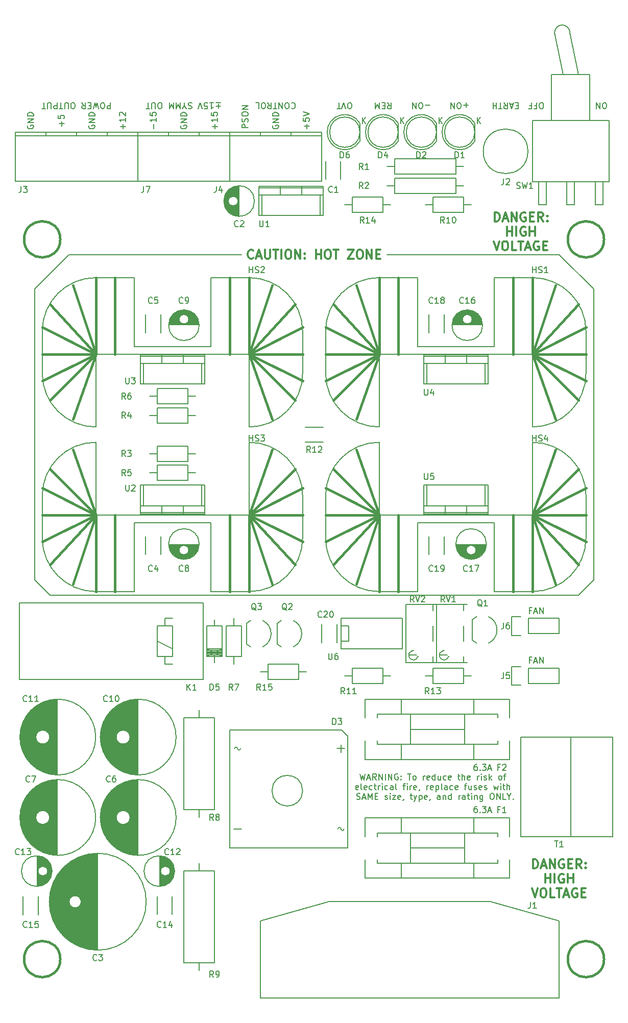
<source format=gto>
G04 #@! TF.FileFunction,Legend,Top*
%FSLAX46Y46*%
G04 Gerber Fmt 4.6, Leading zero omitted, Abs format (unit mm)*
G04 Created by KiCad (PCBNEW 0.201508110901+6083~28~ubuntu14.04.1-product) date mar 18 ago 2015 19:46:52 CEST*
%MOMM*%
G01*
G04 APERTURE LIST*
%ADD10C,0.101600*%
%ADD11C,0.203200*%
%ADD12C,0.300000*%
%ADD13C,0.200000*%
%ADD14C,0.381000*%
%ADD15C,0.152400*%
%ADD16C,0.150000*%
G04 APERTURE END LIST*
D10*
D11*
X130168954Y-143868019D02*
X130410859Y-144884019D01*
X130604382Y-144158305D01*
X130797906Y-144884019D01*
X131039811Y-143868019D01*
X131378478Y-144593733D02*
X131862287Y-144593733D01*
X131281716Y-144884019D02*
X131620383Y-143868019D01*
X131959049Y-144884019D01*
X132878287Y-144884019D02*
X132539621Y-144400210D01*
X132297716Y-144884019D02*
X132297716Y-143868019D01*
X132684763Y-143868019D01*
X132781525Y-143916400D01*
X132829906Y-143964781D01*
X132878287Y-144061543D01*
X132878287Y-144206686D01*
X132829906Y-144303448D01*
X132781525Y-144351829D01*
X132684763Y-144400210D01*
X132297716Y-144400210D01*
X133313716Y-144884019D02*
X133313716Y-143868019D01*
X133894287Y-144884019D01*
X133894287Y-143868019D01*
X134378097Y-144884019D02*
X134378097Y-143868019D01*
X134861907Y-144884019D02*
X134861907Y-143868019D01*
X135442478Y-144884019D01*
X135442478Y-143868019D01*
X136458478Y-143916400D02*
X136361716Y-143868019D01*
X136216573Y-143868019D01*
X136071431Y-143916400D01*
X135974669Y-144013162D01*
X135926288Y-144109924D01*
X135877907Y-144303448D01*
X135877907Y-144448590D01*
X135926288Y-144642114D01*
X135974669Y-144738876D01*
X136071431Y-144835638D01*
X136216573Y-144884019D01*
X136313335Y-144884019D01*
X136458478Y-144835638D01*
X136506859Y-144787257D01*
X136506859Y-144448590D01*
X136313335Y-144448590D01*
X136942288Y-144787257D02*
X136990669Y-144835638D01*
X136942288Y-144884019D01*
X136893907Y-144835638D01*
X136942288Y-144787257D01*
X136942288Y-144884019D01*
X136942288Y-144255067D02*
X136990669Y-144303448D01*
X136942288Y-144351829D01*
X136893907Y-144303448D01*
X136942288Y-144255067D01*
X136942288Y-144351829D01*
X138055050Y-143868019D02*
X138635621Y-143868019D01*
X138345336Y-144884019D02*
X138345336Y-143868019D01*
X139119431Y-144884019D02*
X139022669Y-144835638D01*
X138974288Y-144787257D01*
X138925907Y-144690495D01*
X138925907Y-144400210D01*
X138974288Y-144303448D01*
X139022669Y-144255067D01*
X139119431Y-144206686D01*
X139264573Y-144206686D01*
X139361335Y-144255067D01*
X139409716Y-144303448D01*
X139458097Y-144400210D01*
X139458097Y-144690495D01*
X139409716Y-144787257D01*
X139361335Y-144835638D01*
X139264573Y-144884019D01*
X139119431Y-144884019D01*
X140667621Y-144884019D02*
X140667621Y-144206686D01*
X140667621Y-144400210D02*
X140716002Y-144303448D01*
X140764383Y-144255067D01*
X140861145Y-144206686D01*
X140957906Y-144206686D01*
X141683620Y-144835638D02*
X141586858Y-144884019D01*
X141393335Y-144884019D01*
X141296573Y-144835638D01*
X141248192Y-144738876D01*
X141248192Y-144351829D01*
X141296573Y-144255067D01*
X141393335Y-144206686D01*
X141586858Y-144206686D01*
X141683620Y-144255067D01*
X141732001Y-144351829D01*
X141732001Y-144448590D01*
X141248192Y-144545352D01*
X142602858Y-144884019D02*
X142602858Y-143868019D01*
X142602858Y-144835638D02*
X142506096Y-144884019D01*
X142312573Y-144884019D01*
X142215811Y-144835638D01*
X142167430Y-144787257D01*
X142119049Y-144690495D01*
X142119049Y-144400210D01*
X142167430Y-144303448D01*
X142215811Y-144255067D01*
X142312573Y-144206686D01*
X142506096Y-144206686D01*
X142602858Y-144255067D01*
X143522096Y-144206686D02*
X143522096Y-144884019D01*
X143086668Y-144206686D02*
X143086668Y-144738876D01*
X143135049Y-144835638D01*
X143231811Y-144884019D01*
X143376953Y-144884019D01*
X143473715Y-144835638D01*
X143522096Y-144787257D01*
X144441334Y-144835638D02*
X144344572Y-144884019D01*
X144151049Y-144884019D01*
X144054287Y-144835638D01*
X144005906Y-144787257D01*
X143957525Y-144690495D01*
X143957525Y-144400210D01*
X144005906Y-144303448D01*
X144054287Y-144255067D01*
X144151049Y-144206686D01*
X144344572Y-144206686D01*
X144441334Y-144255067D01*
X145263810Y-144835638D02*
X145167048Y-144884019D01*
X144973525Y-144884019D01*
X144876763Y-144835638D01*
X144828382Y-144738876D01*
X144828382Y-144351829D01*
X144876763Y-144255067D01*
X144973525Y-144206686D01*
X145167048Y-144206686D01*
X145263810Y-144255067D01*
X145312191Y-144351829D01*
X145312191Y-144448590D01*
X144828382Y-144545352D01*
X146376572Y-144206686D02*
X146763620Y-144206686D01*
X146521715Y-143868019D02*
X146521715Y-144738876D01*
X146570096Y-144835638D01*
X146666858Y-144884019D01*
X146763620Y-144884019D01*
X147102286Y-144884019D02*
X147102286Y-143868019D01*
X147537714Y-144884019D02*
X147537714Y-144351829D01*
X147489333Y-144255067D01*
X147392571Y-144206686D01*
X147247429Y-144206686D01*
X147150667Y-144255067D01*
X147102286Y-144303448D01*
X148408571Y-144835638D02*
X148311809Y-144884019D01*
X148118286Y-144884019D01*
X148021524Y-144835638D01*
X147973143Y-144738876D01*
X147973143Y-144351829D01*
X148021524Y-144255067D01*
X148118286Y-144206686D01*
X148311809Y-144206686D01*
X148408571Y-144255067D01*
X148456952Y-144351829D01*
X148456952Y-144448590D01*
X147973143Y-144545352D01*
X149666476Y-144884019D02*
X149666476Y-144206686D01*
X149666476Y-144400210D02*
X149714857Y-144303448D01*
X149763238Y-144255067D01*
X149860000Y-144206686D01*
X149956761Y-144206686D01*
X150295428Y-144884019D02*
X150295428Y-144206686D01*
X150295428Y-143868019D02*
X150247047Y-143916400D01*
X150295428Y-143964781D01*
X150343809Y-143916400D01*
X150295428Y-143868019D01*
X150295428Y-143964781D01*
X150730857Y-144835638D02*
X150827619Y-144884019D01*
X151021143Y-144884019D01*
X151117904Y-144835638D01*
X151166285Y-144738876D01*
X151166285Y-144690495D01*
X151117904Y-144593733D01*
X151021143Y-144545352D01*
X150876000Y-144545352D01*
X150779238Y-144496971D01*
X150730857Y-144400210D01*
X150730857Y-144351829D01*
X150779238Y-144255067D01*
X150876000Y-144206686D01*
X151021143Y-144206686D01*
X151117904Y-144255067D01*
X151601714Y-144884019D02*
X151601714Y-143868019D01*
X151698476Y-144496971D02*
X151988761Y-144884019D01*
X151988761Y-144206686D02*
X151601714Y-144593733D01*
X153343428Y-144884019D02*
X153246666Y-144835638D01*
X153198285Y-144787257D01*
X153149904Y-144690495D01*
X153149904Y-144400210D01*
X153198285Y-144303448D01*
X153246666Y-144255067D01*
X153343428Y-144206686D01*
X153488570Y-144206686D01*
X153585332Y-144255067D01*
X153633713Y-144303448D01*
X153682094Y-144400210D01*
X153682094Y-144690495D01*
X153633713Y-144787257D01*
X153585332Y-144835638D01*
X153488570Y-144884019D01*
X153343428Y-144884019D01*
X153972380Y-144206686D02*
X154359428Y-144206686D01*
X154117523Y-144884019D02*
X154117523Y-144013162D01*
X154165904Y-143916400D01*
X154262666Y-143868019D01*
X154359428Y-143868019D01*
X129878669Y-146461238D02*
X129781907Y-146509619D01*
X129588384Y-146509619D01*
X129491622Y-146461238D01*
X129443241Y-146364476D01*
X129443241Y-145977429D01*
X129491622Y-145880667D01*
X129588384Y-145832286D01*
X129781907Y-145832286D01*
X129878669Y-145880667D01*
X129927050Y-145977429D01*
X129927050Y-146074190D01*
X129443241Y-146170952D01*
X130507622Y-146509619D02*
X130410860Y-146461238D01*
X130362479Y-146364476D01*
X130362479Y-145493619D01*
X131281716Y-146461238D02*
X131184954Y-146509619D01*
X130991431Y-146509619D01*
X130894669Y-146461238D01*
X130846288Y-146364476D01*
X130846288Y-145977429D01*
X130894669Y-145880667D01*
X130991431Y-145832286D01*
X131184954Y-145832286D01*
X131281716Y-145880667D01*
X131330097Y-145977429D01*
X131330097Y-146074190D01*
X130846288Y-146170952D01*
X132200954Y-146461238D02*
X132104192Y-146509619D01*
X131910669Y-146509619D01*
X131813907Y-146461238D01*
X131765526Y-146412857D01*
X131717145Y-146316095D01*
X131717145Y-146025810D01*
X131765526Y-145929048D01*
X131813907Y-145880667D01*
X131910669Y-145832286D01*
X132104192Y-145832286D01*
X132200954Y-145880667D01*
X132491240Y-145832286D02*
X132878288Y-145832286D01*
X132636383Y-145493619D02*
X132636383Y-146364476D01*
X132684764Y-146461238D01*
X132781526Y-146509619D01*
X132878288Y-146509619D01*
X133216954Y-146509619D02*
X133216954Y-145832286D01*
X133216954Y-146025810D02*
X133265335Y-145929048D01*
X133313716Y-145880667D01*
X133410478Y-145832286D01*
X133507239Y-145832286D01*
X133845906Y-146509619D02*
X133845906Y-145832286D01*
X133845906Y-145493619D02*
X133797525Y-145542000D01*
X133845906Y-145590381D01*
X133894287Y-145542000D01*
X133845906Y-145493619D01*
X133845906Y-145590381D01*
X134765144Y-146461238D02*
X134668382Y-146509619D01*
X134474859Y-146509619D01*
X134378097Y-146461238D01*
X134329716Y-146412857D01*
X134281335Y-146316095D01*
X134281335Y-146025810D01*
X134329716Y-145929048D01*
X134378097Y-145880667D01*
X134474859Y-145832286D01*
X134668382Y-145832286D01*
X134765144Y-145880667D01*
X135636001Y-146509619D02*
X135636001Y-145977429D01*
X135587620Y-145880667D01*
X135490858Y-145832286D01*
X135297335Y-145832286D01*
X135200573Y-145880667D01*
X135636001Y-146461238D02*
X135539239Y-146509619D01*
X135297335Y-146509619D01*
X135200573Y-146461238D01*
X135152192Y-146364476D01*
X135152192Y-146267714D01*
X135200573Y-146170952D01*
X135297335Y-146122571D01*
X135539239Y-146122571D01*
X135636001Y-146074190D01*
X136264954Y-146509619D02*
X136168192Y-146461238D01*
X136119811Y-146364476D01*
X136119811Y-145493619D01*
X137280953Y-145832286D02*
X137668001Y-145832286D01*
X137426096Y-146509619D02*
X137426096Y-145638762D01*
X137474477Y-145542000D01*
X137571239Y-145493619D01*
X137668001Y-145493619D01*
X138006667Y-146509619D02*
X138006667Y-145832286D01*
X138006667Y-145493619D02*
X137958286Y-145542000D01*
X138006667Y-145590381D01*
X138055048Y-145542000D01*
X138006667Y-145493619D01*
X138006667Y-145590381D01*
X138490477Y-146509619D02*
X138490477Y-145832286D01*
X138490477Y-146025810D02*
X138538858Y-145929048D01*
X138587239Y-145880667D01*
X138684001Y-145832286D01*
X138780762Y-145832286D01*
X139506476Y-146461238D02*
X139409714Y-146509619D01*
X139216191Y-146509619D01*
X139119429Y-146461238D01*
X139071048Y-146364476D01*
X139071048Y-145977429D01*
X139119429Y-145880667D01*
X139216191Y-145832286D01*
X139409714Y-145832286D01*
X139506476Y-145880667D01*
X139554857Y-145977429D01*
X139554857Y-146074190D01*
X139071048Y-146170952D01*
X140038667Y-146461238D02*
X140038667Y-146509619D01*
X139990286Y-146606381D01*
X139941905Y-146654762D01*
X141248191Y-146509619D02*
X141248191Y-145832286D01*
X141248191Y-146025810D02*
X141296572Y-145929048D01*
X141344953Y-145880667D01*
X141441715Y-145832286D01*
X141538476Y-145832286D01*
X142264190Y-146461238D02*
X142167428Y-146509619D01*
X141973905Y-146509619D01*
X141877143Y-146461238D01*
X141828762Y-146364476D01*
X141828762Y-145977429D01*
X141877143Y-145880667D01*
X141973905Y-145832286D01*
X142167428Y-145832286D01*
X142264190Y-145880667D01*
X142312571Y-145977429D01*
X142312571Y-146074190D01*
X141828762Y-146170952D01*
X142748000Y-145832286D02*
X142748000Y-146848286D01*
X142748000Y-145880667D02*
X142844762Y-145832286D01*
X143038285Y-145832286D01*
X143135047Y-145880667D01*
X143183428Y-145929048D01*
X143231809Y-146025810D01*
X143231809Y-146316095D01*
X143183428Y-146412857D01*
X143135047Y-146461238D01*
X143038285Y-146509619D01*
X142844762Y-146509619D01*
X142748000Y-146461238D01*
X143812381Y-146509619D02*
X143715619Y-146461238D01*
X143667238Y-146364476D01*
X143667238Y-145493619D01*
X144634856Y-146509619D02*
X144634856Y-145977429D01*
X144586475Y-145880667D01*
X144489713Y-145832286D01*
X144296190Y-145832286D01*
X144199428Y-145880667D01*
X144634856Y-146461238D02*
X144538094Y-146509619D01*
X144296190Y-146509619D01*
X144199428Y-146461238D01*
X144151047Y-146364476D01*
X144151047Y-146267714D01*
X144199428Y-146170952D01*
X144296190Y-146122571D01*
X144538094Y-146122571D01*
X144634856Y-146074190D01*
X145554094Y-146461238D02*
X145457332Y-146509619D01*
X145263809Y-146509619D01*
X145167047Y-146461238D01*
X145118666Y-146412857D01*
X145070285Y-146316095D01*
X145070285Y-146025810D01*
X145118666Y-145929048D01*
X145167047Y-145880667D01*
X145263809Y-145832286D01*
X145457332Y-145832286D01*
X145554094Y-145880667D01*
X146376570Y-146461238D02*
X146279808Y-146509619D01*
X146086285Y-146509619D01*
X145989523Y-146461238D01*
X145941142Y-146364476D01*
X145941142Y-145977429D01*
X145989523Y-145880667D01*
X146086285Y-145832286D01*
X146279808Y-145832286D01*
X146376570Y-145880667D01*
X146424951Y-145977429D01*
X146424951Y-146074190D01*
X145941142Y-146170952D01*
X147489332Y-145832286D02*
X147876380Y-145832286D01*
X147634475Y-146509619D02*
X147634475Y-145638762D01*
X147682856Y-145542000D01*
X147779618Y-145493619D01*
X147876380Y-145493619D01*
X148650474Y-145832286D02*
X148650474Y-146509619D01*
X148215046Y-145832286D02*
X148215046Y-146364476D01*
X148263427Y-146461238D01*
X148360189Y-146509619D01*
X148505331Y-146509619D01*
X148602093Y-146461238D01*
X148650474Y-146412857D01*
X149085903Y-146461238D02*
X149182665Y-146509619D01*
X149376189Y-146509619D01*
X149472950Y-146461238D01*
X149521331Y-146364476D01*
X149521331Y-146316095D01*
X149472950Y-146219333D01*
X149376189Y-146170952D01*
X149231046Y-146170952D01*
X149134284Y-146122571D01*
X149085903Y-146025810D01*
X149085903Y-145977429D01*
X149134284Y-145880667D01*
X149231046Y-145832286D01*
X149376189Y-145832286D01*
X149472950Y-145880667D01*
X150343807Y-146461238D02*
X150247045Y-146509619D01*
X150053522Y-146509619D01*
X149956760Y-146461238D01*
X149908379Y-146364476D01*
X149908379Y-145977429D01*
X149956760Y-145880667D01*
X150053522Y-145832286D01*
X150247045Y-145832286D01*
X150343807Y-145880667D01*
X150392188Y-145977429D01*
X150392188Y-146074190D01*
X149908379Y-146170952D01*
X150779236Y-146461238D02*
X150875998Y-146509619D01*
X151069522Y-146509619D01*
X151166283Y-146461238D01*
X151214664Y-146364476D01*
X151214664Y-146316095D01*
X151166283Y-146219333D01*
X151069522Y-146170952D01*
X150924379Y-146170952D01*
X150827617Y-146122571D01*
X150779236Y-146025810D01*
X150779236Y-145977429D01*
X150827617Y-145880667D01*
X150924379Y-145832286D01*
X151069522Y-145832286D01*
X151166283Y-145880667D01*
X152327426Y-145832286D02*
X152520950Y-146509619D01*
X152714473Y-146025810D01*
X152907997Y-146509619D01*
X153101521Y-145832286D01*
X153488569Y-146509619D02*
X153488569Y-145832286D01*
X153488569Y-145493619D02*
X153440188Y-145542000D01*
X153488569Y-145590381D01*
X153536950Y-145542000D01*
X153488569Y-145493619D01*
X153488569Y-145590381D01*
X153827236Y-145832286D02*
X154214284Y-145832286D01*
X153972379Y-145493619D02*
X153972379Y-146364476D01*
X154020760Y-146461238D01*
X154117522Y-146509619D01*
X154214284Y-146509619D01*
X154552950Y-146509619D02*
X154552950Y-145493619D01*
X154988378Y-146509619D02*
X154988378Y-145977429D01*
X154939997Y-145880667D01*
X154843235Y-145832286D01*
X154698093Y-145832286D01*
X154601331Y-145880667D01*
X154552950Y-145929048D01*
X129612573Y-148086838D02*
X129757716Y-148135219D01*
X129999620Y-148135219D01*
X130096382Y-148086838D01*
X130144763Y-148038457D01*
X130193144Y-147941695D01*
X130193144Y-147844933D01*
X130144763Y-147748171D01*
X130096382Y-147699790D01*
X129999620Y-147651410D01*
X129806097Y-147603029D01*
X129709335Y-147554648D01*
X129660954Y-147506267D01*
X129612573Y-147409505D01*
X129612573Y-147312743D01*
X129660954Y-147215981D01*
X129709335Y-147167600D01*
X129806097Y-147119219D01*
X130048001Y-147119219D01*
X130193144Y-147167600D01*
X130580192Y-147844933D02*
X131064001Y-147844933D01*
X130483430Y-148135219D02*
X130822097Y-147119219D01*
X131160763Y-148135219D01*
X131499430Y-148135219D02*
X131499430Y-147119219D01*
X131838096Y-147844933D01*
X132176763Y-147119219D01*
X132176763Y-148135219D01*
X132660573Y-147603029D02*
X132999239Y-147603029D01*
X133144382Y-148135219D02*
X132660573Y-148135219D01*
X132660573Y-147119219D01*
X133144382Y-147119219D01*
X134305525Y-148086838D02*
X134402287Y-148135219D01*
X134595811Y-148135219D01*
X134692572Y-148086838D01*
X134740953Y-147990076D01*
X134740953Y-147941695D01*
X134692572Y-147844933D01*
X134595811Y-147796552D01*
X134450668Y-147796552D01*
X134353906Y-147748171D01*
X134305525Y-147651410D01*
X134305525Y-147603029D01*
X134353906Y-147506267D01*
X134450668Y-147457886D01*
X134595811Y-147457886D01*
X134692572Y-147506267D01*
X135176382Y-148135219D02*
X135176382Y-147457886D01*
X135176382Y-147119219D02*
X135128001Y-147167600D01*
X135176382Y-147215981D01*
X135224763Y-147167600D01*
X135176382Y-147119219D01*
X135176382Y-147215981D01*
X135563430Y-147457886D02*
X136095620Y-147457886D01*
X135563430Y-148135219D01*
X136095620Y-148135219D01*
X136869715Y-148086838D02*
X136772953Y-148135219D01*
X136579430Y-148135219D01*
X136482668Y-148086838D01*
X136434287Y-147990076D01*
X136434287Y-147603029D01*
X136482668Y-147506267D01*
X136579430Y-147457886D01*
X136772953Y-147457886D01*
X136869715Y-147506267D01*
X136918096Y-147603029D01*
X136918096Y-147699790D01*
X136434287Y-147796552D01*
X137401906Y-148086838D02*
X137401906Y-148135219D01*
X137353525Y-148231981D01*
X137305144Y-148280362D01*
X138466287Y-147457886D02*
X138853335Y-147457886D01*
X138611430Y-147119219D02*
X138611430Y-147990076D01*
X138659811Y-148086838D01*
X138756573Y-148135219D01*
X138853335Y-148135219D01*
X139095239Y-147457886D02*
X139337144Y-148135219D01*
X139579048Y-147457886D02*
X139337144Y-148135219D01*
X139240382Y-148377124D01*
X139192001Y-148425505D01*
X139095239Y-148473886D01*
X139966096Y-147457886D02*
X139966096Y-148473886D01*
X139966096Y-147506267D02*
X140062858Y-147457886D01*
X140256381Y-147457886D01*
X140353143Y-147506267D01*
X140401524Y-147554648D01*
X140449905Y-147651410D01*
X140449905Y-147941695D01*
X140401524Y-148038457D01*
X140353143Y-148086838D01*
X140256381Y-148135219D01*
X140062858Y-148135219D01*
X139966096Y-148086838D01*
X141272381Y-148086838D02*
X141175619Y-148135219D01*
X140982096Y-148135219D01*
X140885334Y-148086838D01*
X140836953Y-147990076D01*
X140836953Y-147603029D01*
X140885334Y-147506267D01*
X140982096Y-147457886D01*
X141175619Y-147457886D01*
X141272381Y-147506267D01*
X141320762Y-147603029D01*
X141320762Y-147699790D01*
X140836953Y-147796552D01*
X141804572Y-148086838D02*
X141804572Y-148135219D01*
X141756191Y-148231981D01*
X141707810Y-148280362D01*
X143449524Y-148135219D02*
X143449524Y-147603029D01*
X143401143Y-147506267D01*
X143304381Y-147457886D01*
X143110858Y-147457886D01*
X143014096Y-147506267D01*
X143449524Y-148086838D02*
X143352762Y-148135219D01*
X143110858Y-148135219D01*
X143014096Y-148086838D01*
X142965715Y-147990076D01*
X142965715Y-147893314D01*
X143014096Y-147796552D01*
X143110858Y-147748171D01*
X143352762Y-147748171D01*
X143449524Y-147699790D01*
X143933334Y-147457886D02*
X143933334Y-148135219D01*
X143933334Y-147554648D02*
X143981715Y-147506267D01*
X144078477Y-147457886D01*
X144223619Y-147457886D01*
X144320381Y-147506267D01*
X144368762Y-147603029D01*
X144368762Y-148135219D01*
X145288000Y-148135219D02*
X145288000Y-147119219D01*
X145288000Y-148086838D02*
X145191238Y-148135219D01*
X144997715Y-148135219D01*
X144900953Y-148086838D01*
X144852572Y-148038457D01*
X144804191Y-147941695D01*
X144804191Y-147651410D01*
X144852572Y-147554648D01*
X144900953Y-147506267D01*
X144997715Y-147457886D01*
X145191238Y-147457886D01*
X145288000Y-147506267D01*
X146545905Y-148135219D02*
X146545905Y-147457886D01*
X146545905Y-147651410D02*
X146594286Y-147554648D01*
X146642667Y-147506267D01*
X146739429Y-147457886D01*
X146836190Y-147457886D01*
X147610285Y-148135219D02*
X147610285Y-147603029D01*
X147561904Y-147506267D01*
X147465142Y-147457886D01*
X147271619Y-147457886D01*
X147174857Y-147506267D01*
X147610285Y-148086838D02*
X147513523Y-148135219D01*
X147271619Y-148135219D01*
X147174857Y-148086838D01*
X147126476Y-147990076D01*
X147126476Y-147893314D01*
X147174857Y-147796552D01*
X147271619Y-147748171D01*
X147513523Y-147748171D01*
X147610285Y-147699790D01*
X147948952Y-147457886D02*
X148336000Y-147457886D01*
X148094095Y-147119219D02*
X148094095Y-147990076D01*
X148142476Y-148086838D01*
X148239238Y-148135219D01*
X148336000Y-148135219D01*
X148674666Y-148135219D02*
X148674666Y-147457886D01*
X148674666Y-147119219D02*
X148626285Y-147167600D01*
X148674666Y-147215981D01*
X148723047Y-147167600D01*
X148674666Y-147119219D01*
X148674666Y-147215981D01*
X149158476Y-147457886D02*
X149158476Y-148135219D01*
X149158476Y-147554648D02*
X149206857Y-147506267D01*
X149303619Y-147457886D01*
X149448761Y-147457886D01*
X149545523Y-147506267D01*
X149593904Y-147603029D01*
X149593904Y-148135219D01*
X150513142Y-147457886D02*
X150513142Y-148280362D01*
X150464761Y-148377124D01*
X150416380Y-148425505D01*
X150319619Y-148473886D01*
X150174476Y-148473886D01*
X150077714Y-148425505D01*
X150513142Y-148086838D02*
X150416380Y-148135219D01*
X150222857Y-148135219D01*
X150126095Y-148086838D01*
X150077714Y-148038457D01*
X150029333Y-147941695D01*
X150029333Y-147651410D01*
X150077714Y-147554648D01*
X150126095Y-147506267D01*
X150222857Y-147457886D01*
X150416380Y-147457886D01*
X150513142Y-147506267D01*
X151964571Y-147119219D02*
X152158094Y-147119219D01*
X152254856Y-147167600D01*
X152351618Y-147264362D01*
X152399999Y-147457886D01*
X152399999Y-147796552D01*
X152351618Y-147990076D01*
X152254856Y-148086838D01*
X152158094Y-148135219D01*
X151964571Y-148135219D01*
X151867809Y-148086838D01*
X151771047Y-147990076D01*
X151722666Y-147796552D01*
X151722666Y-147457886D01*
X151771047Y-147264362D01*
X151867809Y-147167600D01*
X151964571Y-147119219D01*
X152835428Y-148135219D02*
X152835428Y-147119219D01*
X153415999Y-148135219D01*
X153415999Y-147119219D01*
X154383618Y-148135219D02*
X153899809Y-148135219D01*
X153899809Y-147119219D01*
X154915809Y-147651410D02*
X154915809Y-148135219D01*
X154577142Y-147119219D02*
X154915809Y-147651410D01*
X155254475Y-147119219D01*
X155593142Y-148038457D02*
X155641523Y-148086838D01*
X155593142Y-148135219D01*
X155544761Y-148086838D01*
X155593142Y-148038457D01*
X155593142Y-148135219D01*
D12*
X158837857Y-159568571D02*
X158837857Y-158068571D01*
X159195000Y-158068571D01*
X159409285Y-158140000D01*
X159552143Y-158282857D01*
X159623571Y-158425714D01*
X159695000Y-158711429D01*
X159695000Y-158925714D01*
X159623571Y-159211429D01*
X159552143Y-159354286D01*
X159409285Y-159497143D01*
X159195000Y-159568571D01*
X158837857Y-159568571D01*
X160266428Y-159140000D02*
X160980714Y-159140000D01*
X160123571Y-159568571D02*
X160623571Y-158068571D01*
X161123571Y-159568571D01*
X161623571Y-159568571D02*
X161623571Y-158068571D01*
X162480714Y-159568571D01*
X162480714Y-158068571D01*
X163980714Y-158140000D02*
X163837857Y-158068571D01*
X163623571Y-158068571D01*
X163409286Y-158140000D01*
X163266428Y-158282857D01*
X163195000Y-158425714D01*
X163123571Y-158711429D01*
X163123571Y-158925714D01*
X163195000Y-159211429D01*
X163266428Y-159354286D01*
X163409286Y-159497143D01*
X163623571Y-159568571D01*
X163766428Y-159568571D01*
X163980714Y-159497143D01*
X164052143Y-159425714D01*
X164052143Y-158925714D01*
X163766428Y-158925714D01*
X164695000Y-158782857D02*
X165195000Y-158782857D01*
X165409286Y-159568571D02*
X164695000Y-159568571D01*
X164695000Y-158068571D01*
X165409286Y-158068571D01*
X166909286Y-159568571D02*
X166409286Y-158854286D01*
X166052143Y-159568571D02*
X166052143Y-158068571D01*
X166623571Y-158068571D01*
X166766429Y-158140000D01*
X166837857Y-158211429D01*
X166909286Y-158354286D01*
X166909286Y-158568571D01*
X166837857Y-158711429D01*
X166766429Y-158782857D01*
X166623571Y-158854286D01*
X166052143Y-158854286D01*
X167552143Y-159425714D02*
X167623571Y-159497143D01*
X167552143Y-159568571D01*
X167480714Y-159497143D01*
X167552143Y-159425714D01*
X167552143Y-159568571D01*
X167552143Y-158640000D02*
X167623571Y-158711429D01*
X167552143Y-158782857D01*
X167480714Y-158711429D01*
X167552143Y-158640000D01*
X167552143Y-158782857D01*
X160873571Y-161968571D02*
X160873571Y-160468571D01*
X160873571Y-161182857D02*
X161730714Y-161182857D01*
X161730714Y-161968571D02*
X161730714Y-160468571D01*
X162445000Y-161968571D02*
X162445000Y-160468571D01*
X163945000Y-160540000D02*
X163802143Y-160468571D01*
X163587857Y-160468571D01*
X163373572Y-160540000D01*
X163230714Y-160682857D01*
X163159286Y-160825714D01*
X163087857Y-161111429D01*
X163087857Y-161325714D01*
X163159286Y-161611429D01*
X163230714Y-161754286D01*
X163373572Y-161897143D01*
X163587857Y-161968571D01*
X163730714Y-161968571D01*
X163945000Y-161897143D01*
X164016429Y-161825714D01*
X164016429Y-161325714D01*
X163730714Y-161325714D01*
X164659286Y-161968571D02*
X164659286Y-160468571D01*
X164659286Y-161182857D02*
X165516429Y-161182857D01*
X165516429Y-161968571D02*
X165516429Y-160468571D01*
X158659286Y-162868571D02*
X159159286Y-164368571D01*
X159659286Y-162868571D01*
X160445000Y-162868571D02*
X160730714Y-162868571D01*
X160873572Y-162940000D01*
X161016429Y-163082857D01*
X161087857Y-163368571D01*
X161087857Y-163868571D01*
X161016429Y-164154286D01*
X160873572Y-164297143D01*
X160730714Y-164368571D01*
X160445000Y-164368571D01*
X160302143Y-164297143D01*
X160159286Y-164154286D01*
X160087857Y-163868571D01*
X160087857Y-163368571D01*
X160159286Y-163082857D01*
X160302143Y-162940000D01*
X160445000Y-162868571D01*
X162445001Y-164368571D02*
X161730715Y-164368571D01*
X161730715Y-162868571D01*
X162730715Y-162868571D02*
X163587858Y-162868571D01*
X163159287Y-164368571D02*
X163159287Y-162868571D01*
X164016429Y-163940000D02*
X164730715Y-163940000D01*
X163873572Y-164368571D02*
X164373572Y-162868571D01*
X164873572Y-164368571D01*
X166159286Y-162940000D02*
X166016429Y-162868571D01*
X165802143Y-162868571D01*
X165587858Y-162940000D01*
X165445000Y-163082857D01*
X165373572Y-163225714D01*
X165302143Y-163511429D01*
X165302143Y-163725714D01*
X165373572Y-164011429D01*
X165445000Y-164154286D01*
X165587858Y-164297143D01*
X165802143Y-164368571D01*
X165945000Y-164368571D01*
X166159286Y-164297143D01*
X166230715Y-164225714D01*
X166230715Y-163725714D01*
X165945000Y-163725714D01*
X166873572Y-163582857D02*
X167373572Y-163582857D01*
X167587858Y-164368571D02*
X166873572Y-164368571D01*
X166873572Y-162868571D01*
X167587858Y-162868571D01*
X152487857Y-52253571D02*
X152487857Y-50753571D01*
X152845000Y-50753571D01*
X153059285Y-50825000D01*
X153202143Y-50967857D01*
X153273571Y-51110714D01*
X153345000Y-51396429D01*
X153345000Y-51610714D01*
X153273571Y-51896429D01*
X153202143Y-52039286D01*
X153059285Y-52182143D01*
X152845000Y-52253571D01*
X152487857Y-52253571D01*
X153916428Y-51825000D02*
X154630714Y-51825000D01*
X153773571Y-52253571D02*
X154273571Y-50753571D01*
X154773571Y-52253571D01*
X155273571Y-52253571D02*
X155273571Y-50753571D01*
X156130714Y-52253571D01*
X156130714Y-50753571D01*
X157630714Y-50825000D02*
X157487857Y-50753571D01*
X157273571Y-50753571D01*
X157059286Y-50825000D01*
X156916428Y-50967857D01*
X156845000Y-51110714D01*
X156773571Y-51396429D01*
X156773571Y-51610714D01*
X156845000Y-51896429D01*
X156916428Y-52039286D01*
X157059286Y-52182143D01*
X157273571Y-52253571D01*
X157416428Y-52253571D01*
X157630714Y-52182143D01*
X157702143Y-52110714D01*
X157702143Y-51610714D01*
X157416428Y-51610714D01*
X158345000Y-51467857D02*
X158845000Y-51467857D01*
X159059286Y-52253571D02*
X158345000Y-52253571D01*
X158345000Y-50753571D01*
X159059286Y-50753571D01*
X160559286Y-52253571D02*
X160059286Y-51539286D01*
X159702143Y-52253571D02*
X159702143Y-50753571D01*
X160273571Y-50753571D01*
X160416429Y-50825000D01*
X160487857Y-50896429D01*
X160559286Y-51039286D01*
X160559286Y-51253571D01*
X160487857Y-51396429D01*
X160416429Y-51467857D01*
X160273571Y-51539286D01*
X159702143Y-51539286D01*
X161202143Y-52110714D02*
X161273571Y-52182143D01*
X161202143Y-52253571D01*
X161130714Y-52182143D01*
X161202143Y-52110714D01*
X161202143Y-52253571D01*
X161202143Y-51325000D02*
X161273571Y-51396429D01*
X161202143Y-51467857D01*
X161130714Y-51396429D01*
X161202143Y-51325000D01*
X161202143Y-51467857D01*
X154523571Y-54653571D02*
X154523571Y-53153571D01*
X154523571Y-53867857D02*
X155380714Y-53867857D01*
X155380714Y-54653571D02*
X155380714Y-53153571D01*
X156095000Y-54653571D02*
X156095000Y-53153571D01*
X157595000Y-53225000D02*
X157452143Y-53153571D01*
X157237857Y-53153571D01*
X157023572Y-53225000D01*
X156880714Y-53367857D01*
X156809286Y-53510714D01*
X156737857Y-53796429D01*
X156737857Y-54010714D01*
X156809286Y-54296429D01*
X156880714Y-54439286D01*
X157023572Y-54582143D01*
X157237857Y-54653571D01*
X157380714Y-54653571D01*
X157595000Y-54582143D01*
X157666429Y-54510714D01*
X157666429Y-54010714D01*
X157380714Y-54010714D01*
X158309286Y-54653571D02*
X158309286Y-53153571D01*
X158309286Y-53867857D02*
X159166429Y-53867857D01*
X159166429Y-54653571D02*
X159166429Y-53153571D01*
X152309286Y-55553571D02*
X152809286Y-57053571D01*
X153309286Y-55553571D01*
X154095000Y-55553571D02*
X154380714Y-55553571D01*
X154523572Y-55625000D01*
X154666429Y-55767857D01*
X154737857Y-56053571D01*
X154737857Y-56553571D01*
X154666429Y-56839286D01*
X154523572Y-56982143D01*
X154380714Y-57053571D01*
X154095000Y-57053571D01*
X153952143Y-56982143D01*
X153809286Y-56839286D01*
X153737857Y-56553571D01*
X153737857Y-56053571D01*
X153809286Y-55767857D01*
X153952143Y-55625000D01*
X154095000Y-55553571D01*
X156095001Y-57053571D02*
X155380715Y-57053571D01*
X155380715Y-55553571D01*
X156380715Y-55553571D02*
X157237858Y-55553571D01*
X156809287Y-57053571D02*
X156809287Y-55553571D01*
X157666429Y-56625000D02*
X158380715Y-56625000D01*
X157523572Y-57053571D02*
X158023572Y-55553571D01*
X158523572Y-57053571D01*
X159809286Y-55625000D02*
X159666429Y-55553571D01*
X159452143Y-55553571D01*
X159237858Y-55625000D01*
X159095000Y-55767857D01*
X159023572Y-55910714D01*
X158952143Y-56196429D01*
X158952143Y-56410714D01*
X159023572Y-56696429D01*
X159095000Y-56839286D01*
X159237858Y-56982143D01*
X159452143Y-57053571D01*
X159595000Y-57053571D01*
X159809286Y-56982143D01*
X159880715Y-56910714D01*
X159880715Y-56410714D01*
X159595000Y-56410714D01*
X160523572Y-56267857D02*
X161023572Y-56267857D01*
X161237858Y-57053571D02*
X160523572Y-57053571D01*
X160523572Y-55553571D01*
X161237858Y-55553571D01*
D13*
X81915000Y-57785000D02*
X110490000Y-57785000D01*
X76200000Y-63500000D02*
X81915000Y-57785000D01*
X76200000Y-111760000D02*
X76200000Y-63500000D01*
X78740000Y-114300000D02*
X76200000Y-111760000D01*
X166370000Y-114300000D02*
X78740000Y-114300000D01*
X168910000Y-111760000D02*
X166370000Y-114300000D01*
X168910000Y-63500000D02*
X168910000Y-111760000D01*
X163195000Y-57785000D02*
X168910000Y-63500000D01*
X134620000Y-57785000D02*
X163195000Y-57785000D01*
D12*
X112483571Y-58320714D02*
X112412142Y-58392143D01*
X112197856Y-58463571D01*
X112054999Y-58463571D01*
X111840714Y-58392143D01*
X111697856Y-58249286D01*
X111626428Y-58106429D01*
X111554999Y-57820714D01*
X111554999Y-57606429D01*
X111626428Y-57320714D01*
X111697856Y-57177857D01*
X111840714Y-57035000D01*
X112054999Y-56963571D01*
X112197856Y-56963571D01*
X112412142Y-57035000D01*
X112483571Y-57106429D01*
X113054999Y-58035000D02*
X113769285Y-58035000D01*
X112912142Y-58463571D02*
X113412142Y-56963571D01*
X113912142Y-58463571D01*
X114412142Y-56963571D02*
X114412142Y-58177857D01*
X114483570Y-58320714D01*
X114554999Y-58392143D01*
X114697856Y-58463571D01*
X114983570Y-58463571D01*
X115126428Y-58392143D01*
X115197856Y-58320714D01*
X115269285Y-58177857D01*
X115269285Y-56963571D01*
X115769285Y-56963571D02*
X116626428Y-56963571D01*
X116197857Y-58463571D02*
X116197857Y-56963571D01*
X117126428Y-58463571D02*
X117126428Y-56963571D01*
X118126428Y-56963571D02*
X118412142Y-56963571D01*
X118555000Y-57035000D01*
X118697857Y-57177857D01*
X118769285Y-57463571D01*
X118769285Y-57963571D01*
X118697857Y-58249286D01*
X118555000Y-58392143D01*
X118412142Y-58463571D01*
X118126428Y-58463571D01*
X117983571Y-58392143D01*
X117840714Y-58249286D01*
X117769285Y-57963571D01*
X117769285Y-57463571D01*
X117840714Y-57177857D01*
X117983571Y-57035000D01*
X118126428Y-56963571D01*
X119412143Y-58463571D02*
X119412143Y-56963571D01*
X120269286Y-58463571D01*
X120269286Y-56963571D01*
X120983572Y-58320714D02*
X121055000Y-58392143D01*
X120983572Y-58463571D01*
X120912143Y-58392143D01*
X120983572Y-58320714D01*
X120983572Y-58463571D01*
X120983572Y-57535000D02*
X121055000Y-57606429D01*
X120983572Y-57677857D01*
X120912143Y-57606429D01*
X120983572Y-57535000D01*
X120983572Y-57677857D01*
X122840715Y-58463571D02*
X122840715Y-56963571D01*
X122840715Y-57677857D02*
X123697858Y-57677857D01*
X123697858Y-58463571D02*
X123697858Y-56963571D01*
X124697858Y-56963571D02*
X124983572Y-56963571D01*
X125126430Y-57035000D01*
X125269287Y-57177857D01*
X125340715Y-57463571D01*
X125340715Y-57963571D01*
X125269287Y-58249286D01*
X125126430Y-58392143D01*
X124983572Y-58463571D01*
X124697858Y-58463571D01*
X124555001Y-58392143D01*
X124412144Y-58249286D01*
X124340715Y-57963571D01*
X124340715Y-57463571D01*
X124412144Y-57177857D01*
X124555001Y-57035000D01*
X124697858Y-56963571D01*
X125769287Y-56963571D02*
X126626430Y-56963571D01*
X126197859Y-58463571D02*
X126197859Y-56963571D01*
X128126430Y-56963571D02*
X129126430Y-56963571D01*
X128126430Y-58463571D01*
X129126430Y-58463571D01*
X129983572Y-56963571D02*
X130269286Y-56963571D01*
X130412144Y-57035000D01*
X130555001Y-57177857D01*
X130626429Y-57463571D01*
X130626429Y-57963571D01*
X130555001Y-58249286D01*
X130412144Y-58392143D01*
X130269286Y-58463571D01*
X129983572Y-58463571D01*
X129840715Y-58392143D01*
X129697858Y-58249286D01*
X129626429Y-57963571D01*
X129626429Y-57463571D01*
X129697858Y-57177857D01*
X129840715Y-57035000D01*
X129983572Y-56963571D01*
X131269287Y-58463571D02*
X131269287Y-56963571D01*
X132126430Y-58463571D01*
X132126430Y-56963571D01*
X132840716Y-57677857D02*
X133340716Y-57677857D01*
X133555002Y-58463571D02*
X132840716Y-58463571D01*
X132840716Y-56963571D01*
X133555002Y-56963571D01*
D11*
X160352618Y-33576381D02*
X160159095Y-33576381D01*
X160062333Y-33528000D01*
X159965571Y-33431238D01*
X159917190Y-33237714D01*
X159917190Y-32899048D01*
X159965571Y-32705524D01*
X160062333Y-32608762D01*
X160159095Y-32560381D01*
X160352618Y-32560381D01*
X160449380Y-32608762D01*
X160546142Y-32705524D01*
X160594523Y-32899048D01*
X160594523Y-33237714D01*
X160546142Y-33431238D01*
X160449380Y-33528000D01*
X160352618Y-33576381D01*
X159143095Y-33092571D02*
X159481761Y-33092571D01*
X159481761Y-32560381D02*
X159481761Y-33576381D01*
X158997952Y-33576381D01*
X158272238Y-33092571D02*
X158610904Y-33092571D01*
X158610904Y-32560381D02*
X158610904Y-33576381D01*
X158127095Y-33576381D01*
X170808952Y-33576381D02*
X170615429Y-33576381D01*
X170518667Y-33528000D01*
X170421905Y-33431238D01*
X170373524Y-33237714D01*
X170373524Y-32899048D01*
X170421905Y-32705524D01*
X170518667Y-32608762D01*
X170615429Y-32560381D01*
X170808952Y-32560381D01*
X170905714Y-32608762D01*
X171002476Y-32705524D01*
X171050857Y-32899048D01*
X171050857Y-33237714D01*
X171002476Y-33431238D01*
X170905714Y-33528000D01*
X170808952Y-33576381D01*
X169938095Y-32560381D02*
X169938095Y-33576381D01*
X169357524Y-32560381D01*
X169357524Y-33576381D01*
X156385380Y-33092571D02*
X156046714Y-33092571D01*
X155901571Y-32560381D02*
X156385380Y-32560381D01*
X156385380Y-33576381D01*
X155901571Y-33576381D01*
X155514523Y-32850667D02*
X155030714Y-32850667D01*
X155611285Y-32560381D02*
X155272618Y-33576381D01*
X154933952Y-32560381D01*
X154014714Y-32560381D02*
X154353380Y-33044190D01*
X154595285Y-32560381D02*
X154595285Y-33576381D01*
X154208238Y-33576381D01*
X154111476Y-33528000D01*
X154063095Y-33479619D01*
X154014714Y-33382857D01*
X154014714Y-33237714D01*
X154063095Y-33140952D01*
X154111476Y-33092571D01*
X154208238Y-33044190D01*
X154595285Y-33044190D01*
X153724428Y-33576381D02*
X153143857Y-33576381D01*
X153434142Y-32560381D02*
X153434142Y-33576381D01*
X152805190Y-32560381D02*
X152805190Y-33576381D01*
X152805190Y-33092571D02*
X152224619Y-33092571D01*
X152224619Y-32560381D02*
X152224619Y-33576381D01*
X90877571Y-36914666D02*
X90877571Y-36140571D01*
X91264619Y-36527619D02*
X90490524Y-36527619D01*
X91264619Y-35124571D02*
X91264619Y-35705142D01*
X91264619Y-35414856D02*
X90248619Y-35414856D01*
X90393762Y-35511618D01*
X90490524Y-35608380D01*
X90538905Y-35705142D01*
X90345381Y-34737523D02*
X90297000Y-34689142D01*
X90248619Y-34592380D01*
X90248619Y-34350476D01*
X90297000Y-34253714D01*
X90345381Y-34205333D01*
X90442143Y-34156952D01*
X90538905Y-34156952D01*
X90684048Y-34205333D01*
X91264619Y-34785904D01*
X91264619Y-34156952D01*
X75057000Y-36334095D02*
X75008619Y-36430857D01*
X75008619Y-36576000D01*
X75057000Y-36721142D01*
X75153762Y-36817904D01*
X75250524Y-36866285D01*
X75444048Y-36914666D01*
X75589190Y-36914666D01*
X75782714Y-36866285D01*
X75879476Y-36817904D01*
X75976238Y-36721142D01*
X76024619Y-36576000D01*
X76024619Y-36479238D01*
X75976238Y-36334095D01*
X75927857Y-36285714D01*
X75589190Y-36285714D01*
X75589190Y-36479238D01*
X76024619Y-35850285D02*
X75008619Y-35850285D01*
X76024619Y-35269714D01*
X75008619Y-35269714D01*
X76024619Y-34785904D02*
X75008619Y-34785904D01*
X75008619Y-34543999D01*
X75057000Y-34398857D01*
X75153762Y-34302095D01*
X75250524Y-34253714D01*
X75444048Y-34205333D01*
X75589190Y-34205333D01*
X75782714Y-34253714D01*
X75879476Y-34302095D01*
X75976238Y-34398857D01*
X76024619Y-34543999D01*
X76024619Y-34785904D01*
X85217000Y-36334095D02*
X85168619Y-36430857D01*
X85168619Y-36576000D01*
X85217000Y-36721142D01*
X85313762Y-36817904D01*
X85410524Y-36866285D01*
X85604048Y-36914666D01*
X85749190Y-36914666D01*
X85942714Y-36866285D01*
X86039476Y-36817904D01*
X86136238Y-36721142D01*
X86184619Y-36576000D01*
X86184619Y-36479238D01*
X86136238Y-36334095D01*
X86087857Y-36285714D01*
X85749190Y-36285714D01*
X85749190Y-36479238D01*
X86184619Y-35850285D02*
X85168619Y-35850285D01*
X86184619Y-35269714D01*
X85168619Y-35269714D01*
X86184619Y-34785904D02*
X85168619Y-34785904D01*
X85168619Y-34543999D01*
X85217000Y-34398857D01*
X85313762Y-34302095D01*
X85410524Y-34253714D01*
X85604048Y-34205333D01*
X85749190Y-34205333D01*
X85942714Y-34253714D01*
X86039476Y-34302095D01*
X86136238Y-34398857D01*
X86184619Y-34543999D01*
X86184619Y-34785904D01*
X80717571Y-36430857D02*
X80717571Y-35656762D01*
X81104619Y-36043810D02*
X80330524Y-36043810D01*
X80088619Y-34689143D02*
X80088619Y-35172952D01*
X80572429Y-35221333D01*
X80524048Y-35172952D01*
X80475667Y-35076190D01*
X80475667Y-34834286D01*
X80524048Y-34737524D01*
X80572429Y-34689143D01*
X80669190Y-34640762D01*
X80911095Y-34640762D01*
X81007857Y-34689143D01*
X81056238Y-34737524D01*
X81104619Y-34834286D01*
X81104619Y-35076190D01*
X81056238Y-35172952D01*
X81007857Y-35221333D01*
X88797190Y-32560381D02*
X88797190Y-33576381D01*
X88410143Y-33576381D01*
X88313381Y-33528000D01*
X88265000Y-33479619D01*
X88216619Y-33382857D01*
X88216619Y-33237714D01*
X88265000Y-33140952D01*
X88313381Y-33092571D01*
X88410143Y-33044190D01*
X88797190Y-33044190D01*
X87587666Y-33576381D02*
X87394143Y-33576381D01*
X87297381Y-33528000D01*
X87200619Y-33431238D01*
X87152238Y-33237714D01*
X87152238Y-32899048D01*
X87200619Y-32705524D01*
X87297381Y-32608762D01*
X87394143Y-32560381D01*
X87587666Y-32560381D01*
X87684428Y-32608762D01*
X87781190Y-32705524D01*
X87829571Y-32899048D01*
X87829571Y-33237714D01*
X87781190Y-33431238D01*
X87684428Y-33528000D01*
X87587666Y-33576381D01*
X86813571Y-33576381D02*
X86571666Y-32560381D01*
X86378143Y-33286095D01*
X86184619Y-32560381D01*
X85942714Y-33576381D01*
X85555666Y-33092571D02*
X85217000Y-33092571D01*
X85071857Y-32560381D02*
X85555666Y-32560381D01*
X85555666Y-33576381D01*
X85071857Y-33576381D01*
X84055857Y-32560381D02*
X84394523Y-33044190D01*
X84636428Y-32560381D02*
X84636428Y-33576381D01*
X84249381Y-33576381D01*
X84152619Y-33528000D01*
X84104238Y-33479619D01*
X84055857Y-33382857D01*
X84055857Y-33237714D01*
X84104238Y-33140952D01*
X84152619Y-33092571D01*
X84249381Y-33044190D01*
X84636428Y-33044190D01*
X82652809Y-33576381D02*
X82459286Y-33576381D01*
X82362524Y-33528000D01*
X82265762Y-33431238D01*
X82217381Y-33237714D01*
X82217381Y-32899048D01*
X82265762Y-32705524D01*
X82362524Y-32608762D01*
X82459286Y-32560381D01*
X82652809Y-32560381D01*
X82749571Y-32608762D01*
X82846333Y-32705524D01*
X82894714Y-32899048D01*
X82894714Y-33237714D01*
X82846333Y-33431238D01*
X82749571Y-33528000D01*
X82652809Y-33576381D01*
X81781952Y-33576381D02*
X81781952Y-32753905D01*
X81733571Y-32657143D01*
X81685190Y-32608762D01*
X81588428Y-32560381D01*
X81394905Y-32560381D01*
X81298143Y-32608762D01*
X81249762Y-32657143D01*
X81201381Y-32753905D01*
X81201381Y-33576381D01*
X80862714Y-33576381D02*
X80282143Y-33576381D01*
X80572428Y-32560381D02*
X80572428Y-33576381D01*
X79943476Y-32560381D02*
X79943476Y-33576381D01*
X79556429Y-33576381D01*
X79459667Y-33528000D01*
X79411286Y-33479619D01*
X79362905Y-33382857D01*
X79362905Y-33237714D01*
X79411286Y-33140952D01*
X79459667Y-33092571D01*
X79556429Y-33044190D01*
X79943476Y-33044190D01*
X78927476Y-33576381D02*
X78927476Y-32753905D01*
X78879095Y-32657143D01*
X78830714Y-32608762D01*
X78733952Y-32560381D01*
X78540429Y-32560381D01*
X78443667Y-32608762D01*
X78395286Y-32657143D01*
X78346905Y-32753905D01*
X78346905Y-33576381D01*
X78008238Y-33576381D02*
X77427667Y-33576381D01*
X77717952Y-32560381D02*
X77717952Y-33576381D01*
X95957571Y-36914666D02*
X95957571Y-36140571D01*
X96344619Y-35124571D02*
X96344619Y-35705142D01*
X96344619Y-35414856D02*
X95328619Y-35414856D01*
X95473762Y-35511618D01*
X95570524Y-35608380D01*
X95618905Y-35705142D01*
X95328619Y-34205333D02*
X95328619Y-34689142D01*
X95812429Y-34737523D01*
X95764048Y-34689142D01*
X95715667Y-34592380D01*
X95715667Y-34350476D01*
X95764048Y-34253714D01*
X95812429Y-34205333D01*
X95909190Y-34156952D01*
X96151095Y-34156952D01*
X96247857Y-34205333D01*
X96296238Y-34253714D01*
X96344619Y-34350476D01*
X96344619Y-34592380D01*
X96296238Y-34689142D01*
X96247857Y-34737523D01*
X100457000Y-36334095D02*
X100408619Y-36430857D01*
X100408619Y-36576000D01*
X100457000Y-36721142D01*
X100553762Y-36817904D01*
X100650524Y-36866285D01*
X100844048Y-36914666D01*
X100989190Y-36914666D01*
X101182714Y-36866285D01*
X101279476Y-36817904D01*
X101376238Y-36721142D01*
X101424619Y-36576000D01*
X101424619Y-36479238D01*
X101376238Y-36334095D01*
X101327857Y-36285714D01*
X100989190Y-36285714D01*
X100989190Y-36479238D01*
X101424619Y-35850285D02*
X100408619Y-35850285D01*
X101424619Y-35269714D01*
X100408619Y-35269714D01*
X101424619Y-34785904D02*
X100408619Y-34785904D01*
X100408619Y-34543999D01*
X100457000Y-34398857D01*
X100553762Y-34302095D01*
X100650524Y-34253714D01*
X100844048Y-34205333D01*
X100989190Y-34205333D01*
X101182714Y-34253714D01*
X101279476Y-34302095D01*
X101376238Y-34398857D01*
X101424619Y-34543999D01*
X101424619Y-34785904D01*
X106117571Y-36914666D02*
X106117571Y-36140571D01*
X106504619Y-36527619D02*
X105730524Y-36527619D01*
X106504619Y-35124571D02*
X106504619Y-35705142D01*
X106504619Y-35414856D02*
X105488619Y-35414856D01*
X105633762Y-35511618D01*
X105730524Y-35608380D01*
X105778905Y-35705142D01*
X105488619Y-34205333D02*
X105488619Y-34689142D01*
X105972429Y-34737523D01*
X105924048Y-34689142D01*
X105875667Y-34592380D01*
X105875667Y-34350476D01*
X105924048Y-34253714D01*
X105972429Y-34205333D01*
X106069190Y-34156952D01*
X106311095Y-34156952D01*
X106407857Y-34205333D01*
X106456238Y-34253714D01*
X106504619Y-34350476D01*
X106504619Y-34592380D01*
X106456238Y-34689142D01*
X106407857Y-34737523D01*
X107060999Y-33140952D02*
X106286904Y-33140952D01*
X106673952Y-32753905D02*
X106673952Y-33528000D01*
X106286904Y-32560381D02*
X107060999Y-32560381D01*
X105270904Y-32560381D02*
X105851475Y-32560381D01*
X105561189Y-32560381D02*
X105561189Y-33576381D01*
X105657951Y-33431238D01*
X105754713Y-33334476D01*
X105851475Y-33286095D01*
X104351666Y-33576381D02*
X104835475Y-33576381D01*
X104883856Y-33092571D01*
X104835475Y-33140952D01*
X104738713Y-33189333D01*
X104496809Y-33189333D01*
X104400047Y-33140952D01*
X104351666Y-33092571D01*
X104303285Y-32995810D01*
X104303285Y-32753905D01*
X104351666Y-32657143D01*
X104400047Y-32608762D01*
X104496809Y-32560381D01*
X104738713Y-32560381D01*
X104835475Y-32608762D01*
X104883856Y-32657143D01*
X104012999Y-33576381D02*
X103674332Y-32560381D01*
X103335666Y-33576381D01*
X102271285Y-32608762D02*
X102126142Y-32560381D01*
X101884238Y-32560381D01*
X101787476Y-32608762D01*
X101739095Y-32657143D01*
X101690714Y-32753905D01*
X101690714Y-32850667D01*
X101739095Y-32947429D01*
X101787476Y-32995810D01*
X101884238Y-33044190D01*
X102077761Y-33092571D01*
X102174523Y-33140952D01*
X102222904Y-33189333D01*
X102271285Y-33286095D01*
X102271285Y-33382857D01*
X102222904Y-33479619D01*
X102174523Y-33528000D01*
X102077761Y-33576381D01*
X101835857Y-33576381D01*
X101690714Y-33528000D01*
X101061761Y-33044190D02*
X101061761Y-32560381D01*
X101400428Y-33576381D02*
X101061761Y-33044190D01*
X100723095Y-33576381D01*
X100384428Y-32560381D02*
X100384428Y-33576381D01*
X100045762Y-32850667D01*
X99707095Y-33576381D01*
X99707095Y-32560381D01*
X99223285Y-32560381D02*
X99223285Y-33576381D01*
X98884619Y-32850667D01*
X98545952Y-33576381D01*
X98545952Y-32560381D01*
X97094523Y-33576381D02*
X96901000Y-33576381D01*
X96804238Y-33528000D01*
X96707476Y-33431238D01*
X96659095Y-33237714D01*
X96659095Y-32899048D01*
X96707476Y-32705524D01*
X96804238Y-32608762D01*
X96901000Y-32560381D01*
X97094523Y-32560381D01*
X97191285Y-32608762D01*
X97288047Y-32705524D01*
X97336428Y-32899048D01*
X97336428Y-33237714D01*
X97288047Y-33431238D01*
X97191285Y-33528000D01*
X97094523Y-33576381D01*
X96223666Y-33576381D02*
X96223666Y-32753905D01*
X96175285Y-32657143D01*
X96126904Y-32608762D01*
X96030142Y-32560381D01*
X95836619Y-32560381D01*
X95739857Y-32608762D01*
X95691476Y-32657143D01*
X95643095Y-32753905D01*
X95643095Y-33576381D01*
X95304428Y-33576381D02*
X94723857Y-33576381D01*
X95014142Y-32560381D02*
X95014142Y-33576381D01*
X111584619Y-36739285D02*
X110568619Y-36739285D01*
X110568619Y-36352238D01*
X110617000Y-36255476D01*
X110665381Y-36207095D01*
X110762143Y-36158714D01*
X110907286Y-36158714D01*
X111004048Y-36207095D01*
X111052429Y-36255476D01*
X111100810Y-36352238D01*
X111100810Y-36739285D01*
X111536238Y-35771666D02*
X111584619Y-35626523D01*
X111584619Y-35384619D01*
X111536238Y-35287857D01*
X111487857Y-35239476D01*
X111391095Y-35191095D01*
X111294333Y-35191095D01*
X111197571Y-35239476D01*
X111149190Y-35287857D01*
X111100810Y-35384619D01*
X111052429Y-35578142D01*
X111004048Y-35674904D01*
X110955667Y-35723285D01*
X110858905Y-35771666D01*
X110762143Y-35771666D01*
X110665381Y-35723285D01*
X110617000Y-35674904D01*
X110568619Y-35578142D01*
X110568619Y-35336238D01*
X110617000Y-35191095D01*
X110568619Y-34562142D02*
X110568619Y-34368619D01*
X110617000Y-34271857D01*
X110713762Y-34175095D01*
X110907286Y-34126714D01*
X111245952Y-34126714D01*
X111439476Y-34175095D01*
X111536238Y-34271857D01*
X111584619Y-34368619D01*
X111584619Y-34562142D01*
X111536238Y-34658904D01*
X111439476Y-34755666D01*
X111245952Y-34804047D01*
X110907286Y-34804047D01*
X110713762Y-34755666D01*
X110617000Y-34658904D01*
X110568619Y-34562142D01*
X111584619Y-33691285D02*
X110568619Y-33691285D01*
X111584619Y-33110714D01*
X110568619Y-33110714D01*
X115697000Y-36334095D02*
X115648619Y-36430857D01*
X115648619Y-36576000D01*
X115697000Y-36721142D01*
X115793762Y-36817904D01*
X115890524Y-36866285D01*
X116084048Y-36914666D01*
X116229190Y-36914666D01*
X116422714Y-36866285D01*
X116519476Y-36817904D01*
X116616238Y-36721142D01*
X116664619Y-36576000D01*
X116664619Y-36479238D01*
X116616238Y-36334095D01*
X116567857Y-36285714D01*
X116229190Y-36285714D01*
X116229190Y-36479238D01*
X116664619Y-35850285D02*
X115648619Y-35850285D01*
X116664619Y-35269714D01*
X115648619Y-35269714D01*
X116664619Y-34785904D02*
X115648619Y-34785904D01*
X115648619Y-34543999D01*
X115697000Y-34398857D01*
X115793762Y-34302095D01*
X115890524Y-34253714D01*
X116084048Y-34205333D01*
X116229190Y-34205333D01*
X116422714Y-34253714D01*
X116519476Y-34302095D01*
X116616238Y-34398857D01*
X116664619Y-34543999D01*
X116664619Y-34785904D01*
X121357571Y-36866285D02*
X121357571Y-36092190D01*
X121744619Y-36479238D02*
X120970524Y-36479238D01*
X120728619Y-35124571D02*
X120728619Y-35608380D01*
X121212429Y-35656761D01*
X121164048Y-35608380D01*
X121115667Y-35511618D01*
X121115667Y-35269714D01*
X121164048Y-35172952D01*
X121212429Y-35124571D01*
X121309190Y-35076190D01*
X121551095Y-35076190D01*
X121647857Y-35124571D01*
X121696238Y-35172952D01*
X121744619Y-35269714D01*
X121744619Y-35511618D01*
X121696238Y-35608380D01*
X121647857Y-35656761D01*
X120728619Y-34785904D02*
X121744619Y-34447237D01*
X120728619Y-34108571D01*
X118793381Y-32657143D02*
X118841762Y-32608762D01*
X118986905Y-32560381D01*
X119083667Y-32560381D01*
X119228809Y-32608762D01*
X119325571Y-32705524D01*
X119373952Y-32802286D01*
X119422333Y-32995810D01*
X119422333Y-33140952D01*
X119373952Y-33334476D01*
X119325571Y-33431238D01*
X119228809Y-33528000D01*
X119083667Y-33576381D01*
X118986905Y-33576381D01*
X118841762Y-33528000D01*
X118793381Y-33479619D01*
X118164428Y-33576381D02*
X117970905Y-33576381D01*
X117874143Y-33528000D01*
X117777381Y-33431238D01*
X117729000Y-33237714D01*
X117729000Y-32899048D01*
X117777381Y-32705524D01*
X117874143Y-32608762D01*
X117970905Y-32560381D01*
X118164428Y-32560381D01*
X118261190Y-32608762D01*
X118357952Y-32705524D01*
X118406333Y-32899048D01*
X118406333Y-33237714D01*
X118357952Y-33431238D01*
X118261190Y-33528000D01*
X118164428Y-33576381D01*
X117293571Y-32560381D02*
X117293571Y-33576381D01*
X116713000Y-32560381D01*
X116713000Y-33576381D01*
X116374333Y-33576381D02*
X115793762Y-33576381D01*
X116084047Y-32560381D02*
X116084047Y-33576381D01*
X114874524Y-32560381D02*
X115213190Y-33044190D01*
X115455095Y-32560381D02*
X115455095Y-33576381D01*
X115068048Y-33576381D01*
X114971286Y-33528000D01*
X114922905Y-33479619D01*
X114874524Y-33382857D01*
X114874524Y-33237714D01*
X114922905Y-33140952D01*
X114971286Y-33092571D01*
X115068048Y-33044190D01*
X115455095Y-33044190D01*
X114245571Y-33576381D02*
X114052048Y-33576381D01*
X113955286Y-33528000D01*
X113858524Y-33431238D01*
X113810143Y-33237714D01*
X113810143Y-32899048D01*
X113858524Y-32705524D01*
X113955286Y-32608762D01*
X114052048Y-32560381D01*
X114245571Y-32560381D01*
X114342333Y-32608762D01*
X114439095Y-32705524D01*
X114487476Y-32899048D01*
X114487476Y-33237714D01*
X114439095Y-33431238D01*
X114342333Y-33528000D01*
X114245571Y-33576381D01*
X112890905Y-32560381D02*
X113374714Y-32560381D01*
X113374714Y-33576381D01*
X148136428Y-32947429D02*
X147362333Y-32947429D01*
X147749381Y-32560381D02*
X147749381Y-33334476D01*
X146684999Y-33576381D02*
X146491476Y-33576381D01*
X146394714Y-33528000D01*
X146297952Y-33431238D01*
X146249571Y-33237714D01*
X146249571Y-32899048D01*
X146297952Y-32705524D01*
X146394714Y-32608762D01*
X146491476Y-32560381D01*
X146684999Y-32560381D01*
X146781761Y-32608762D01*
X146878523Y-32705524D01*
X146926904Y-32899048D01*
X146926904Y-33237714D01*
X146878523Y-33431238D01*
X146781761Y-33528000D01*
X146684999Y-33576381D01*
X145814142Y-32560381D02*
X145814142Y-33576381D01*
X145233571Y-32560381D01*
X145233571Y-33576381D01*
X141786428Y-32947429D02*
X141012333Y-32947429D01*
X140334999Y-33576381D02*
X140141476Y-33576381D01*
X140044714Y-33528000D01*
X139947952Y-33431238D01*
X139899571Y-33237714D01*
X139899571Y-32899048D01*
X139947952Y-32705524D01*
X140044714Y-32608762D01*
X140141476Y-32560381D01*
X140334999Y-32560381D01*
X140431761Y-32608762D01*
X140528523Y-32705524D01*
X140576904Y-32899048D01*
X140576904Y-33237714D01*
X140528523Y-33431238D01*
X140431761Y-33528000D01*
X140334999Y-33576381D01*
X139464142Y-32560381D02*
X139464142Y-33576381D01*
X138883571Y-32560381D01*
X138883571Y-33576381D01*
X134710714Y-32560381D02*
X135049380Y-33044190D01*
X135291285Y-32560381D02*
X135291285Y-33576381D01*
X134904238Y-33576381D01*
X134807476Y-33528000D01*
X134759095Y-33479619D01*
X134710714Y-33382857D01*
X134710714Y-33237714D01*
X134759095Y-33140952D01*
X134807476Y-33092571D01*
X134904238Y-33044190D01*
X135291285Y-33044190D01*
X134275285Y-33092571D02*
X133936619Y-33092571D01*
X133791476Y-32560381D02*
X134275285Y-32560381D01*
X134275285Y-33576381D01*
X133791476Y-33576381D01*
X133356047Y-32560381D02*
X133356047Y-33576381D01*
X133017381Y-32850667D01*
X132678714Y-33576381D01*
X132678714Y-32560381D01*
X128554237Y-33576381D02*
X128360714Y-33576381D01*
X128263952Y-33528000D01*
X128167190Y-33431238D01*
X128118809Y-33237714D01*
X128118809Y-32899048D01*
X128167190Y-32705524D01*
X128263952Y-32608762D01*
X128360714Y-32560381D01*
X128554237Y-32560381D01*
X128650999Y-32608762D01*
X128747761Y-32705524D01*
X128796142Y-32899048D01*
X128796142Y-33237714D01*
X128747761Y-33431238D01*
X128650999Y-33528000D01*
X128554237Y-33576381D01*
X127828523Y-33576381D02*
X127489856Y-32560381D01*
X127151190Y-33576381D01*
X126957666Y-33576381D02*
X126377095Y-33576381D01*
X126667380Y-32560381D02*
X126667380Y-33576381D01*
D14*
X80470000Y-174625000D02*
G75*
G03X80470000Y-174625000I-3000000J0D01*
G01*
X170640000Y-174625000D02*
G75*
G03X170640000Y-174625000I-3000000J0D01*
G01*
X170640000Y-55245000D02*
G75*
G03X170640000Y-55245000I-3000000J0D01*
G01*
X80470000Y-55245000D02*
G75*
G03X80470000Y-55245000I-3000000J0D01*
G01*
D15*
X158007654Y-40640000D02*
G75*
G03X158007654Y-40640000I-3702654J0D01*
G01*
D16*
X126980000Y-42295000D02*
X126980000Y-45295000D01*
X124480000Y-45295000D02*
X124480000Y-42295000D01*
X110050000Y-51394000D02*
X110050000Y-46396000D01*
X109910000Y-51386000D02*
X109910000Y-49049000D01*
X109910000Y-48741000D02*
X109910000Y-46404000D01*
X109770000Y-51370000D02*
X109770000Y-49368000D01*
X109770000Y-48422000D02*
X109770000Y-46420000D01*
X109630000Y-51346000D02*
X109630000Y-49515000D01*
X109630000Y-48275000D02*
X109630000Y-46444000D01*
X109490000Y-51313000D02*
X109490000Y-49607000D01*
X109490000Y-48183000D02*
X109490000Y-46477000D01*
X109350000Y-51272000D02*
X109350000Y-49663000D01*
X109350000Y-48127000D02*
X109350000Y-46518000D01*
X109210000Y-51222000D02*
X109210000Y-49690000D01*
X109210000Y-48100000D02*
X109210000Y-46568000D01*
X109070000Y-51161000D02*
X109070000Y-49693000D01*
X109070000Y-48097000D02*
X109070000Y-46629000D01*
X108930000Y-51091000D02*
X108930000Y-49671000D01*
X108930000Y-48119000D02*
X108930000Y-46699000D01*
X108790000Y-51009000D02*
X108790000Y-49621000D01*
X108790000Y-48169000D02*
X108790000Y-46781000D01*
X108650000Y-50914000D02*
X108650000Y-49539000D01*
X108650000Y-48251000D02*
X108650000Y-46876000D01*
X108510000Y-50803000D02*
X108510000Y-49407000D01*
X108510000Y-48383000D02*
X108510000Y-46987000D01*
X108370000Y-50675000D02*
X108370000Y-49160000D01*
X108370000Y-48630000D02*
X108370000Y-47115000D01*
X108230000Y-50526000D02*
X108230000Y-47264000D01*
X108090000Y-50347000D02*
X108090000Y-47443000D01*
X107950000Y-50128000D02*
X107950000Y-47662000D01*
X107810000Y-49839000D02*
X107810000Y-47951000D01*
X107670000Y-49367000D02*
X107670000Y-48423000D01*
X109925000Y-48895000D02*
G75*
G03X109925000Y-48895000I-800000J0D01*
G01*
X112662500Y-48895000D02*
G75*
G03X112662500Y-48895000I-2537500J0D01*
G01*
X86599000Y-173100000D02*
X86599000Y-157100000D01*
X86459000Y-173097000D02*
X86459000Y-157103000D01*
X86319000Y-173092000D02*
X86319000Y-157108000D01*
X86179000Y-173085000D02*
X86179000Y-157115000D01*
X86039000Y-173075000D02*
X86039000Y-157125000D01*
X85899000Y-173062000D02*
X85899000Y-157138000D01*
X85759000Y-173048000D02*
X85759000Y-157152000D01*
X85619000Y-173030000D02*
X85619000Y-157170000D01*
X85479000Y-173010000D02*
X85479000Y-157190000D01*
X85339000Y-172988000D02*
X85339000Y-157212000D01*
X85199000Y-172963000D02*
X85199000Y-157237000D01*
X85059000Y-172935000D02*
X85059000Y-157265000D01*
X84919000Y-172905000D02*
X84919000Y-157295000D01*
X84779000Y-172872000D02*
X84779000Y-157328000D01*
X84639000Y-172837000D02*
X84639000Y-157363000D01*
X84499000Y-172799000D02*
X84499000Y-157401000D01*
X84359000Y-172758000D02*
X84359000Y-157442000D01*
X84219000Y-172714000D02*
X84219000Y-157486000D01*
X84079000Y-172667000D02*
X84079000Y-157533000D01*
X83939000Y-172618000D02*
X83939000Y-157582000D01*
X83799000Y-172566000D02*
X83799000Y-165584000D01*
X83799000Y-164616000D02*
X83799000Y-157634000D01*
X83659000Y-172510000D02*
X83659000Y-165778000D01*
X83659000Y-164422000D02*
X83659000Y-157690000D01*
X83519000Y-172452000D02*
X83519000Y-165904000D01*
X83519000Y-164296000D02*
X83519000Y-157748000D01*
X83379000Y-172390000D02*
X83379000Y-165990000D01*
X83379000Y-164210000D02*
X83379000Y-157810000D01*
X83239000Y-172325000D02*
X83239000Y-166049000D01*
X83239000Y-164151000D02*
X83239000Y-157875000D01*
X83099000Y-172257000D02*
X83099000Y-166085000D01*
X83099000Y-164115000D02*
X83099000Y-157943000D01*
X82959000Y-172185000D02*
X82959000Y-166099000D01*
X82959000Y-164101000D02*
X82959000Y-158015000D01*
X82819000Y-172110000D02*
X82819000Y-166094000D01*
X82819000Y-164106000D02*
X82819000Y-158090000D01*
X82679000Y-172031000D02*
X82679000Y-166070000D01*
X82679000Y-164130000D02*
X82679000Y-158169000D01*
X82539000Y-171948000D02*
X82539000Y-166023000D01*
X82539000Y-164177000D02*
X82539000Y-158252000D01*
X82399000Y-171862000D02*
X82399000Y-165951000D01*
X82399000Y-164249000D02*
X82399000Y-158338000D01*
X82259000Y-171771000D02*
X82259000Y-165847000D01*
X82259000Y-164353000D02*
X82259000Y-158429000D01*
X82119000Y-171677000D02*
X82119000Y-165693000D01*
X82119000Y-164507000D02*
X82119000Y-158523000D01*
X81979000Y-171577000D02*
X81979000Y-165427000D01*
X81979000Y-164773000D02*
X81979000Y-158623000D01*
X81839000Y-171474000D02*
X81839000Y-158726000D01*
X81699000Y-171365000D02*
X81699000Y-158835000D01*
X81559000Y-171251000D02*
X81559000Y-158949000D01*
X81419000Y-171132000D02*
X81419000Y-159068000D01*
X81279000Y-171007000D02*
X81279000Y-159193000D01*
X81139000Y-170876000D02*
X81139000Y-159324000D01*
X80999000Y-170739000D02*
X80999000Y-159461000D01*
X80859000Y-170594000D02*
X80859000Y-159606000D01*
X80719000Y-170442000D02*
X80719000Y-159758000D01*
X80579000Y-170282000D02*
X80579000Y-159918000D01*
X80439000Y-170112000D02*
X80439000Y-160088000D01*
X80299000Y-169933000D02*
X80299000Y-160267000D01*
X80159000Y-169743000D02*
X80159000Y-160457000D01*
X80019000Y-169540000D02*
X80019000Y-160660000D01*
X79879000Y-169322000D02*
X79879000Y-160878000D01*
X79739000Y-169088000D02*
X79739000Y-161112000D01*
X79599000Y-168834000D02*
X79599000Y-161366000D01*
X79459000Y-168556000D02*
X79459000Y-161644000D01*
X79319000Y-168247000D02*
X79319000Y-161953000D01*
X79179000Y-167897000D02*
X79179000Y-162303000D01*
X79039000Y-167489000D02*
X79039000Y-162711000D01*
X78899000Y-166984000D02*
X78899000Y-163216000D01*
X78759000Y-166263000D02*
X78759000Y-163937000D01*
X83924000Y-165100000D02*
G75*
G03X83924000Y-165100000I-1000000J0D01*
G01*
X94711500Y-165100000D02*
G75*
G03X94711500Y-165100000I-8037500J0D01*
G01*
X97135000Y-104525000D02*
X97135000Y-107525000D01*
X94635000Y-107525000D02*
X94635000Y-104525000D01*
X94635000Y-70735000D02*
X94635000Y-67735000D01*
X97135000Y-67735000D02*
X97135000Y-70735000D01*
X93310000Y-157380000D02*
X93310000Y-144880000D01*
X93170000Y-157376000D02*
X93170000Y-144884000D01*
X93030000Y-157370000D02*
X93030000Y-144890000D01*
X92890000Y-157360000D02*
X92890000Y-144900000D01*
X92750000Y-157348000D02*
X92750000Y-144912000D01*
X92610000Y-157332000D02*
X92610000Y-144928000D01*
X92470000Y-157313000D02*
X92470000Y-144947000D01*
X92330000Y-157290000D02*
X92330000Y-144970000D01*
X92190000Y-157265000D02*
X92190000Y-144995000D01*
X92050000Y-157236000D02*
X92050000Y-145024000D01*
X91910000Y-157203000D02*
X91910000Y-151651000D01*
X91910000Y-150609000D02*
X91910000Y-145057000D01*
X91770000Y-157168000D02*
X91770000Y-151864000D01*
X91770000Y-150396000D02*
X91770000Y-145092000D01*
X91630000Y-157129000D02*
X91630000Y-152006000D01*
X91630000Y-150254000D02*
X91630000Y-145131000D01*
X91490000Y-157086000D02*
X91490000Y-152108000D01*
X91490000Y-150152000D02*
X91490000Y-145174000D01*
X91350000Y-157039000D02*
X91350000Y-152182000D01*
X91350000Y-150078000D02*
X91350000Y-145221000D01*
X91210000Y-156989000D02*
X91210000Y-152233000D01*
X91210000Y-150027000D02*
X91210000Y-145271000D01*
X91070000Y-156935000D02*
X91070000Y-152265000D01*
X91070000Y-149995000D02*
X91070000Y-145325000D01*
X90930000Y-156878000D02*
X90930000Y-152279000D01*
X90930000Y-149981000D02*
X90930000Y-145382000D01*
X90790000Y-156816000D02*
X90790000Y-152276000D01*
X90790000Y-149984000D02*
X90790000Y-145444000D01*
X90650000Y-156750000D02*
X90650000Y-152256000D01*
X90650000Y-150004000D02*
X90650000Y-145510000D01*
X90510000Y-156679000D02*
X90510000Y-152217000D01*
X90510000Y-150043000D02*
X90510000Y-145581000D01*
X90370000Y-156605000D02*
X90370000Y-152158000D01*
X90370000Y-150102000D02*
X90370000Y-145655000D01*
X90230000Y-156525000D02*
X90230000Y-152075000D01*
X90230000Y-150185000D02*
X90230000Y-145735000D01*
X90090000Y-156441000D02*
X90090000Y-151961000D01*
X90090000Y-150299000D02*
X90090000Y-145819000D01*
X89950000Y-156351000D02*
X89950000Y-151800000D01*
X89950000Y-150460000D02*
X89950000Y-145909000D01*
X89810000Y-156257000D02*
X89810000Y-151539000D01*
X89810000Y-150721000D02*
X89810000Y-146003000D01*
X89670000Y-156156000D02*
X89670000Y-146104000D01*
X89530000Y-156049000D02*
X89530000Y-146211000D01*
X89390000Y-155937000D02*
X89390000Y-146323000D01*
X89250000Y-155817000D02*
X89250000Y-146443000D01*
X89110000Y-155689000D02*
X89110000Y-146571000D01*
X88970000Y-155554000D02*
X88970000Y-146706000D01*
X88830000Y-155410000D02*
X88830000Y-146850000D01*
X88690000Y-155255000D02*
X88690000Y-147005000D01*
X88550000Y-155090000D02*
X88550000Y-147170000D01*
X88410000Y-154913000D02*
X88410000Y-147347000D01*
X88270000Y-154722000D02*
X88270000Y-147538000D01*
X88130000Y-154513000D02*
X88130000Y-147747000D01*
X87990000Y-154285000D02*
X87990000Y-147975000D01*
X87850000Y-154033000D02*
X87850000Y-148227000D01*
X87710000Y-153749000D02*
X87710000Y-148511000D01*
X87570000Y-153421000D02*
X87570000Y-148839000D01*
X87430000Y-153027000D02*
X87430000Y-149233000D01*
X87290000Y-152513000D02*
X87290000Y-149747000D01*
X87150000Y-151563000D02*
X87150000Y-150697000D01*
X92035000Y-151130000D02*
G75*
G03X92035000Y-151130000I-1150000J0D01*
G01*
X99672500Y-151130000D02*
G75*
G03X99672500Y-151130000I-6287500J0D01*
G01*
X79975000Y-157380000D02*
X79975000Y-144880000D01*
X79835000Y-157376000D02*
X79835000Y-144884000D01*
X79695000Y-157370000D02*
X79695000Y-144890000D01*
X79555000Y-157360000D02*
X79555000Y-144900000D01*
X79415000Y-157348000D02*
X79415000Y-144912000D01*
X79275000Y-157332000D02*
X79275000Y-144928000D01*
X79135000Y-157313000D02*
X79135000Y-144947000D01*
X78995000Y-157290000D02*
X78995000Y-144970000D01*
X78855000Y-157265000D02*
X78855000Y-144995000D01*
X78715000Y-157236000D02*
X78715000Y-145024000D01*
X78575000Y-157203000D02*
X78575000Y-151651000D01*
X78575000Y-150609000D02*
X78575000Y-145057000D01*
X78435000Y-157168000D02*
X78435000Y-151864000D01*
X78435000Y-150396000D02*
X78435000Y-145092000D01*
X78295000Y-157129000D02*
X78295000Y-152006000D01*
X78295000Y-150254000D02*
X78295000Y-145131000D01*
X78155000Y-157086000D02*
X78155000Y-152108000D01*
X78155000Y-150152000D02*
X78155000Y-145174000D01*
X78015000Y-157039000D02*
X78015000Y-152182000D01*
X78015000Y-150078000D02*
X78015000Y-145221000D01*
X77875000Y-156989000D02*
X77875000Y-152233000D01*
X77875000Y-150027000D02*
X77875000Y-145271000D01*
X77735000Y-156935000D02*
X77735000Y-152265000D01*
X77735000Y-149995000D02*
X77735000Y-145325000D01*
X77595000Y-156878000D02*
X77595000Y-152279000D01*
X77595000Y-149981000D02*
X77595000Y-145382000D01*
X77455000Y-156816000D02*
X77455000Y-152276000D01*
X77455000Y-149984000D02*
X77455000Y-145444000D01*
X77315000Y-156750000D02*
X77315000Y-152256000D01*
X77315000Y-150004000D02*
X77315000Y-145510000D01*
X77175000Y-156679000D02*
X77175000Y-152217000D01*
X77175000Y-150043000D02*
X77175000Y-145581000D01*
X77035000Y-156605000D02*
X77035000Y-152158000D01*
X77035000Y-150102000D02*
X77035000Y-145655000D01*
X76895000Y-156525000D02*
X76895000Y-152075000D01*
X76895000Y-150185000D02*
X76895000Y-145735000D01*
X76755000Y-156441000D02*
X76755000Y-151961000D01*
X76755000Y-150299000D02*
X76755000Y-145819000D01*
X76615000Y-156351000D02*
X76615000Y-151800000D01*
X76615000Y-150460000D02*
X76615000Y-145909000D01*
X76475000Y-156257000D02*
X76475000Y-151539000D01*
X76475000Y-150721000D02*
X76475000Y-146003000D01*
X76335000Y-156156000D02*
X76335000Y-146104000D01*
X76195000Y-156049000D02*
X76195000Y-146211000D01*
X76055000Y-155937000D02*
X76055000Y-146323000D01*
X75915000Y-155817000D02*
X75915000Y-146443000D01*
X75775000Y-155689000D02*
X75775000Y-146571000D01*
X75635000Y-155554000D02*
X75635000Y-146706000D01*
X75495000Y-155410000D02*
X75495000Y-146850000D01*
X75355000Y-155255000D02*
X75355000Y-147005000D01*
X75215000Y-155090000D02*
X75215000Y-147170000D01*
X75075000Y-154913000D02*
X75075000Y-147347000D01*
X74935000Y-154722000D02*
X74935000Y-147538000D01*
X74795000Y-154513000D02*
X74795000Y-147747000D01*
X74655000Y-154285000D02*
X74655000Y-147975000D01*
X74515000Y-154033000D02*
X74515000Y-148227000D01*
X74375000Y-153749000D02*
X74375000Y-148511000D01*
X74235000Y-153421000D02*
X74235000Y-148839000D01*
X74095000Y-153027000D02*
X74095000Y-149233000D01*
X73955000Y-152513000D02*
X73955000Y-149747000D01*
X73815000Y-151563000D02*
X73815000Y-150697000D01*
X78700000Y-151130000D02*
G75*
G03X78700000Y-151130000I-1150000J0D01*
G01*
X86337500Y-151130000D02*
G75*
G03X86337500Y-151130000I-6287500J0D01*
G01*
X103464000Y-105850000D02*
X98466000Y-105850000D01*
X103456000Y-105990000D02*
X101119000Y-105990000D01*
X100811000Y-105990000D02*
X98474000Y-105990000D01*
X103440000Y-106130000D02*
X101438000Y-106130000D01*
X100492000Y-106130000D02*
X98490000Y-106130000D01*
X103416000Y-106270000D02*
X101585000Y-106270000D01*
X100345000Y-106270000D02*
X98514000Y-106270000D01*
X103383000Y-106410000D02*
X101677000Y-106410000D01*
X100253000Y-106410000D02*
X98547000Y-106410000D01*
X103342000Y-106550000D02*
X101733000Y-106550000D01*
X100197000Y-106550000D02*
X98588000Y-106550000D01*
X103292000Y-106690000D02*
X101760000Y-106690000D01*
X100170000Y-106690000D02*
X98638000Y-106690000D01*
X103231000Y-106830000D02*
X101763000Y-106830000D01*
X100167000Y-106830000D02*
X98699000Y-106830000D01*
X103161000Y-106970000D02*
X101741000Y-106970000D01*
X100189000Y-106970000D02*
X98769000Y-106970000D01*
X103079000Y-107110000D02*
X101691000Y-107110000D01*
X100239000Y-107110000D02*
X98851000Y-107110000D01*
X102984000Y-107250000D02*
X101609000Y-107250000D01*
X100321000Y-107250000D02*
X98946000Y-107250000D01*
X102873000Y-107390000D02*
X101477000Y-107390000D01*
X100453000Y-107390000D02*
X99057000Y-107390000D01*
X102745000Y-107530000D02*
X101230000Y-107530000D01*
X100700000Y-107530000D02*
X99185000Y-107530000D01*
X102596000Y-107670000D02*
X99334000Y-107670000D01*
X102417000Y-107810000D02*
X99513000Y-107810000D01*
X102198000Y-107950000D02*
X99732000Y-107950000D01*
X101909000Y-108090000D02*
X100021000Y-108090000D01*
X101437000Y-108230000D02*
X100493000Y-108230000D01*
X101765000Y-106775000D02*
G75*
G03X101765000Y-106775000I-800000J0D01*
G01*
X103502500Y-105775000D02*
G75*
G03X103502500Y-105775000I-2537500J0D01*
G01*
X98466000Y-69410000D02*
X103464000Y-69410000D01*
X98474000Y-69270000D02*
X100811000Y-69270000D01*
X101119000Y-69270000D02*
X103456000Y-69270000D01*
X98490000Y-69130000D02*
X100492000Y-69130000D01*
X101438000Y-69130000D02*
X103440000Y-69130000D01*
X98514000Y-68990000D02*
X100345000Y-68990000D01*
X101585000Y-68990000D02*
X103416000Y-68990000D01*
X98547000Y-68850000D02*
X100253000Y-68850000D01*
X101677000Y-68850000D02*
X103383000Y-68850000D01*
X98588000Y-68710000D02*
X100197000Y-68710000D01*
X101733000Y-68710000D02*
X103342000Y-68710000D01*
X98638000Y-68570000D02*
X100170000Y-68570000D01*
X101760000Y-68570000D02*
X103292000Y-68570000D01*
X98699000Y-68430000D02*
X100167000Y-68430000D01*
X101763000Y-68430000D02*
X103231000Y-68430000D01*
X98769000Y-68290000D02*
X100189000Y-68290000D01*
X101741000Y-68290000D02*
X103161000Y-68290000D01*
X98851000Y-68150000D02*
X100239000Y-68150000D01*
X101691000Y-68150000D02*
X103079000Y-68150000D01*
X98946000Y-68010000D02*
X100321000Y-68010000D01*
X101609000Y-68010000D02*
X102984000Y-68010000D01*
X99057000Y-67870000D02*
X100453000Y-67870000D01*
X101477000Y-67870000D02*
X102873000Y-67870000D01*
X99185000Y-67730000D02*
X100700000Y-67730000D01*
X101230000Y-67730000D02*
X102745000Y-67730000D01*
X99334000Y-67590000D02*
X102596000Y-67590000D01*
X99513000Y-67450000D02*
X102417000Y-67450000D01*
X99732000Y-67310000D02*
X102198000Y-67310000D01*
X100021000Y-67170000D02*
X101909000Y-67170000D01*
X100493000Y-67030000D02*
X101437000Y-67030000D01*
X101765000Y-68485000D02*
G75*
G03X101765000Y-68485000I-800000J0D01*
G01*
X103502500Y-69485000D02*
G75*
G03X103502500Y-69485000I-2537500J0D01*
G01*
X93310000Y-144045000D02*
X93310000Y-131545000D01*
X93170000Y-144041000D02*
X93170000Y-131549000D01*
X93030000Y-144035000D02*
X93030000Y-131555000D01*
X92890000Y-144025000D02*
X92890000Y-131565000D01*
X92750000Y-144013000D02*
X92750000Y-131577000D01*
X92610000Y-143997000D02*
X92610000Y-131593000D01*
X92470000Y-143978000D02*
X92470000Y-131612000D01*
X92330000Y-143955000D02*
X92330000Y-131635000D01*
X92190000Y-143930000D02*
X92190000Y-131660000D01*
X92050000Y-143901000D02*
X92050000Y-131689000D01*
X91910000Y-143868000D02*
X91910000Y-138316000D01*
X91910000Y-137274000D02*
X91910000Y-131722000D01*
X91770000Y-143833000D02*
X91770000Y-138529000D01*
X91770000Y-137061000D02*
X91770000Y-131757000D01*
X91630000Y-143794000D02*
X91630000Y-138671000D01*
X91630000Y-136919000D02*
X91630000Y-131796000D01*
X91490000Y-143751000D02*
X91490000Y-138773000D01*
X91490000Y-136817000D02*
X91490000Y-131839000D01*
X91350000Y-143704000D02*
X91350000Y-138847000D01*
X91350000Y-136743000D02*
X91350000Y-131886000D01*
X91210000Y-143654000D02*
X91210000Y-138898000D01*
X91210000Y-136692000D02*
X91210000Y-131936000D01*
X91070000Y-143600000D02*
X91070000Y-138930000D01*
X91070000Y-136660000D02*
X91070000Y-131990000D01*
X90930000Y-143543000D02*
X90930000Y-138944000D01*
X90930000Y-136646000D02*
X90930000Y-132047000D01*
X90790000Y-143481000D02*
X90790000Y-138941000D01*
X90790000Y-136649000D02*
X90790000Y-132109000D01*
X90650000Y-143415000D02*
X90650000Y-138921000D01*
X90650000Y-136669000D02*
X90650000Y-132175000D01*
X90510000Y-143344000D02*
X90510000Y-138882000D01*
X90510000Y-136708000D02*
X90510000Y-132246000D01*
X90370000Y-143270000D02*
X90370000Y-138823000D01*
X90370000Y-136767000D02*
X90370000Y-132320000D01*
X90230000Y-143190000D02*
X90230000Y-138740000D01*
X90230000Y-136850000D02*
X90230000Y-132400000D01*
X90090000Y-143106000D02*
X90090000Y-138626000D01*
X90090000Y-136964000D02*
X90090000Y-132484000D01*
X89950000Y-143016000D02*
X89950000Y-138465000D01*
X89950000Y-137125000D02*
X89950000Y-132574000D01*
X89810000Y-142922000D02*
X89810000Y-138204000D01*
X89810000Y-137386000D02*
X89810000Y-132668000D01*
X89670000Y-142821000D02*
X89670000Y-132769000D01*
X89530000Y-142714000D02*
X89530000Y-132876000D01*
X89390000Y-142602000D02*
X89390000Y-132988000D01*
X89250000Y-142482000D02*
X89250000Y-133108000D01*
X89110000Y-142354000D02*
X89110000Y-133236000D01*
X88970000Y-142219000D02*
X88970000Y-133371000D01*
X88830000Y-142075000D02*
X88830000Y-133515000D01*
X88690000Y-141920000D02*
X88690000Y-133670000D01*
X88550000Y-141755000D02*
X88550000Y-133835000D01*
X88410000Y-141578000D02*
X88410000Y-134012000D01*
X88270000Y-141387000D02*
X88270000Y-134203000D01*
X88130000Y-141178000D02*
X88130000Y-134412000D01*
X87990000Y-140950000D02*
X87990000Y-134640000D01*
X87850000Y-140698000D02*
X87850000Y-134892000D01*
X87710000Y-140414000D02*
X87710000Y-135176000D01*
X87570000Y-140086000D02*
X87570000Y-135504000D01*
X87430000Y-139692000D02*
X87430000Y-135898000D01*
X87290000Y-139178000D02*
X87290000Y-136412000D01*
X87150000Y-138228000D02*
X87150000Y-137362000D01*
X92035000Y-137795000D02*
G75*
G03X92035000Y-137795000I-1150000J0D01*
G01*
X99672500Y-137795000D02*
G75*
G03X99672500Y-137795000I-6287500J0D01*
G01*
X79975000Y-144045000D02*
X79975000Y-131545000D01*
X79835000Y-144041000D02*
X79835000Y-131549000D01*
X79695000Y-144035000D02*
X79695000Y-131555000D01*
X79555000Y-144025000D02*
X79555000Y-131565000D01*
X79415000Y-144013000D02*
X79415000Y-131577000D01*
X79275000Y-143997000D02*
X79275000Y-131593000D01*
X79135000Y-143978000D02*
X79135000Y-131612000D01*
X78995000Y-143955000D02*
X78995000Y-131635000D01*
X78855000Y-143930000D02*
X78855000Y-131660000D01*
X78715000Y-143901000D02*
X78715000Y-131689000D01*
X78575000Y-143868000D02*
X78575000Y-138316000D01*
X78575000Y-137274000D02*
X78575000Y-131722000D01*
X78435000Y-143833000D02*
X78435000Y-138529000D01*
X78435000Y-137061000D02*
X78435000Y-131757000D01*
X78295000Y-143794000D02*
X78295000Y-138671000D01*
X78295000Y-136919000D02*
X78295000Y-131796000D01*
X78155000Y-143751000D02*
X78155000Y-138773000D01*
X78155000Y-136817000D02*
X78155000Y-131839000D01*
X78015000Y-143704000D02*
X78015000Y-138847000D01*
X78015000Y-136743000D02*
X78015000Y-131886000D01*
X77875000Y-143654000D02*
X77875000Y-138898000D01*
X77875000Y-136692000D02*
X77875000Y-131936000D01*
X77735000Y-143600000D02*
X77735000Y-138930000D01*
X77735000Y-136660000D02*
X77735000Y-131990000D01*
X77595000Y-143543000D02*
X77595000Y-138944000D01*
X77595000Y-136646000D02*
X77595000Y-132047000D01*
X77455000Y-143481000D02*
X77455000Y-138941000D01*
X77455000Y-136649000D02*
X77455000Y-132109000D01*
X77315000Y-143415000D02*
X77315000Y-138921000D01*
X77315000Y-136669000D02*
X77315000Y-132175000D01*
X77175000Y-143344000D02*
X77175000Y-138882000D01*
X77175000Y-136708000D02*
X77175000Y-132246000D01*
X77035000Y-143270000D02*
X77035000Y-138823000D01*
X77035000Y-136767000D02*
X77035000Y-132320000D01*
X76895000Y-143190000D02*
X76895000Y-138740000D01*
X76895000Y-136850000D02*
X76895000Y-132400000D01*
X76755000Y-143106000D02*
X76755000Y-138626000D01*
X76755000Y-136964000D02*
X76755000Y-132484000D01*
X76615000Y-143016000D02*
X76615000Y-138465000D01*
X76615000Y-137125000D02*
X76615000Y-132574000D01*
X76475000Y-142922000D02*
X76475000Y-138204000D01*
X76475000Y-137386000D02*
X76475000Y-132668000D01*
X76335000Y-142821000D02*
X76335000Y-132769000D01*
X76195000Y-142714000D02*
X76195000Y-132876000D01*
X76055000Y-142602000D02*
X76055000Y-132988000D01*
X75915000Y-142482000D02*
X75915000Y-133108000D01*
X75775000Y-142354000D02*
X75775000Y-133236000D01*
X75635000Y-142219000D02*
X75635000Y-133371000D01*
X75495000Y-142075000D02*
X75495000Y-133515000D01*
X75355000Y-141920000D02*
X75355000Y-133670000D01*
X75215000Y-141755000D02*
X75215000Y-133835000D01*
X75075000Y-141578000D02*
X75075000Y-134012000D01*
X74935000Y-141387000D02*
X74935000Y-134203000D01*
X74795000Y-141178000D02*
X74795000Y-134412000D01*
X74655000Y-140950000D02*
X74655000Y-134640000D01*
X74515000Y-140698000D02*
X74515000Y-134892000D01*
X74375000Y-140414000D02*
X74375000Y-135176000D01*
X74235000Y-140086000D02*
X74235000Y-135504000D01*
X74095000Y-139692000D02*
X74095000Y-135898000D01*
X73955000Y-139178000D02*
X73955000Y-136412000D01*
X73815000Y-138228000D02*
X73815000Y-137362000D01*
X78700000Y-137795000D02*
G75*
G03X78700000Y-137795000I-1150000J0D01*
G01*
X86337500Y-137795000D02*
G75*
G03X86337500Y-137795000I-6287500J0D01*
G01*
X96960000Y-157521000D02*
X96960000Y-162519000D01*
X97100000Y-157529000D02*
X97100000Y-159866000D01*
X97100000Y-160174000D02*
X97100000Y-162511000D01*
X97240000Y-157545000D02*
X97240000Y-159547000D01*
X97240000Y-160493000D02*
X97240000Y-162495000D01*
X97380000Y-157569000D02*
X97380000Y-159400000D01*
X97380000Y-160640000D02*
X97380000Y-162471000D01*
X97520000Y-157602000D02*
X97520000Y-159308000D01*
X97520000Y-160732000D02*
X97520000Y-162438000D01*
X97660000Y-157643000D02*
X97660000Y-159252000D01*
X97660000Y-160788000D02*
X97660000Y-162397000D01*
X97800000Y-157693000D02*
X97800000Y-159225000D01*
X97800000Y-160815000D02*
X97800000Y-162347000D01*
X97940000Y-157754000D02*
X97940000Y-159222000D01*
X97940000Y-160818000D02*
X97940000Y-162286000D01*
X98080000Y-157824000D02*
X98080000Y-159244000D01*
X98080000Y-160796000D02*
X98080000Y-162216000D01*
X98220000Y-157906000D02*
X98220000Y-159294000D01*
X98220000Y-160746000D02*
X98220000Y-162134000D01*
X98360000Y-158001000D02*
X98360000Y-159376000D01*
X98360000Y-160664000D02*
X98360000Y-162039000D01*
X98500000Y-158112000D02*
X98500000Y-159508000D01*
X98500000Y-160532000D02*
X98500000Y-161928000D01*
X98640000Y-158240000D02*
X98640000Y-159755000D01*
X98640000Y-160285000D02*
X98640000Y-161800000D01*
X98780000Y-158389000D02*
X98780000Y-161651000D01*
X98920000Y-158568000D02*
X98920000Y-161472000D01*
X99060000Y-158787000D02*
X99060000Y-161253000D01*
X99200000Y-159076000D02*
X99200000Y-160964000D01*
X99340000Y-159548000D02*
X99340000Y-160492000D01*
X98685000Y-160020000D02*
G75*
G03X98685000Y-160020000I-800000J0D01*
G01*
X99422500Y-160020000D02*
G75*
G03X99422500Y-160020000I-2537500J0D01*
G01*
X76640000Y-157521000D02*
X76640000Y-162519000D01*
X76780000Y-157529000D02*
X76780000Y-159866000D01*
X76780000Y-160174000D02*
X76780000Y-162511000D01*
X76920000Y-157545000D02*
X76920000Y-159547000D01*
X76920000Y-160493000D02*
X76920000Y-162495000D01*
X77060000Y-157569000D02*
X77060000Y-159400000D01*
X77060000Y-160640000D02*
X77060000Y-162471000D01*
X77200000Y-157602000D02*
X77200000Y-159308000D01*
X77200000Y-160732000D02*
X77200000Y-162438000D01*
X77340000Y-157643000D02*
X77340000Y-159252000D01*
X77340000Y-160788000D02*
X77340000Y-162397000D01*
X77480000Y-157693000D02*
X77480000Y-159225000D01*
X77480000Y-160815000D02*
X77480000Y-162347000D01*
X77620000Y-157754000D02*
X77620000Y-159222000D01*
X77620000Y-160818000D02*
X77620000Y-162286000D01*
X77760000Y-157824000D02*
X77760000Y-159244000D01*
X77760000Y-160796000D02*
X77760000Y-162216000D01*
X77900000Y-157906000D02*
X77900000Y-159294000D01*
X77900000Y-160746000D02*
X77900000Y-162134000D01*
X78040000Y-158001000D02*
X78040000Y-159376000D01*
X78040000Y-160664000D02*
X78040000Y-162039000D01*
X78180000Y-158112000D02*
X78180000Y-159508000D01*
X78180000Y-160532000D02*
X78180000Y-161928000D01*
X78320000Y-158240000D02*
X78320000Y-159755000D01*
X78320000Y-160285000D02*
X78320000Y-161800000D01*
X78460000Y-158389000D02*
X78460000Y-161651000D01*
X78600000Y-158568000D02*
X78600000Y-161472000D01*
X78740000Y-158787000D02*
X78740000Y-161253000D01*
X78880000Y-159076000D02*
X78880000Y-160964000D01*
X79020000Y-159548000D02*
X79020000Y-160492000D01*
X78365000Y-160020000D02*
G75*
G03X78365000Y-160020000I-800000J0D01*
G01*
X79102500Y-160020000D02*
G75*
G03X79102500Y-160020000I-2537500J0D01*
G01*
X99040000Y-164215000D02*
X99040000Y-167215000D01*
X96540000Y-167215000D02*
X96540000Y-164215000D01*
X74315000Y-167255000D02*
X74315000Y-164255000D01*
X76815000Y-164255000D02*
X76815000Y-167255000D01*
X145456000Y-69410000D02*
X150454000Y-69410000D01*
X145464000Y-69270000D02*
X147801000Y-69270000D01*
X148109000Y-69270000D02*
X150446000Y-69270000D01*
X145480000Y-69130000D02*
X147482000Y-69130000D01*
X148428000Y-69130000D02*
X150430000Y-69130000D01*
X145504000Y-68990000D02*
X147335000Y-68990000D01*
X148575000Y-68990000D02*
X150406000Y-68990000D01*
X145537000Y-68850000D02*
X147243000Y-68850000D01*
X148667000Y-68850000D02*
X150373000Y-68850000D01*
X145578000Y-68710000D02*
X147187000Y-68710000D01*
X148723000Y-68710000D02*
X150332000Y-68710000D01*
X145628000Y-68570000D02*
X147160000Y-68570000D01*
X148750000Y-68570000D02*
X150282000Y-68570000D01*
X145689000Y-68430000D02*
X147157000Y-68430000D01*
X148753000Y-68430000D02*
X150221000Y-68430000D01*
X145759000Y-68290000D02*
X147179000Y-68290000D01*
X148731000Y-68290000D02*
X150151000Y-68290000D01*
X145841000Y-68150000D02*
X147229000Y-68150000D01*
X148681000Y-68150000D02*
X150069000Y-68150000D01*
X145936000Y-68010000D02*
X147311000Y-68010000D01*
X148599000Y-68010000D02*
X149974000Y-68010000D01*
X146047000Y-67870000D02*
X147443000Y-67870000D01*
X148467000Y-67870000D02*
X149863000Y-67870000D01*
X146175000Y-67730000D02*
X147690000Y-67730000D01*
X148220000Y-67730000D02*
X149735000Y-67730000D01*
X146324000Y-67590000D02*
X149586000Y-67590000D01*
X146503000Y-67450000D02*
X149407000Y-67450000D01*
X146722000Y-67310000D02*
X149188000Y-67310000D01*
X147011000Y-67170000D02*
X148899000Y-67170000D01*
X147483000Y-67030000D02*
X148427000Y-67030000D01*
X148755000Y-68485000D02*
G75*
G03X148755000Y-68485000I-800000J0D01*
G01*
X150492500Y-69485000D02*
G75*
G03X150492500Y-69485000I-2537500J0D01*
G01*
X151089000Y-105850000D02*
X146091000Y-105850000D01*
X151081000Y-105990000D02*
X148744000Y-105990000D01*
X148436000Y-105990000D02*
X146099000Y-105990000D01*
X151065000Y-106130000D02*
X149063000Y-106130000D01*
X148117000Y-106130000D02*
X146115000Y-106130000D01*
X151041000Y-106270000D02*
X149210000Y-106270000D01*
X147970000Y-106270000D02*
X146139000Y-106270000D01*
X151008000Y-106410000D02*
X149302000Y-106410000D01*
X147878000Y-106410000D02*
X146172000Y-106410000D01*
X150967000Y-106550000D02*
X149358000Y-106550000D01*
X147822000Y-106550000D02*
X146213000Y-106550000D01*
X150917000Y-106690000D02*
X149385000Y-106690000D01*
X147795000Y-106690000D02*
X146263000Y-106690000D01*
X150856000Y-106830000D02*
X149388000Y-106830000D01*
X147792000Y-106830000D02*
X146324000Y-106830000D01*
X150786000Y-106970000D02*
X149366000Y-106970000D01*
X147814000Y-106970000D02*
X146394000Y-106970000D01*
X150704000Y-107110000D02*
X149316000Y-107110000D01*
X147864000Y-107110000D02*
X146476000Y-107110000D01*
X150609000Y-107250000D02*
X149234000Y-107250000D01*
X147946000Y-107250000D02*
X146571000Y-107250000D01*
X150498000Y-107390000D02*
X149102000Y-107390000D01*
X148078000Y-107390000D02*
X146682000Y-107390000D01*
X150370000Y-107530000D02*
X148855000Y-107530000D01*
X148325000Y-107530000D02*
X146810000Y-107530000D01*
X150221000Y-107670000D02*
X146959000Y-107670000D01*
X150042000Y-107810000D02*
X147138000Y-107810000D01*
X149823000Y-107950000D02*
X147357000Y-107950000D01*
X149534000Y-108090000D02*
X147646000Y-108090000D01*
X149062000Y-108230000D02*
X148118000Y-108230000D01*
X149390000Y-106775000D02*
G75*
G03X149390000Y-106775000I-800000J0D01*
G01*
X151127500Y-105775000D02*
G75*
G03X151127500Y-105775000I-2537500J0D01*
G01*
X141625000Y-70735000D02*
X141625000Y-67735000D01*
X144125000Y-67735000D02*
X144125000Y-70735000D01*
X144125000Y-104525000D02*
X144125000Y-107525000D01*
X141625000Y-107525000D02*
X141625000Y-104525000D01*
X126345000Y-119130000D02*
X126345000Y-122130000D01*
X123845000Y-122130000D02*
X123845000Y-119130000D01*
X149171228Y-35940096D02*
G75*
G03X149186340Y-38965000I-2484888J-1524904D01*
G01*
X149186340Y-35965000D02*
X149186340Y-38965000D01*
X149204276Y-37465000D02*
G75*
G03X149204276Y-37465000I-2517936J0D01*
G01*
X142821228Y-35940096D02*
G75*
G03X142836340Y-38965000I-2484888J-1524904D01*
G01*
X142836340Y-35965000D02*
X142836340Y-38965000D01*
X142854276Y-37465000D02*
G75*
G03X142854276Y-37465000I-2517936J0D01*
G01*
X136471228Y-35940096D02*
G75*
G03X136486340Y-38965000I-2484888J-1524904D01*
G01*
X136486340Y-35965000D02*
X136486340Y-38965000D01*
X136504276Y-37465000D02*
G75*
G03X136504276Y-37465000I-2517936J0D01*
G01*
X106042460Y-119380000D02*
X106042460Y-118364000D01*
X106042460Y-124206000D02*
X106042460Y-125476000D01*
X104772460Y-123952000D02*
X107312460Y-123952000D01*
X104772460Y-123698000D02*
X107312460Y-123698000D01*
X104772460Y-123444000D02*
X107312460Y-123444000D01*
X104772460Y-124206000D02*
X107312460Y-124206000D01*
X104772460Y-123190000D02*
X107312460Y-124460000D01*
X104772460Y-124460000D02*
X107312460Y-123190000D01*
X104772460Y-123190000D02*
X107312460Y-123190000D01*
X104772460Y-123825000D02*
X107312460Y-123825000D01*
X107312460Y-124460000D02*
X104772460Y-124460000D01*
X104772460Y-124460000D02*
X104772460Y-119380000D01*
X104772460Y-119380000D02*
X107312460Y-119380000D01*
X107312460Y-119380000D02*
X107312460Y-124460000D01*
X130121228Y-35940096D02*
G75*
G03X130136340Y-38965000I-2484888J-1524904D01*
G01*
X130136340Y-35965000D02*
X130136340Y-38965000D01*
X130154276Y-37465000D02*
G75*
G03X130154276Y-37465000I-2517936J0D01*
G01*
X156845000Y-126085000D02*
X155295000Y-126085000D01*
X155295000Y-126085000D02*
X155295000Y-129185000D01*
X155295000Y-129185000D02*
X156845000Y-129185000D01*
X158115000Y-126365000D02*
X163195000Y-126365000D01*
X163195000Y-126365000D02*
X163195000Y-128905000D01*
X163195000Y-128905000D02*
X158115000Y-128905000D01*
X158115000Y-128905000D02*
X158115000Y-126365000D01*
X156845000Y-117830000D02*
X155295000Y-117830000D01*
X155295000Y-117830000D02*
X155295000Y-120930000D01*
X155295000Y-120930000D02*
X156845000Y-120930000D01*
X158115000Y-118110000D02*
X163195000Y-118110000D01*
X163195000Y-118110000D02*
X163195000Y-120650000D01*
X163195000Y-120650000D02*
X158115000Y-120650000D01*
X158115000Y-120650000D02*
X158115000Y-118110000D01*
X149498010Y-117827305D02*
G75*
G03X148795000Y-118315000I996990J-2187695D01*
G01*
X149498010Y-122202695D02*
G75*
G02X148795000Y-121715000I996990J2187695D01*
G01*
X148795000Y-118315000D02*
X148795000Y-121715000D01*
X151488127Y-117830121D02*
G75*
G02X152895000Y-120015000I-993127J-2184879D01*
G01*
X151488127Y-122199879D02*
G75*
G03X152895000Y-120015000I-993127J2184879D01*
G01*
X117113010Y-118462305D02*
G75*
G03X116410000Y-118950000I996990J-2187695D01*
G01*
X117113010Y-122837695D02*
G75*
G02X116410000Y-122350000I996990J2187695D01*
G01*
X116410000Y-118950000D02*
X116410000Y-122350000D01*
X119103127Y-118465121D02*
G75*
G02X120510000Y-120650000I-993127J-2184879D01*
G01*
X119103127Y-122834879D02*
G75*
G03X120510000Y-120650000I-993127J2184879D01*
G01*
X112033010Y-118462305D02*
G75*
G03X111330000Y-118950000I996990J-2187695D01*
G01*
X112033010Y-122837695D02*
G75*
G02X111330000Y-122350000I996990J2187695D01*
G01*
X111330000Y-118950000D02*
X111330000Y-122350000D01*
X114023127Y-118465121D02*
G75*
G02X115430000Y-120650000I-993127J-2184879D01*
G01*
X114023127Y-122834879D02*
G75*
G03X115430000Y-120650000I-993127J2184879D01*
G01*
X146050000Y-44450000D02*
X146050000Y-41910000D01*
X146050000Y-41910000D02*
X135890000Y-41910000D01*
X135890000Y-41910000D02*
X135890000Y-44450000D01*
X135890000Y-44450000D02*
X146050000Y-44450000D01*
X134620000Y-43180000D02*
X135890000Y-43180000D01*
X147320000Y-43180000D02*
X146050000Y-43180000D01*
X146050000Y-47625000D02*
X146050000Y-45085000D01*
X146050000Y-45085000D02*
X135890000Y-45085000D01*
X135890000Y-45085000D02*
X135890000Y-47625000D01*
X135890000Y-47625000D02*
X146050000Y-47625000D01*
X134620000Y-46355000D02*
X135890000Y-46355000D01*
X147320000Y-46355000D02*
X146050000Y-46355000D01*
X96520000Y-92710000D02*
X101600000Y-92710000D01*
X101600000Y-92710000D02*
X101600000Y-95250000D01*
X101600000Y-95250000D02*
X96520000Y-95250000D01*
X96520000Y-95250000D02*
X96520000Y-92710000D01*
X96520000Y-93980000D02*
X95250000Y-93980000D01*
X101600000Y-93980000D02*
X102870000Y-93980000D01*
X101600000Y-82550000D02*
X96520000Y-82550000D01*
X96520000Y-82550000D02*
X96520000Y-80010000D01*
X96520000Y-80010000D02*
X101600000Y-80010000D01*
X101600000Y-80010000D02*
X101600000Y-82550000D01*
X101600000Y-81280000D02*
X102870000Y-81280000D01*
X96520000Y-81280000D02*
X95250000Y-81280000D01*
X101600000Y-92075000D02*
X96520000Y-92075000D01*
X96520000Y-92075000D02*
X96520000Y-89535000D01*
X96520000Y-89535000D02*
X101600000Y-89535000D01*
X101600000Y-89535000D02*
X101600000Y-92075000D01*
X101600000Y-90805000D02*
X102870000Y-90805000D01*
X96520000Y-90805000D02*
X95250000Y-90805000D01*
X96520000Y-83185000D02*
X101600000Y-83185000D01*
X101600000Y-83185000D02*
X101600000Y-85725000D01*
X101600000Y-85725000D02*
X96520000Y-85725000D01*
X96520000Y-85725000D02*
X96520000Y-83185000D01*
X96520000Y-84455000D02*
X95250000Y-84455000D01*
X101600000Y-84455000D02*
X102870000Y-84455000D01*
X110490000Y-119380000D02*
X110490000Y-124460000D01*
X110490000Y-124460000D02*
X107950000Y-124460000D01*
X107950000Y-124460000D02*
X107950000Y-119380000D01*
X107950000Y-119380000D02*
X110490000Y-119380000D01*
X109220000Y-119380000D02*
X109220000Y-118110000D01*
X109220000Y-124460000D02*
X109220000Y-125730000D01*
X100965000Y-149860000D02*
X106045000Y-149860000D01*
X106045000Y-149860000D02*
X106045000Y-134620000D01*
X106045000Y-134620000D02*
X103505000Y-134620000D01*
X103505000Y-134620000D02*
X100965000Y-134620000D01*
X100965000Y-134620000D02*
X100965000Y-149860000D01*
X103505000Y-133350000D02*
X103505000Y-134620000D01*
X103505000Y-151130000D02*
X103505000Y-149860000D01*
X100965000Y-175260000D02*
X106045000Y-175260000D01*
X106045000Y-175260000D02*
X106045000Y-160020000D01*
X106045000Y-160020000D02*
X103505000Y-160020000D01*
X103505000Y-160020000D02*
X100965000Y-160020000D01*
X100965000Y-160020000D02*
X100965000Y-175260000D01*
X103505000Y-158750000D02*
X103505000Y-160020000D01*
X103505000Y-176530000D02*
X103505000Y-175260000D01*
X147320000Y-50800000D02*
X142240000Y-50800000D01*
X142240000Y-50800000D02*
X142240000Y-48260000D01*
X142240000Y-48260000D02*
X147320000Y-48260000D01*
X147320000Y-48260000D02*
X147320000Y-50800000D01*
X147320000Y-49530000D02*
X148590000Y-49530000D01*
X142240000Y-49530000D02*
X140970000Y-49530000D01*
X128905000Y-126365000D02*
X133985000Y-126365000D01*
X133985000Y-126365000D02*
X133985000Y-128905000D01*
X133985000Y-128905000D02*
X128905000Y-128905000D01*
X128905000Y-128905000D02*
X128905000Y-126365000D01*
X128905000Y-127635000D02*
X127635000Y-127635000D01*
X133985000Y-127635000D02*
X135255000Y-127635000D01*
X147320000Y-128905000D02*
X142240000Y-128905000D01*
X142240000Y-128905000D02*
X142240000Y-126365000D01*
X142240000Y-126365000D02*
X147320000Y-126365000D01*
X147320000Y-126365000D02*
X147320000Y-128905000D01*
X147320000Y-127635000D02*
X148590000Y-127635000D01*
X142240000Y-127635000D02*
X140970000Y-127635000D01*
X128905000Y-48260000D02*
X133985000Y-48260000D01*
X133985000Y-48260000D02*
X133985000Y-50800000D01*
X133985000Y-50800000D02*
X128905000Y-50800000D01*
X128905000Y-50800000D02*
X128905000Y-48260000D01*
X128905000Y-49530000D02*
X127635000Y-49530000D01*
X133985000Y-49530000D02*
X135255000Y-49530000D01*
X114935000Y-125730000D02*
X120015000Y-125730000D01*
X120015000Y-125730000D02*
X120015000Y-128270000D01*
X120015000Y-128270000D02*
X114935000Y-128270000D01*
X114935000Y-128270000D02*
X114935000Y-125730000D01*
X114935000Y-127000000D02*
X113665000Y-127000000D01*
X120015000Y-127000000D02*
X121285000Y-127000000D01*
X147320000Y-124460000D02*
X147320000Y-125476000D01*
X147320000Y-119380000D02*
X147320000Y-121920000D01*
X147320000Y-115824000D02*
X147320000Y-116840000D01*
X143383000Y-124206000D02*
X144653000Y-124206000D01*
X144132300Y-123418600D02*
X143878300Y-123456700D01*
X143878300Y-123456700D02*
X143598900Y-123634500D01*
X143598900Y-123634500D02*
X143383000Y-123952000D01*
X143383000Y-123952000D02*
X143370300Y-124396500D01*
X143370300Y-124396500D02*
X143573500Y-124752100D01*
X143573500Y-124752100D02*
X143865600Y-124929900D01*
X143865600Y-124929900D02*
X144183100Y-124980700D01*
X144183100Y-124980700D02*
X144589500Y-124879100D01*
X144589500Y-124879100D02*
X144843500Y-124536200D01*
X144843500Y-124536200D02*
X144932400Y-124358400D01*
X144145000Y-125476000D02*
X142875000Y-125476000D01*
X142875000Y-125476000D02*
X142875000Y-115824000D01*
X142875000Y-115824000D02*
X147955000Y-115824000D01*
X147955000Y-125476000D02*
X145415000Y-125476000D01*
X145415000Y-125476000D02*
X144145000Y-125476000D01*
X142240000Y-124460000D02*
X142240000Y-125476000D01*
X142240000Y-119380000D02*
X142240000Y-121920000D01*
X142240000Y-115824000D02*
X142240000Y-116840000D01*
X138303000Y-124206000D02*
X139573000Y-124206000D01*
X139052300Y-123418600D02*
X138798300Y-123456700D01*
X138798300Y-123456700D02*
X138518900Y-123634500D01*
X138518900Y-123634500D02*
X138303000Y-123952000D01*
X138303000Y-123952000D02*
X138290300Y-124396500D01*
X138290300Y-124396500D02*
X138493500Y-124752100D01*
X138493500Y-124752100D02*
X138785600Y-124929900D01*
X138785600Y-124929900D02*
X139103100Y-124980700D01*
X139103100Y-124980700D02*
X139509500Y-124879100D01*
X139509500Y-124879100D02*
X139763500Y-124536200D01*
X139763500Y-124536200D02*
X139852400Y-124358400D01*
X139065000Y-125476000D02*
X137795000Y-125476000D01*
X137795000Y-125476000D02*
X137795000Y-115824000D01*
X137795000Y-115824000D02*
X142875000Y-115824000D01*
X142875000Y-125476000D02*
X140335000Y-125476000D01*
X140335000Y-125476000D02*
X139065000Y-125476000D01*
X123571000Y-47879000D02*
X123571000Y-51308000D01*
X113919000Y-47879000D02*
X113919000Y-51308000D01*
X124079000Y-46736000D02*
X113411000Y-46736000D01*
X120523000Y-47752000D02*
X120523000Y-46482000D01*
X116967000Y-47752000D02*
X116967000Y-46482000D01*
X113411000Y-47879000D02*
X124079000Y-47879000D01*
X124079000Y-51308000D02*
X113411000Y-51308000D01*
X113411000Y-46482000D02*
X113411000Y-51308000D01*
X124079000Y-46482000D02*
X124079000Y-51308000D01*
X124079000Y-46482000D02*
X113411000Y-46482000D01*
X94234000Y-99441000D02*
X94234000Y-96012000D01*
X103886000Y-99441000D02*
X103886000Y-96012000D01*
X93726000Y-100584000D02*
X104394000Y-100584000D01*
X97282000Y-99568000D02*
X97282000Y-100838000D01*
X100838000Y-99568000D02*
X100838000Y-100838000D01*
X104394000Y-99441000D02*
X93726000Y-99441000D01*
X93726000Y-96012000D02*
X104394000Y-96012000D01*
X104394000Y-100838000D02*
X104394000Y-96012000D01*
X93726000Y-100838000D02*
X93726000Y-96012000D01*
X93726000Y-100838000D02*
X104394000Y-100838000D01*
X103886000Y-75819000D02*
X103886000Y-79248000D01*
X94234000Y-75819000D02*
X94234000Y-79248000D01*
X104394000Y-74676000D02*
X93726000Y-74676000D01*
X100838000Y-75692000D02*
X100838000Y-74422000D01*
X97282000Y-75692000D02*
X97282000Y-74422000D01*
X93726000Y-75819000D02*
X104394000Y-75819000D01*
X104394000Y-79248000D02*
X93726000Y-79248000D01*
X93726000Y-74422000D02*
X93726000Y-79248000D01*
X104394000Y-74422000D02*
X104394000Y-79248000D01*
X104394000Y-74422000D02*
X93726000Y-74422000D01*
X150876000Y-75819000D02*
X150876000Y-79248000D01*
X141224000Y-75819000D02*
X141224000Y-79248000D01*
X151384000Y-74676000D02*
X140716000Y-74676000D01*
X147828000Y-75692000D02*
X147828000Y-74422000D01*
X144272000Y-75692000D02*
X144272000Y-74422000D01*
X140716000Y-75819000D02*
X151384000Y-75819000D01*
X151384000Y-79248000D02*
X140716000Y-79248000D01*
X140716000Y-74422000D02*
X140716000Y-79248000D01*
X151384000Y-74422000D02*
X151384000Y-79248000D01*
X151384000Y-74422000D02*
X140716000Y-74422000D01*
X141224000Y-99441000D02*
X141224000Y-96012000D01*
X150876000Y-99441000D02*
X150876000Y-96012000D01*
X140716000Y-100584000D02*
X151384000Y-100584000D01*
X144272000Y-99568000D02*
X144272000Y-100838000D01*
X147828000Y-99568000D02*
X147828000Y-100838000D01*
X151384000Y-99441000D02*
X140716000Y-99441000D01*
X140716000Y-96012000D02*
X151384000Y-96012000D01*
X151384000Y-100838000D02*
X151384000Y-96012000D01*
X140716000Y-100838000D02*
X140716000Y-96012000D01*
X140716000Y-100838000D02*
X151384000Y-100838000D01*
X127000000Y-119380000D02*
X128270000Y-119380000D01*
X128270000Y-119380000D02*
X128270000Y-121920000D01*
X128270000Y-121920000D02*
X127000000Y-121920000D01*
X127000000Y-118110000D02*
X137160000Y-118110000D01*
X137160000Y-118110000D02*
X137160000Y-123190000D01*
X137160000Y-123190000D02*
X127000000Y-123190000D01*
X127000000Y-123190000D02*
X127000000Y-118110000D01*
X99060000Y-123190000D02*
X96520000Y-121920000D01*
X97790000Y-119380000D02*
X97790000Y-118110000D01*
X97790000Y-118110000D02*
X99060000Y-118110000D01*
X99060000Y-125730000D02*
X97790000Y-125730000D01*
X97790000Y-125730000D02*
X97790000Y-124460000D01*
X97790000Y-124460000D02*
X96520000Y-124460000D01*
X96520000Y-124460000D02*
X96520000Y-119380000D01*
X96520000Y-119380000D02*
X99060000Y-119380000D01*
X99060000Y-119380000D02*
X99060000Y-124460000D01*
X99060000Y-124460000D02*
X97790000Y-124460000D01*
X104140000Y-128270000D02*
X73660000Y-128270000D01*
X73660000Y-128270000D02*
X73660000Y-115570000D01*
X73660000Y-115570000D02*
X104140000Y-115570000D01*
X104140000Y-115570000D02*
X104140000Y-128270000D01*
X149001480Y-158709360D02*
X149001480Y-161211260D01*
X149001480Y-151208740D02*
X149001480Y-153710640D01*
X137002520Y-151208740D02*
X137002520Y-153710640D01*
X137002520Y-161211260D02*
X137002520Y-158709360D01*
X147502880Y-156210000D02*
X138501120Y-156210000D01*
X147502880Y-158709360D02*
X147502880Y-153710640D01*
X138501120Y-158709360D02*
X138501120Y-153710640D01*
X133002020Y-158109920D02*
X133002020Y-158709360D01*
X153001980Y-154310080D02*
X153001980Y-153710640D01*
X153001980Y-153710640D02*
X133002020Y-153710640D01*
X133002020Y-153710640D02*
X133002020Y-154310080D01*
X133002020Y-158709360D02*
X153001980Y-158709360D01*
X153001980Y-158709360D02*
X153001980Y-158109920D01*
X131003040Y-158109920D02*
X131003040Y-161211260D01*
X155000960Y-154310080D02*
X155000960Y-151208740D01*
X155000960Y-151208740D02*
X131003040Y-151208740D01*
X131003040Y-151208740D02*
X131003040Y-154310080D01*
X131003040Y-161211260D02*
X155000960Y-161211260D01*
X155000960Y-161211260D02*
X155000960Y-158109920D01*
X149001480Y-139024360D02*
X149001480Y-141526260D01*
X149001480Y-131523740D02*
X149001480Y-134025640D01*
X137002520Y-131523740D02*
X137002520Y-134025640D01*
X137002520Y-141526260D02*
X137002520Y-139024360D01*
X147502880Y-136525000D02*
X138501120Y-136525000D01*
X147502880Y-139024360D02*
X147502880Y-134025640D01*
X138501120Y-139024360D02*
X138501120Y-134025640D01*
X133002020Y-138424920D02*
X133002020Y-139024360D01*
X153001980Y-134625080D02*
X153001980Y-134025640D01*
X153001980Y-134025640D02*
X133002020Y-134025640D01*
X133002020Y-134025640D02*
X133002020Y-134625080D01*
X133002020Y-139024360D02*
X153001980Y-139024360D01*
X153001980Y-139024360D02*
X153001980Y-138424920D01*
X131003040Y-138424920D02*
X131003040Y-141526260D01*
X155000960Y-134625080D02*
X155000960Y-131523740D01*
X155000960Y-131523740D02*
X131003040Y-131523740D01*
X131003040Y-131523740D02*
X131003040Y-134625080D01*
X131003040Y-141526260D02*
X155000960Y-141526260D01*
X155000960Y-141526260D02*
X155000960Y-138424920D01*
D15*
X162433000Y-20955000D02*
X163830000Y-27940000D01*
X164973000Y-20955000D02*
X166370000Y-27940000D01*
X164973000Y-20955000D02*
G75*
G03X163703000Y-19685000I-1270000J0D01*
G01*
X163703000Y-19685000D02*
G75*
G03X162433000Y-20955000I0J-1270000D01*
G01*
X158750000Y-45720000D02*
X158750000Y-35560000D01*
X171450000Y-45720000D02*
X171450000Y-35560000D01*
D16*
X159766000Y-49530000D02*
X160401000Y-49530000D01*
X160401000Y-49530000D02*
X161036000Y-49530000D01*
X161036000Y-49530000D02*
X161036000Y-45720000D01*
X159766000Y-49530000D02*
X159766000Y-45720000D01*
X164465000Y-45720000D02*
X164465000Y-49530000D01*
X164465000Y-49530000D02*
X165735000Y-49530000D01*
X165735000Y-49530000D02*
X165735000Y-45720000D01*
X169164000Y-45720000D02*
X169164000Y-49530000D01*
X169164000Y-49530000D02*
X170434000Y-49530000D01*
X170434000Y-49530000D02*
X170434000Y-45720000D01*
X158750000Y-45720000D02*
X171450000Y-45720000D01*
X171450000Y-35560000D02*
X158750000Y-35560000D01*
X161925000Y-35560000D02*
X161925000Y-27940000D01*
X161925000Y-27940000D02*
X168275000Y-27940000D01*
X168275000Y-27940000D02*
X168275000Y-35560000D01*
D15*
X93345000Y-45593000D02*
X93345000Y-37465000D01*
X73025000Y-45593000D02*
X73025000Y-37465000D01*
X78105000Y-38100000D02*
X78105000Y-37465000D01*
X83185000Y-38100000D02*
X83185000Y-37465000D01*
X88265000Y-38100000D02*
X88265000Y-37465000D01*
X93345000Y-38100000D02*
X73025000Y-38100000D01*
X93345000Y-37465000D02*
X73025000Y-37465000D01*
X93345000Y-45593000D02*
X73025000Y-45593000D01*
X123825000Y-45593000D02*
X108585000Y-45593000D01*
X123825000Y-38100000D02*
X108585000Y-38100000D01*
X123825000Y-37465000D02*
X108585000Y-37465000D01*
X123825000Y-45593000D02*
X123825000Y-37465000D01*
X108585000Y-45593000D02*
X108585000Y-37465000D01*
X113665000Y-38100000D02*
X113665000Y-37465000D01*
X118745000Y-38100000D02*
X118745000Y-37465000D01*
X108585000Y-45593000D02*
X93345000Y-45593000D01*
X108585000Y-38100000D02*
X93345000Y-38100000D01*
X108585000Y-37465000D02*
X93345000Y-37465000D01*
X108585000Y-45593000D02*
X108585000Y-37465000D01*
X93345000Y-45593000D02*
X93345000Y-37465000D01*
X98425000Y-38100000D02*
X98425000Y-37465000D01*
X103505000Y-38100000D02*
X103505000Y-37465000D01*
D16*
X124075000Y-88880000D02*
X121075000Y-88880000D01*
X121075000Y-86380000D02*
X124075000Y-86380000D01*
D15*
X120650000Y-146685000D02*
G75*
G03X120650000Y-146685000I-2540000J0D01*
G01*
X109601000Y-139446000D02*
G75*
G03X109347000Y-139700000I0J-254000D01*
G01*
X109855000Y-139700000D02*
G75*
G03X109601000Y-139446000I-254000J0D01*
G01*
X109855000Y-139700000D02*
G75*
G03X110109000Y-139954000I254000J0D01*
G01*
X110109000Y-139954000D02*
G75*
G03X110363000Y-139700000I0J254000D01*
G01*
X127254000Y-153289000D02*
G75*
G03X127508000Y-153035000I0J254000D01*
G01*
X127000000Y-153035000D02*
G75*
G03X127254000Y-153289000I254000J0D01*
G01*
X127000000Y-153035000D02*
G75*
G03X126746000Y-152781000I-254000J0D01*
G01*
X126746000Y-152781000D02*
G75*
G03X126492000Y-153035000I0J-254000D01*
G01*
X109220000Y-153035000D02*
X110490000Y-153035000D01*
X127000000Y-140335000D02*
X127000000Y-139065000D01*
X126365000Y-139700000D02*
X127635000Y-139700000D01*
X127127000Y-136652000D02*
X128143000Y-137668000D01*
X108585000Y-156210000D02*
X108585000Y-136652000D01*
X128143000Y-156210000D02*
X128143000Y-137668000D01*
X108585000Y-156210000D02*
X128143000Y-156210000D01*
X108585000Y-136652000D02*
X127127000Y-136652000D01*
X163195000Y-168275000D02*
X151765000Y-165100000D01*
X113665000Y-168275000D02*
X125095000Y-165100000D01*
X163195000Y-168275000D02*
X163195000Y-180975000D01*
X113665000Y-168275000D02*
X113665000Y-180975000D01*
X151765000Y-165100000D02*
X125095000Y-165100000D01*
X163195000Y-181102000D02*
X113665000Y-181102000D01*
D14*
X133350000Y-74295000D02*
X124460000Y-78740000D01*
X133350000Y-74295000D02*
X125730000Y-81915000D01*
X133350000Y-74295000D02*
X129540000Y-85090000D01*
X158750000Y-74295000D02*
X167640000Y-78740000D01*
X158750000Y-74295000D02*
X166370000Y-81915000D01*
X158750000Y-74295000D02*
X162560000Y-85090000D01*
X133350000Y-74295000D02*
X129540000Y-62865000D01*
X133350000Y-74295000D02*
X125730000Y-66040000D01*
X133350000Y-74295000D02*
X124460000Y-69850000D01*
X158750000Y-74295000D02*
X167640000Y-69850000D01*
X158750000Y-74295000D02*
X166370000Y-66040000D01*
X158750000Y-74295000D02*
X162560000Y-62865000D01*
X133350000Y-74295000D02*
X124460000Y-74295000D01*
X155575000Y-61595000D02*
X155575000Y-74295000D01*
X136525000Y-61595000D02*
X136525000Y-74295000D01*
X133350000Y-74295000D02*
X133350000Y-61595000D01*
X158750000Y-74295000D02*
X158750000Y-61595000D01*
X158750000Y-74295000D02*
X167640000Y-74295000D01*
D15*
X133350000Y-86360000D02*
X133350000Y-74295000D01*
X158750000Y-86360000D02*
X158750000Y-74295000D01*
X133350000Y-61595000D02*
G75*
G03X124460000Y-70485000I0J-8890000D01*
G01*
X124460000Y-77470000D02*
G75*
G03X133350000Y-86360000I8890000J0D01*
G01*
X167640000Y-70485000D02*
G75*
G03X158750000Y-61595000I-8890000J0D01*
G01*
X158750000Y-86360000D02*
G75*
G03X167640000Y-77470000I0J8890000D01*
G01*
X152400000Y-61595000D02*
X158750000Y-61595000D01*
X133350000Y-61595000D02*
X139700000Y-61595000D01*
X124460000Y-77470000D02*
X124460000Y-70485000D01*
X167640000Y-70485000D02*
X167640000Y-77470000D01*
X139700000Y-73025000D02*
X139700000Y-61595000D01*
X152400000Y-73025000D02*
X152400000Y-61595000D01*
X139700000Y-73025000D02*
X152400000Y-73025000D01*
X133350000Y-74295000D02*
X158750000Y-74295000D01*
D14*
X86360000Y-74295000D02*
X77470000Y-78740000D01*
X86360000Y-74295000D02*
X78740000Y-81915000D01*
X86360000Y-74295000D02*
X82550000Y-85090000D01*
X111760000Y-74295000D02*
X120650000Y-78740000D01*
X111760000Y-74295000D02*
X119380000Y-81915000D01*
X111760000Y-74295000D02*
X115570000Y-85090000D01*
X86360000Y-74295000D02*
X82550000Y-62865000D01*
X86360000Y-74295000D02*
X78740000Y-66040000D01*
X86360000Y-74295000D02*
X77470000Y-69850000D01*
X111760000Y-74295000D02*
X120650000Y-69850000D01*
X111760000Y-74295000D02*
X119380000Y-66040000D01*
X111760000Y-74295000D02*
X115570000Y-62865000D01*
X86360000Y-74295000D02*
X77470000Y-74295000D01*
X108585000Y-61595000D02*
X108585000Y-74295000D01*
X89535000Y-61595000D02*
X89535000Y-74295000D01*
X86360000Y-74295000D02*
X86360000Y-61595000D01*
X111760000Y-74295000D02*
X111760000Y-61595000D01*
X111760000Y-74295000D02*
X120650000Y-74295000D01*
D15*
X86360000Y-86360000D02*
X86360000Y-74295000D01*
X111760000Y-86360000D02*
X111760000Y-74295000D01*
X86360000Y-61595000D02*
G75*
G03X77470000Y-70485000I0J-8890000D01*
G01*
X77470000Y-77470000D02*
G75*
G03X86360000Y-86360000I8890000J0D01*
G01*
X120650000Y-70485000D02*
G75*
G03X111760000Y-61595000I-8890000J0D01*
G01*
X111760000Y-86360000D02*
G75*
G03X120650000Y-77470000I0J8890000D01*
G01*
X105410000Y-61595000D02*
X111760000Y-61595000D01*
X86360000Y-61595000D02*
X92710000Y-61595000D01*
X77470000Y-77470000D02*
X77470000Y-70485000D01*
X120650000Y-70485000D02*
X120650000Y-77470000D01*
X92710000Y-73025000D02*
X92710000Y-61595000D01*
X105410000Y-73025000D02*
X105410000Y-61595000D01*
X92710000Y-73025000D02*
X105410000Y-73025000D01*
X86360000Y-74295000D02*
X111760000Y-74295000D01*
D14*
X111760000Y-100965000D02*
X120650000Y-96520000D01*
X111760000Y-100965000D02*
X119380000Y-93345000D01*
X111760000Y-100965000D02*
X115570000Y-90170000D01*
X86360000Y-100965000D02*
X77470000Y-96520000D01*
X86360000Y-100965000D02*
X78740000Y-93345000D01*
X86360000Y-100965000D02*
X82550000Y-90170000D01*
X111760000Y-100965000D02*
X115570000Y-112395000D01*
X111760000Y-100965000D02*
X119380000Y-109220000D01*
X111760000Y-100965000D02*
X120650000Y-105410000D01*
X86360000Y-100965000D02*
X77470000Y-105410000D01*
X86360000Y-100965000D02*
X78740000Y-109220000D01*
X86360000Y-100965000D02*
X82550000Y-112395000D01*
X111760000Y-100965000D02*
X120650000Y-100965000D01*
X89535000Y-113665000D02*
X89535000Y-100965000D01*
X108585000Y-113665000D02*
X108585000Y-100965000D01*
X111760000Y-100965000D02*
X111760000Y-113665000D01*
X86360000Y-100965000D02*
X86360000Y-113665000D01*
X86360000Y-100965000D02*
X77470000Y-100965000D01*
D15*
X111760000Y-88900000D02*
X111760000Y-100965000D01*
X86360000Y-88900000D02*
X86360000Y-100965000D01*
X111760000Y-113665000D02*
G75*
G03X120650000Y-104775000I0J8890000D01*
G01*
X120650000Y-97790000D02*
G75*
G03X111760000Y-88900000I-8890000J0D01*
G01*
X77470000Y-104775000D02*
G75*
G03X86360000Y-113665000I8890000J0D01*
G01*
X86360000Y-88900000D02*
G75*
G03X77470000Y-97790000I0J-8890000D01*
G01*
X92710000Y-113665000D02*
X86360000Y-113665000D01*
X111760000Y-113665000D02*
X105410000Y-113665000D01*
X120650000Y-97790000D02*
X120650000Y-104775000D01*
X77470000Y-104775000D02*
X77470000Y-97790000D01*
X105410000Y-102235000D02*
X105410000Y-113665000D01*
X92710000Y-102235000D02*
X92710000Y-113665000D01*
X105410000Y-102235000D02*
X92710000Y-102235000D01*
X111760000Y-100965000D02*
X86360000Y-100965000D01*
D14*
X158750000Y-100965000D02*
X167640000Y-96520000D01*
X158750000Y-100965000D02*
X166370000Y-93345000D01*
X158750000Y-100965000D02*
X162560000Y-90170000D01*
X133350000Y-100965000D02*
X124460000Y-96520000D01*
X133350000Y-100965000D02*
X125730000Y-93345000D01*
X133350000Y-100965000D02*
X129540000Y-90170000D01*
X158750000Y-100965000D02*
X162560000Y-112395000D01*
X158750000Y-100965000D02*
X166370000Y-109220000D01*
X158750000Y-100965000D02*
X167640000Y-105410000D01*
X133350000Y-100965000D02*
X124460000Y-105410000D01*
X133350000Y-100965000D02*
X125730000Y-109220000D01*
X133350000Y-100965000D02*
X129540000Y-112395000D01*
X158750000Y-100965000D02*
X167640000Y-100965000D01*
X136525000Y-113665000D02*
X136525000Y-100965000D01*
X155575000Y-113665000D02*
X155575000Y-100965000D01*
X158750000Y-100965000D02*
X158750000Y-113665000D01*
X133350000Y-100965000D02*
X133350000Y-113665000D01*
X133350000Y-100965000D02*
X124460000Y-100965000D01*
D15*
X158750000Y-88900000D02*
X158750000Y-100965000D01*
X133350000Y-88900000D02*
X133350000Y-100965000D01*
X158750000Y-113665000D02*
G75*
G03X167640000Y-104775000I0J8890000D01*
G01*
X167640000Y-97790000D02*
G75*
G03X158750000Y-88900000I-8890000J0D01*
G01*
X124460000Y-104775000D02*
G75*
G03X133350000Y-113665000I8890000J0D01*
G01*
X133350000Y-88900000D02*
G75*
G03X124460000Y-97790000I0J-8890000D01*
G01*
X139700000Y-113665000D02*
X133350000Y-113665000D01*
X158750000Y-113665000D02*
X152400000Y-113665000D01*
X167640000Y-97790000D02*
X167640000Y-104775000D01*
X124460000Y-104775000D02*
X124460000Y-97790000D01*
X152400000Y-102235000D02*
X152400000Y-113665000D01*
X139700000Y-102235000D02*
X139700000Y-113665000D01*
X152400000Y-102235000D02*
X139700000Y-102235000D01*
X158750000Y-100965000D02*
X133350000Y-100965000D01*
X165100000Y-137795000D02*
X172085000Y-137795000D01*
X172085000Y-137795000D02*
X172085000Y-154305000D01*
X172085000Y-154305000D02*
X165100000Y-154305000D01*
X156845000Y-154305000D02*
X156845000Y-137795000D01*
X156845000Y-137795000D02*
X165100000Y-137795000D01*
X165100000Y-137795000D02*
X165100000Y-154305000D01*
X165100000Y-154305000D02*
X156845000Y-154305000D01*
D16*
X153971667Y-45172381D02*
X153971667Y-45886667D01*
X153924047Y-46029524D01*
X153828809Y-46124762D01*
X153685952Y-46172381D01*
X153590714Y-46172381D01*
X154400238Y-45267619D02*
X154447857Y-45220000D01*
X154543095Y-45172381D01*
X154781191Y-45172381D01*
X154876429Y-45220000D01*
X154924048Y-45267619D01*
X154971667Y-45362857D01*
X154971667Y-45458095D01*
X154924048Y-45600952D01*
X154352619Y-46172381D01*
X154971667Y-46172381D01*
X125563334Y-47347143D02*
X125515715Y-47394762D01*
X125372858Y-47442381D01*
X125277620Y-47442381D01*
X125134762Y-47394762D01*
X125039524Y-47299524D01*
X124991905Y-47204286D01*
X124944286Y-47013810D01*
X124944286Y-46870952D01*
X124991905Y-46680476D01*
X125039524Y-46585238D01*
X125134762Y-46490000D01*
X125277620Y-46442381D01*
X125372858Y-46442381D01*
X125515715Y-46490000D01*
X125563334Y-46537619D01*
X126515715Y-47442381D02*
X125944286Y-47442381D01*
X126230000Y-47442381D02*
X126230000Y-46442381D01*
X126134762Y-46585238D01*
X126039524Y-46680476D01*
X125944286Y-46728095D01*
X109958334Y-53052143D02*
X109910715Y-53099762D01*
X109767858Y-53147381D01*
X109672620Y-53147381D01*
X109529762Y-53099762D01*
X109434524Y-53004524D01*
X109386905Y-52909286D01*
X109339286Y-52718810D01*
X109339286Y-52575952D01*
X109386905Y-52385476D01*
X109434524Y-52290238D01*
X109529762Y-52195000D01*
X109672620Y-52147381D01*
X109767858Y-52147381D01*
X109910715Y-52195000D01*
X109958334Y-52242619D01*
X110339286Y-52242619D02*
X110386905Y-52195000D01*
X110482143Y-52147381D01*
X110720239Y-52147381D01*
X110815477Y-52195000D01*
X110863096Y-52242619D01*
X110910715Y-52337857D01*
X110910715Y-52433095D01*
X110863096Y-52575952D01*
X110291667Y-53147381D01*
X110910715Y-53147381D01*
X86507334Y-174757143D02*
X86459715Y-174804762D01*
X86316858Y-174852381D01*
X86221620Y-174852381D01*
X86078762Y-174804762D01*
X85983524Y-174709524D01*
X85935905Y-174614286D01*
X85888286Y-174423810D01*
X85888286Y-174280952D01*
X85935905Y-174090476D01*
X85983524Y-173995238D01*
X86078762Y-173900000D01*
X86221620Y-173852381D01*
X86316858Y-173852381D01*
X86459715Y-173900000D01*
X86507334Y-173947619D01*
X86840667Y-173852381D02*
X87459715Y-173852381D01*
X87126381Y-174233333D01*
X87269239Y-174233333D01*
X87364477Y-174280952D01*
X87412096Y-174328571D01*
X87459715Y-174423810D01*
X87459715Y-174661905D01*
X87412096Y-174757143D01*
X87364477Y-174804762D01*
X87269239Y-174852381D01*
X86983524Y-174852381D01*
X86888286Y-174804762D01*
X86840667Y-174757143D01*
X95718334Y-110212143D02*
X95670715Y-110259762D01*
X95527858Y-110307381D01*
X95432620Y-110307381D01*
X95289762Y-110259762D01*
X95194524Y-110164524D01*
X95146905Y-110069286D01*
X95099286Y-109878810D01*
X95099286Y-109735952D01*
X95146905Y-109545476D01*
X95194524Y-109450238D01*
X95289762Y-109355000D01*
X95432620Y-109307381D01*
X95527858Y-109307381D01*
X95670715Y-109355000D01*
X95718334Y-109402619D01*
X96575477Y-109640714D02*
X96575477Y-110307381D01*
X96337381Y-109259762D02*
X96099286Y-109974048D01*
X96718334Y-109974048D01*
X95718334Y-65762143D02*
X95670715Y-65809762D01*
X95527858Y-65857381D01*
X95432620Y-65857381D01*
X95289762Y-65809762D01*
X95194524Y-65714524D01*
X95146905Y-65619286D01*
X95099286Y-65428810D01*
X95099286Y-65285952D01*
X95146905Y-65095476D01*
X95194524Y-65000238D01*
X95289762Y-64905000D01*
X95432620Y-64857381D01*
X95527858Y-64857381D01*
X95670715Y-64905000D01*
X95718334Y-64952619D01*
X96623096Y-64857381D02*
X96146905Y-64857381D01*
X96099286Y-65333571D01*
X96146905Y-65285952D01*
X96242143Y-65238333D01*
X96480239Y-65238333D01*
X96575477Y-65285952D01*
X96623096Y-65333571D01*
X96670715Y-65428810D01*
X96670715Y-65666905D01*
X96623096Y-65762143D01*
X96575477Y-65809762D01*
X96480239Y-65857381D01*
X96242143Y-65857381D01*
X96146905Y-65809762D01*
X96099286Y-65762143D01*
X88733334Y-145137143D02*
X88685715Y-145184762D01*
X88542858Y-145232381D01*
X88447620Y-145232381D01*
X88304762Y-145184762D01*
X88209524Y-145089524D01*
X88161905Y-144994286D01*
X88114286Y-144803810D01*
X88114286Y-144660952D01*
X88161905Y-144470476D01*
X88209524Y-144375238D01*
X88304762Y-144280000D01*
X88447620Y-144232381D01*
X88542858Y-144232381D01*
X88685715Y-144280000D01*
X88733334Y-144327619D01*
X89590477Y-144232381D02*
X89400000Y-144232381D01*
X89304762Y-144280000D01*
X89257143Y-144327619D01*
X89161905Y-144470476D01*
X89114286Y-144660952D01*
X89114286Y-145041905D01*
X89161905Y-145137143D01*
X89209524Y-145184762D01*
X89304762Y-145232381D01*
X89495239Y-145232381D01*
X89590477Y-145184762D01*
X89638096Y-145137143D01*
X89685715Y-145041905D01*
X89685715Y-144803810D01*
X89638096Y-144708571D01*
X89590477Y-144660952D01*
X89495239Y-144613333D01*
X89304762Y-144613333D01*
X89209524Y-144660952D01*
X89161905Y-144708571D01*
X89114286Y-144803810D01*
X75398334Y-145137143D02*
X75350715Y-145184762D01*
X75207858Y-145232381D01*
X75112620Y-145232381D01*
X74969762Y-145184762D01*
X74874524Y-145089524D01*
X74826905Y-144994286D01*
X74779286Y-144803810D01*
X74779286Y-144660952D01*
X74826905Y-144470476D01*
X74874524Y-144375238D01*
X74969762Y-144280000D01*
X75112620Y-144232381D01*
X75207858Y-144232381D01*
X75350715Y-144280000D01*
X75398334Y-144327619D01*
X75731667Y-144232381D02*
X76398334Y-144232381D01*
X75969762Y-145232381D01*
X100798334Y-110212143D02*
X100750715Y-110259762D01*
X100607858Y-110307381D01*
X100512620Y-110307381D01*
X100369762Y-110259762D01*
X100274524Y-110164524D01*
X100226905Y-110069286D01*
X100179286Y-109878810D01*
X100179286Y-109735952D01*
X100226905Y-109545476D01*
X100274524Y-109450238D01*
X100369762Y-109355000D01*
X100512620Y-109307381D01*
X100607858Y-109307381D01*
X100750715Y-109355000D01*
X100798334Y-109402619D01*
X101369762Y-109735952D02*
X101274524Y-109688333D01*
X101226905Y-109640714D01*
X101179286Y-109545476D01*
X101179286Y-109497857D01*
X101226905Y-109402619D01*
X101274524Y-109355000D01*
X101369762Y-109307381D01*
X101560239Y-109307381D01*
X101655477Y-109355000D01*
X101703096Y-109402619D01*
X101750715Y-109497857D01*
X101750715Y-109545476D01*
X101703096Y-109640714D01*
X101655477Y-109688333D01*
X101560239Y-109735952D01*
X101369762Y-109735952D01*
X101274524Y-109783571D01*
X101226905Y-109831190D01*
X101179286Y-109926429D01*
X101179286Y-110116905D01*
X101226905Y-110212143D01*
X101274524Y-110259762D01*
X101369762Y-110307381D01*
X101560239Y-110307381D01*
X101655477Y-110259762D01*
X101703096Y-110212143D01*
X101750715Y-110116905D01*
X101750715Y-109926429D01*
X101703096Y-109831190D01*
X101655477Y-109783571D01*
X101560239Y-109735952D01*
X100798334Y-65762143D02*
X100750715Y-65809762D01*
X100607858Y-65857381D01*
X100512620Y-65857381D01*
X100369762Y-65809762D01*
X100274524Y-65714524D01*
X100226905Y-65619286D01*
X100179286Y-65428810D01*
X100179286Y-65285952D01*
X100226905Y-65095476D01*
X100274524Y-65000238D01*
X100369762Y-64905000D01*
X100512620Y-64857381D01*
X100607858Y-64857381D01*
X100750715Y-64905000D01*
X100798334Y-64952619D01*
X101274524Y-65857381D02*
X101465000Y-65857381D01*
X101560239Y-65809762D01*
X101607858Y-65762143D01*
X101703096Y-65619286D01*
X101750715Y-65428810D01*
X101750715Y-65047857D01*
X101703096Y-64952619D01*
X101655477Y-64905000D01*
X101560239Y-64857381D01*
X101369762Y-64857381D01*
X101274524Y-64905000D01*
X101226905Y-64952619D01*
X101179286Y-65047857D01*
X101179286Y-65285952D01*
X101226905Y-65381190D01*
X101274524Y-65428810D01*
X101369762Y-65476429D01*
X101560239Y-65476429D01*
X101655477Y-65428810D01*
X101703096Y-65381190D01*
X101750715Y-65285952D01*
X88257143Y-131802143D02*
X88209524Y-131849762D01*
X88066667Y-131897381D01*
X87971429Y-131897381D01*
X87828571Y-131849762D01*
X87733333Y-131754524D01*
X87685714Y-131659286D01*
X87638095Y-131468810D01*
X87638095Y-131325952D01*
X87685714Y-131135476D01*
X87733333Y-131040238D01*
X87828571Y-130945000D01*
X87971429Y-130897381D01*
X88066667Y-130897381D01*
X88209524Y-130945000D01*
X88257143Y-130992619D01*
X89209524Y-131897381D02*
X88638095Y-131897381D01*
X88923809Y-131897381D02*
X88923809Y-130897381D01*
X88828571Y-131040238D01*
X88733333Y-131135476D01*
X88638095Y-131183095D01*
X89828571Y-130897381D02*
X89923810Y-130897381D01*
X90019048Y-130945000D01*
X90066667Y-130992619D01*
X90114286Y-131087857D01*
X90161905Y-131278333D01*
X90161905Y-131516429D01*
X90114286Y-131706905D01*
X90066667Y-131802143D01*
X90019048Y-131849762D01*
X89923810Y-131897381D01*
X89828571Y-131897381D01*
X89733333Y-131849762D01*
X89685714Y-131802143D01*
X89638095Y-131706905D01*
X89590476Y-131516429D01*
X89590476Y-131278333D01*
X89638095Y-131087857D01*
X89685714Y-130992619D01*
X89733333Y-130945000D01*
X89828571Y-130897381D01*
X74922143Y-131802143D02*
X74874524Y-131849762D01*
X74731667Y-131897381D01*
X74636429Y-131897381D01*
X74493571Y-131849762D01*
X74398333Y-131754524D01*
X74350714Y-131659286D01*
X74303095Y-131468810D01*
X74303095Y-131325952D01*
X74350714Y-131135476D01*
X74398333Y-131040238D01*
X74493571Y-130945000D01*
X74636429Y-130897381D01*
X74731667Y-130897381D01*
X74874524Y-130945000D01*
X74922143Y-130992619D01*
X75874524Y-131897381D02*
X75303095Y-131897381D01*
X75588809Y-131897381D02*
X75588809Y-130897381D01*
X75493571Y-131040238D01*
X75398333Y-131135476D01*
X75303095Y-131183095D01*
X76826905Y-131897381D02*
X76255476Y-131897381D01*
X76541190Y-131897381D02*
X76541190Y-130897381D01*
X76445952Y-131040238D01*
X76350714Y-131135476D01*
X76255476Y-131183095D01*
X98417143Y-157202143D02*
X98369524Y-157249762D01*
X98226667Y-157297381D01*
X98131429Y-157297381D01*
X97988571Y-157249762D01*
X97893333Y-157154524D01*
X97845714Y-157059286D01*
X97798095Y-156868810D01*
X97798095Y-156725952D01*
X97845714Y-156535476D01*
X97893333Y-156440238D01*
X97988571Y-156345000D01*
X98131429Y-156297381D01*
X98226667Y-156297381D01*
X98369524Y-156345000D01*
X98417143Y-156392619D01*
X99369524Y-157297381D02*
X98798095Y-157297381D01*
X99083809Y-157297381D02*
X99083809Y-156297381D01*
X98988571Y-156440238D01*
X98893333Y-156535476D01*
X98798095Y-156583095D01*
X99750476Y-156392619D02*
X99798095Y-156345000D01*
X99893333Y-156297381D01*
X100131429Y-156297381D01*
X100226667Y-156345000D01*
X100274286Y-156392619D01*
X100321905Y-156487857D01*
X100321905Y-156583095D01*
X100274286Y-156725952D01*
X99702857Y-157297381D01*
X100321905Y-157297381D01*
X73652143Y-157202143D02*
X73604524Y-157249762D01*
X73461667Y-157297381D01*
X73366429Y-157297381D01*
X73223571Y-157249762D01*
X73128333Y-157154524D01*
X73080714Y-157059286D01*
X73033095Y-156868810D01*
X73033095Y-156725952D01*
X73080714Y-156535476D01*
X73128333Y-156440238D01*
X73223571Y-156345000D01*
X73366429Y-156297381D01*
X73461667Y-156297381D01*
X73604524Y-156345000D01*
X73652143Y-156392619D01*
X74604524Y-157297381D02*
X74033095Y-157297381D01*
X74318809Y-157297381D02*
X74318809Y-156297381D01*
X74223571Y-156440238D01*
X74128333Y-156535476D01*
X74033095Y-156583095D01*
X74937857Y-156297381D02*
X75556905Y-156297381D01*
X75223571Y-156678333D01*
X75366429Y-156678333D01*
X75461667Y-156725952D01*
X75509286Y-156773571D01*
X75556905Y-156868810D01*
X75556905Y-157106905D01*
X75509286Y-157202143D01*
X75461667Y-157249762D01*
X75366429Y-157297381D01*
X75080714Y-157297381D01*
X74985476Y-157249762D01*
X74937857Y-157202143D01*
X97147143Y-169267143D02*
X97099524Y-169314762D01*
X96956667Y-169362381D01*
X96861429Y-169362381D01*
X96718571Y-169314762D01*
X96623333Y-169219524D01*
X96575714Y-169124286D01*
X96528095Y-168933810D01*
X96528095Y-168790952D01*
X96575714Y-168600476D01*
X96623333Y-168505238D01*
X96718571Y-168410000D01*
X96861429Y-168362381D01*
X96956667Y-168362381D01*
X97099524Y-168410000D01*
X97147143Y-168457619D01*
X98099524Y-169362381D02*
X97528095Y-169362381D01*
X97813809Y-169362381D02*
X97813809Y-168362381D01*
X97718571Y-168505238D01*
X97623333Y-168600476D01*
X97528095Y-168648095D01*
X98956667Y-168695714D02*
X98956667Y-169362381D01*
X98718571Y-168314762D02*
X98480476Y-169029048D01*
X99099524Y-169029048D01*
X74922143Y-169267143D02*
X74874524Y-169314762D01*
X74731667Y-169362381D01*
X74636429Y-169362381D01*
X74493571Y-169314762D01*
X74398333Y-169219524D01*
X74350714Y-169124286D01*
X74303095Y-168933810D01*
X74303095Y-168790952D01*
X74350714Y-168600476D01*
X74398333Y-168505238D01*
X74493571Y-168410000D01*
X74636429Y-168362381D01*
X74731667Y-168362381D01*
X74874524Y-168410000D01*
X74922143Y-168457619D01*
X75874524Y-169362381D02*
X75303095Y-169362381D01*
X75588809Y-169362381D02*
X75588809Y-168362381D01*
X75493571Y-168505238D01*
X75398333Y-168600476D01*
X75303095Y-168648095D01*
X76779286Y-168362381D02*
X76303095Y-168362381D01*
X76255476Y-168838571D01*
X76303095Y-168790952D01*
X76398333Y-168743333D01*
X76636429Y-168743333D01*
X76731667Y-168790952D01*
X76779286Y-168838571D01*
X76826905Y-168933810D01*
X76826905Y-169171905D01*
X76779286Y-169267143D01*
X76731667Y-169314762D01*
X76636429Y-169362381D01*
X76398333Y-169362381D01*
X76303095Y-169314762D01*
X76255476Y-169267143D01*
X147312143Y-65762143D02*
X147264524Y-65809762D01*
X147121667Y-65857381D01*
X147026429Y-65857381D01*
X146883571Y-65809762D01*
X146788333Y-65714524D01*
X146740714Y-65619286D01*
X146693095Y-65428810D01*
X146693095Y-65285952D01*
X146740714Y-65095476D01*
X146788333Y-65000238D01*
X146883571Y-64905000D01*
X147026429Y-64857381D01*
X147121667Y-64857381D01*
X147264524Y-64905000D01*
X147312143Y-64952619D01*
X148264524Y-65857381D02*
X147693095Y-65857381D01*
X147978809Y-65857381D02*
X147978809Y-64857381D01*
X147883571Y-65000238D01*
X147788333Y-65095476D01*
X147693095Y-65143095D01*
X149121667Y-64857381D02*
X148931190Y-64857381D01*
X148835952Y-64905000D01*
X148788333Y-64952619D01*
X148693095Y-65095476D01*
X148645476Y-65285952D01*
X148645476Y-65666905D01*
X148693095Y-65762143D01*
X148740714Y-65809762D01*
X148835952Y-65857381D01*
X149026429Y-65857381D01*
X149121667Y-65809762D01*
X149169286Y-65762143D01*
X149216905Y-65666905D01*
X149216905Y-65428810D01*
X149169286Y-65333571D01*
X149121667Y-65285952D01*
X149026429Y-65238333D01*
X148835952Y-65238333D01*
X148740714Y-65285952D01*
X148693095Y-65333571D01*
X148645476Y-65428810D01*
X147947143Y-110212143D02*
X147899524Y-110259762D01*
X147756667Y-110307381D01*
X147661429Y-110307381D01*
X147518571Y-110259762D01*
X147423333Y-110164524D01*
X147375714Y-110069286D01*
X147328095Y-109878810D01*
X147328095Y-109735952D01*
X147375714Y-109545476D01*
X147423333Y-109450238D01*
X147518571Y-109355000D01*
X147661429Y-109307381D01*
X147756667Y-109307381D01*
X147899524Y-109355000D01*
X147947143Y-109402619D01*
X148899524Y-110307381D02*
X148328095Y-110307381D01*
X148613809Y-110307381D02*
X148613809Y-109307381D01*
X148518571Y-109450238D01*
X148423333Y-109545476D01*
X148328095Y-109593095D01*
X149232857Y-109307381D02*
X149899524Y-109307381D01*
X149470952Y-110307381D01*
X142232143Y-65762143D02*
X142184524Y-65809762D01*
X142041667Y-65857381D01*
X141946429Y-65857381D01*
X141803571Y-65809762D01*
X141708333Y-65714524D01*
X141660714Y-65619286D01*
X141613095Y-65428810D01*
X141613095Y-65285952D01*
X141660714Y-65095476D01*
X141708333Y-65000238D01*
X141803571Y-64905000D01*
X141946429Y-64857381D01*
X142041667Y-64857381D01*
X142184524Y-64905000D01*
X142232143Y-64952619D01*
X143184524Y-65857381D02*
X142613095Y-65857381D01*
X142898809Y-65857381D02*
X142898809Y-64857381D01*
X142803571Y-65000238D01*
X142708333Y-65095476D01*
X142613095Y-65143095D01*
X143755952Y-65285952D02*
X143660714Y-65238333D01*
X143613095Y-65190714D01*
X143565476Y-65095476D01*
X143565476Y-65047857D01*
X143613095Y-64952619D01*
X143660714Y-64905000D01*
X143755952Y-64857381D01*
X143946429Y-64857381D01*
X144041667Y-64905000D01*
X144089286Y-64952619D01*
X144136905Y-65047857D01*
X144136905Y-65095476D01*
X144089286Y-65190714D01*
X144041667Y-65238333D01*
X143946429Y-65285952D01*
X143755952Y-65285952D01*
X143660714Y-65333571D01*
X143613095Y-65381190D01*
X143565476Y-65476429D01*
X143565476Y-65666905D01*
X143613095Y-65762143D01*
X143660714Y-65809762D01*
X143755952Y-65857381D01*
X143946429Y-65857381D01*
X144041667Y-65809762D01*
X144089286Y-65762143D01*
X144136905Y-65666905D01*
X144136905Y-65476429D01*
X144089286Y-65381190D01*
X144041667Y-65333571D01*
X143946429Y-65285952D01*
X142232143Y-110212143D02*
X142184524Y-110259762D01*
X142041667Y-110307381D01*
X141946429Y-110307381D01*
X141803571Y-110259762D01*
X141708333Y-110164524D01*
X141660714Y-110069286D01*
X141613095Y-109878810D01*
X141613095Y-109735952D01*
X141660714Y-109545476D01*
X141708333Y-109450238D01*
X141803571Y-109355000D01*
X141946429Y-109307381D01*
X142041667Y-109307381D01*
X142184524Y-109355000D01*
X142232143Y-109402619D01*
X143184524Y-110307381D02*
X142613095Y-110307381D01*
X142898809Y-110307381D02*
X142898809Y-109307381D01*
X142803571Y-109450238D01*
X142708333Y-109545476D01*
X142613095Y-109593095D01*
X143660714Y-110307381D02*
X143851190Y-110307381D01*
X143946429Y-110259762D01*
X143994048Y-110212143D01*
X144089286Y-110069286D01*
X144136905Y-109878810D01*
X144136905Y-109497857D01*
X144089286Y-109402619D01*
X144041667Y-109355000D01*
X143946429Y-109307381D01*
X143755952Y-109307381D01*
X143660714Y-109355000D01*
X143613095Y-109402619D01*
X143565476Y-109497857D01*
X143565476Y-109735952D01*
X143613095Y-109831190D01*
X143660714Y-109878810D01*
X143755952Y-109926429D01*
X143946429Y-109926429D01*
X144041667Y-109878810D01*
X144089286Y-109831190D01*
X144136905Y-109735952D01*
X123817143Y-117832143D02*
X123769524Y-117879762D01*
X123626667Y-117927381D01*
X123531429Y-117927381D01*
X123388571Y-117879762D01*
X123293333Y-117784524D01*
X123245714Y-117689286D01*
X123198095Y-117498810D01*
X123198095Y-117355952D01*
X123245714Y-117165476D01*
X123293333Y-117070238D01*
X123388571Y-116975000D01*
X123531429Y-116927381D01*
X123626667Y-116927381D01*
X123769524Y-116975000D01*
X123817143Y-117022619D01*
X124198095Y-117022619D02*
X124245714Y-116975000D01*
X124340952Y-116927381D01*
X124579048Y-116927381D01*
X124674286Y-116975000D01*
X124721905Y-117022619D01*
X124769524Y-117117857D01*
X124769524Y-117213095D01*
X124721905Y-117355952D01*
X124150476Y-117927381D01*
X124769524Y-117927381D01*
X125388571Y-116927381D02*
X125483810Y-116927381D01*
X125579048Y-116975000D01*
X125626667Y-117022619D01*
X125674286Y-117117857D01*
X125721905Y-117308333D01*
X125721905Y-117546429D01*
X125674286Y-117736905D01*
X125626667Y-117832143D01*
X125579048Y-117879762D01*
X125483810Y-117927381D01*
X125388571Y-117927381D01*
X125293333Y-117879762D01*
X125245714Y-117832143D01*
X125198095Y-117736905D01*
X125150476Y-117546429D01*
X125150476Y-117308333D01*
X125198095Y-117117857D01*
X125245714Y-117022619D01*
X125293333Y-116975000D01*
X125388571Y-116927381D01*
X145946905Y-41727381D02*
X145946905Y-40727381D01*
X146185000Y-40727381D01*
X146327858Y-40775000D01*
X146423096Y-40870238D01*
X146470715Y-40965476D01*
X146518334Y-41155952D01*
X146518334Y-41298810D01*
X146470715Y-41489286D01*
X146423096Y-41584524D01*
X146327858Y-41679762D01*
X146185000Y-41727381D01*
X145946905Y-41727381D01*
X147470715Y-41727381D02*
X146899286Y-41727381D01*
X147185000Y-41727381D02*
X147185000Y-40727381D01*
X147089762Y-40870238D01*
X146994524Y-40965476D01*
X146899286Y-41013095D01*
X149599435Y-36012381D02*
X149599435Y-35012381D01*
X150170864Y-36012381D02*
X149742292Y-35440952D01*
X150170864Y-35012381D02*
X149599435Y-35583810D01*
X139596905Y-41727381D02*
X139596905Y-40727381D01*
X139835000Y-40727381D01*
X139977858Y-40775000D01*
X140073096Y-40870238D01*
X140120715Y-40965476D01*
X140168334Y-41155952D01*
X140168334Y-41298810D01*
X140120715Y-41489286D01*
X140073096Y-41584524D01*
X139977858Y-41679762D01*
X139835000Y-41727381D01*
X139596905Y-41727381D01*
X140549286Y-40822619D02*
X140596905Y-40775000D01*
X140692143Y-40727381D01*
X140930239Y-40727381D01*
X141025477Y-40775000D01*
X141073096Y-40822619D01*
X141120715Y-40917857D01*
X141120715Y-41013095D01*
X141073096Y-41155952D01*
X140501667Y-41727381D01*
X141120715Y-41727381D01*
X143249435Y-36012381D02*
X143249435Y-35012381D01*
X143820864Y-36012381D02*
X143392292Y-35440952D01*
X143820864Y-35012381D02*
X143249435Y-35583810D01*
X133246905Y-41727381D02*
X133246905Y-40727381D01*
X133485000Y-40727381D01*
X133627858Y-40775000D01*
X133723096Y-40870238D01*
X133770715Y-40965476D01*
X133818334Y-41155952D01*
X133818334Y-41298810D01*
X133770715Y-41489286D01*
X133723096Y-41584524D01*
X133627858Y-41679762D01*
X133485000Y-41727381D01*
X133246905Y-41727381D01*
X134675477Y-41060714D02*
X134675477Y-41727381D01*
X134437381Y-40679762D02*
X134199286Y-41394048D01*
X134818334Y-41394048D01*
X136899435Y-36012381D02*
X136899435Y-35012381D01*
X137470864Y-36012381D02*
X137042292Y-35440952D01*
X137470864Y-35012381D02*
X136899435Y-35583810D01*
X105306905Y-129992381D02*
X105306905Y-128992381D01*
X105545000Y-128992381D01*
X105687858Y-129040000D01*
X105783096Y-129135238D01*
X105830715Y-129230476D01*
X105878334Y-129420952D01*
X105878334Y-129563810D01*
X105830715Y-129754286D01*
X105783096Y-129849524D01*
X105687858Y-129944762D01*
X105545000Y-129992381D01*
X105306905Y-129992381D01*
X106783096Y-128992381D02*
X106306905Y-128992381D01*
X106259286Y-129468571D01*
X106306905Y-129420952D01*
X106402143Y-129373333D01*
X106640239Y-129373333D01*
X106735477Y-129420952D01*
X106783096Y-129468571D01*
X106830715Y-129563810D01*
X106830715Y-129801905D01*
X106783096Y-129897143D01*
X106735477Y-129944762D01*
X106640239Y-129992381D01*
X106402143Y-129992381D01*
X106306905Y-129944762D01*
X106259286Y-129897143D01*
X126896905Y-41727381D02*
X126896905Y-40727381D01*
X127135000Y-40727381D01*
X127277858Y-40775000D01*
X127373096Y-40870238D01*
X127420715Y-40965476D01*
X127468334Y-41155952D01*
X127468334Y-41298810D01*
X127420715Y-41489286D01*
X127373096Y-41584524D01*
X127277858Y-41679762D01*
X127135000Y-41727381D01*
X126896905Y-41727381D01*
X128325477Y-40727381D02*
X128135000Y-40727381D01*
X128039762Y-40775000D01*
X127992143Y-40822619D01*
X127896905Y-40965476D01*
X127849286Y-41155952D01*
X127849286Y-41536905D01*
X127896905Y-41632143D01*
X127944524Y-41679762D01*
X128039762Y-41727381D01*
X128230239Y-41727381D01*
X128325477Y-41679762D01*
X128373096Y-41632143D01*
X128420715Y-41536905D01*
X128420715Y-41298810D01*
X128373096Y-41203571D01*
X128325477Y-41155952D01*
X128230239Y-41108333D01*
X128039762Y-41108333D01*
X127944524Y-41155952D01*
X127896905Y-41203571D01*
X127849286Y-41298810D01*
X130549435Y-36012381D02*
X130549435Y-35012381D01*
X131120864Y-36012381D02*
X130692292Y-35440952D01*
X131120864Y-35012381D02*
X130549435Y-35583810D01*
X153971667Y-127087381D02*
X153971667Y-127801667D01*
X153924047Y-127944524D01*
X153828809Y-128039762D01*
X153685952Y-128087381D01*
X153590714Y-128087381D01*
X154924048Y-127087381D02*
X154447857Y-127087381D01*
X154400238Y-127563571D01*
X154447857Y-127515952D01*
X154543095Y-127468333D01*
X154781191Y-127468333D01*
X154876429Y-127515952D01*
X154924048Y-127563571D01*
X154971667Y-127658810D01*
X154971667Y-127896905D01*
X154924048Y-127992143D01*
X154876429Y-128039762D01*
X154781191Y-128087381D01*
X154543095Y-128087381D01*
X154447857Y-128039762D01*
X154400238Y-127992143D01*
X158575477Y-125023571D02*
X158242143Y-125023571D01*
X158242143Y-125547381D02*
X158242143Y-124547381D01*
X158718334Y-124547381D01*
X159051667Y-125261667D02*
X159527858Y-125261667D01*
X158956429Y-125547381D02*
X159289762Y-124547381D01*
X159623096Y-125547381D01*
X159956429Y-125547381D02*
X159956429Y-124547381D01*
X160527858Y-125547381D01*
X160527858Y-124547381D01*
X153971667Y-118832381D02*
X153971667Y-119546667D01*
X153924047Y-119689524D01*
X153828809Y-119784762D01*
X153685952Y-119832381D01*
X153590714Y-119832381D01*
X154876429Y-118832381D02*
X154685952Y-118832381D01*
X154590714Y-118880000D01*
X154543095Y-118927619D01*
X154447857Y-119070476D01*
X154400238Y-119260952D01*
X154400238Y-119641905D01*
X154447857Y-119737143D01*
X154495476Y-119784762D01*
X154590714Y-119832381D01*
X154781191Y-119832381D01*
X154876429Y-119784762D01*
X154924048Y-119737143D01*
X154971667Y-119641905D01*
X154971667Y-119403810D01*
X154924048Y-119308571D01*
X154876429Y-119260952D01*
X154781191Y-119213333D01*
X154590714Y-119213333D01*
X154495476Y-119260952D01*
X154447857Y-119308571D01*
X154400238Y-119403810D01*
X158575477Y-116768571D02*
X158242143Y-116768571D01*
X158242143Y-117292381D02*
X158242143Y-116292381D01*
X158718334Y-116292381D01*
X159051667Y-117006667D02*
X159527858Y-117006667D01*
X158956429Y-117292381D02*
X159289762Y-116292381D01*
X159623096Y-117292381D01*
X159956429Y-117292381D02*
X159956429Y-116292381D01*
X160527858Y-117292381D01*
X160527858Y-116292381D01*
X150399762Y-116117619D02*
X150304524Y-116070000D01*
X150209286Y-115974762D01*
X150066429Y-115831905D01*
X149971190Y-115784286D01*
X149875952Y-115784286D01*
X149923571Y-116022381D02*
X149828333Y-115974762D01*
X149733095Y-115879524D01*
X149685476Y-115689048D01*
X149685476Y-115355714D01*
X149733095Y-115165238D01*
X149828333Y-115070000D01*
X149923571Y-115022381D01*
X150114048Y-115022381D01*
X150209286Y-115070000D01*
X150304524Y-115165238D01*
X150352143Y-115355714D01*
X150352143Y-115689048D01*
X150304524Y-115879524D01*
X150209286Y-115974762D01*
X150114048Y-116022381D01*
X149923571Y-116022381D01*
X151304524Y-116022381D02*
X150733095Y-116022381D01*
X151018809Y-116022381D02*
X151018809Y-115022381D01*
X150923571Y-115165238D01*
X150828333Y-115260476D01*
X150733095Y-115308095D01*
X118014762Y-116752619D02*
X117919524Y-116705000D01*
X117824286Y-116609762D01*
X117681429Y-116466905D01*
X117586190Y-116419286D01*
X117490952Y-116419286D01*
X117538571Y-116657381D02*
X117443333Y-116609762D01*
X117348095Y-116514524D01*
X117300476Y-116324048D01*
X117300476Y-115990714D01*
X117348095Y-115800238D01*
X117443333Y-115705000D01*
X117538571Y-115657381D01*
X117729048Y-115657381D01*
X117824286Y-115705000D01*
X117919524Y-115800238D01*
X117967143Y-115990714D01*
X117967143Y-116324048D01*
X117919524Y-116514524D01*
X117824286Y-116609762D01*
X117729048Y-116657381D01*
X117538571Y-116657381D01*
X118348095Y-115752619D02*
X118395714Y-115705000D01*
X118490952Y-115657381D01*
X118729048Y-115657381D01*
X118824286Y-115705000D01*
X118871905Y-115752619D01*
X118919524Y-115847857D01*
X118919524Y-115943095D01*
X118871905Y-116085952D01*
X118300476Y-116657381D01*
X118919524Y-116657381D01*
X112934762Y-116752619D02*
X112839524Y-116705000D01*
X112744286Y-116609762D01*
X112601429Y-116466905D01*
X112506190Y-116419286D01*
X112410952Y-116419286D01*
X112458571Y-116657381D02*
X112363333Y-116609762D01*
X112268095Y-116514524D01*
X112220476Y-116324048D01*
X112220476Y-115990714D01*
X112268095Y-115800238D01*
X112363333Y-115705000D01*
X112458571Y-115657381D01*
X112649048Y-115657381D01*
X112744286Y-115705000D01*
X112839524Y-115800238D01*
X112887143Y-115990714D01*
X112887143Y-116324048D01*
X112839524Y-116514524D01*
X112744286Y-116609762D01*
X112649048Y-116657381D01*
X112458571Y-116657381D01*
X113220476Y-115657381D02*
X113839524Y-115657381D01*
X113506190Y-116038333D01*
X113649048Y-116038333D01*
X113744286Y-116085952D01*
X113791905Y-116133571D01*
X113839524Y-116228810D01*
X113839524Y-116466905D01*
X113791905Y-116562143D01*
X113744286Y-116609762D01*
X113649048Y-116657381D01*
X113363333Y-116657381D01*
X113268095Y-116609762D01*
X113220476Y-116562143D01*
X130643334Y-43632381D02*
X130310000Y-43156190D01*
X130071905Y-43632381D02*
X130071905Y-42632381D01*
X130452858Y-42632381D01*
X130548096Y-42680000D01*
X130595715Y-42727619D01*
X130643334Y-42822857D01*
X130643334Y-42965714D01*
X130595715Y-43060952D01*
X130548096Y-43108571D01*
X130452858Y-43156190D01*
X130071905Y-43156190D01*
X131595715Y-43632381D02*
X131024286Y-43632381D01*
X131310000Y-43632381D02*
X131310000Y-42632381D01*
X131214762Y-42775238D01*
X131119524Y-42870476D01*
X131024286Y-42918095D01*
X130643334Y-46807381D02*
X130310000Y-46331190D01*
X130071905Y-46807381D02*
X130071905Y-45807381D01*
X130452858Y-45807381D01*
X130548096Y-45855000D01*
X130595715Y-45902619D01*
X130643334Y-45997857D01*
X130643334Y-46140714D01*
X130595715Y-46235952D01*
X130548096Y-46283571D01*
X130452858Y-46331190D01*
X130071905Y-46331190D01*
X131024286Y-45902619D02*
X131071905Y-45855000D01*
X131167143Y-45807381D01*
X131405239Y-45807381D01*
X131500477Y-45855000D01*
X131548096Y-45902619D01*
X131595715Y-45997857D01*
X131595715Y-46093095D01*
X131548096Y-46235952D01*
X130976667Y-46807381D01*
X131595715Y-46807381D01*
X91273334Y-91257381D02*
X90940000Y-90781190D01*
X90701905Y-91257381D02*
X90701905Y-90257381D01*
X91082858Y-90257381D01*
X91178096Y-90305000D01*
X91225715Y-90352619D01*
X91273334Y-90447857D01*
X91273334Y-90590714D01*
X91225715Y-90685952D01*
X91178096Y-90733571D01*
X91082858Y-90781190D01*
X90701905Y-90781190D01*
X91606667Y-90257381D02*
X92225715Y-90257381D01*
X91892381Y-90638333D01*
X92035239Y-90638333D01*
X92130477Y-90685952D01*
X92178096Y-90733571D01*
X92225715Y-90828810D01*
X92225715Y-91066905D01*
X92178096Y-91162143D01*
X92130477Y-91209762D01*
X92035239Y-91257381D01*
X91749524Y-91257381D01*
X91654286Y-91209762D01*
X91606667Y-91162143D01*
X91273334Y-84907381D02*
X90940000Y-84431190D01*
X90701905Y-84907381D02*
X90701905Y-83907381D01*
X91082858Y-83907381D01*
X91178096Y-83955000D01*
X91225715Y-84002619D01*
X91273334Y-84097857D01*
X91273334Y-84240714D01*
X91225715Y-84335952D01*
X91178096Y-84383571D01*
X91082858Y-84431190D01*
X90701905Y-84431190D01*
X92130477Y-84240714D02*
X92130477Y-84907381D01*
X91892381Y-83859762D02*
X91654286Y-84574048D01*
X92273334Y-84574048D01*
X91273334Y-94432381D02*
X90940000Y-93956190D01*
X90701905Y-94432381D02*
X90701905Y-93432381D01*
X91082858Y-93432381D01*
X91178096Y-93480000D01*
X91225715Y-93527619D01*
X91273334Y-93622857D01*
X91273334Y-93765714D01*
X91225715Y-93860952D01*
X91178096Y-93908571D01*
X91082858Y-93956190D01*
X90701905Y-93956190D01*
X92178096Y-93432381D02*
X91701905Y-93432381D01*
X91654286Y-93908571D01*
X91701905Y-93860952D01*
X91797143Y-93813333D01*
X92035239Y-93813333D01*
X92130477Y-93860952D01*
X92178096Y-93908571D01*
X92225715Y-94003810D01*
X92225715Y-94241905D01*
X92178096Y-94337143D01*
X92130477Y-94384762D01*
X92035239Y-94432381D01*
X91797143Y-94432381D01*
X91701905Y-94384762D01*
X91654286Y-94337143D01*
X91273334Y-81732381D02*
X90940000Y-81256190D01*
X90701905Y-81732381D02*
X90701905Y-80732381D01*
X91082858Y-80732381D01*
X91178096Y-80780000D01*
X91225715Y-80827619D01*
X91273334Y-80922857D01*
X91273334Y-81065714D01*
X91225715Y-81160952D01*
X91178096Y-81208571D01*
X91082858Y-81256190D01*
X90701905Y-81256190D01*
X92130477Y-80732381D02*
X91940000Y-80732381D01*
X91844762Y-80780000D01*
X91797143Y-80827619D01*
X91701905Y-80970476D01*
X91654286Y-81160952D01*
X91654286Y-81541905D01*
X91701905Y-81637143D01*
X91749524Y-81684762D01*
X91844762Y-81732381D01*
X92035239Y-81732381D01*
X92130477Y-81684762D01*
X92178096Y-81637143D01*
X92225715Y-81541905D01*
X92225715Y-81303810D01*
X92178096Y-81208571D01*
X92130477Y-81160952D01*
X92035239Y-81113333D01*
X91844762Y-81113333D01*
X91749524Y-81160952D01*
X91701905Y-81208571D01*
X91654286Y-81303810D01*
X109053334Y-129992381D02*
X108720000Y-129516190D01*
X108481905Y-129992381D02*
X108481905Y-128992381D01*
X108862858Y-128992381D01*
X108958096Y-129040000D01*
X109005715Y-129087619D01*
X109053334Y-129182857D01*
X109053334Y-129325714D01*
X109005715Y-129420952D01*
X108958096Y-129468571D01*
X108862858Y-129516190D01*
X108481905Y-129516190D01*
X109386667Y-128992381D02*
X110053334Y-128992381D01*
X109624762Y-129992381D01*
X105878334Y-151582381D02*
X105545000Y-151106190D01*
X105306905Y-151582381D02*
X105306905Y-150582381D01*
X105687858Y-150582381D01*
X105783096Y-150630000D01*
X105830715Y-150677619D01*
X105878334Y-150772857D01*
X105878334Y-150915714D01*
X105830715Y-151010952D01*
X105783096Y-151058571D01*
X105687858Y-151106190D01*
X105306905Y-151106190D01*
X106449762Y-151010952D02*
X106354524Y-150963333D01*
X106306905Y-150915714D01*
X106259286Y-150820476D01*
X106259286Y-150772857D01*
X106306905Y-150677619D01*
X106354524Y-150630000D01*
X106449762Y-150582381D01*
X106640239Y-150582381D01*
X106735477Y-150630000D01*
X106783096Y-150677619D01*
X106830715Y-150772857D01*
X106830715Y-150820476D01*
X106783096Y-150915714D01*
X106735477Y-150963333D01*
X106640239Y-151010952D01*
X106449762Y-151010952D01*
X106354524Y-151058571D01*
X106306905Y-151106190D01*
X106259286Y-151201429D01*
X106259286Y-151391905D01*
X106306905Y-151487143D01*
X106354524Y-151534762D01*
X106449762Y-151582381D01*
X106640239Y-151582381D01*
X106735477Y-151534762D01*
X106783096Y-151487143D01*
X106830715Y-151391905D01*
X106830715Y-151201429D01*
X106783096Y-151106190D01*
X106735477Y-151058571D01*
X106640239Y-151010952D01*
X105878334Y-177617381D02*
X105545000Y-177141190D01*
X105306905Y-177617381D02*
X105306905Y-176617381D01*
X105687858Y-176617381D01*
X105783096Y-176665000D01*
X105830715Y-176712619D01*
X105878334Y-176807857D01*
X105878334Y-176950714D01*
X105830715Y-177045952D01*
X105783096Y-177093571D01*
X105687858Y-177141190D01*
X105306905Y-177141190D01*
X106354524Y-177617381D02*
X106545000Y-177617381D01*
X106640239Y-177569762D01*
X106687858Y-177522143D01*
X106783096Y-177379286D01*
X106830715Y-177188810D01*
X106830715Y-176807857D01*
X106783096Y-176712619D01*
X106735477Y-176665000D01*
X106640239Y-176617381D01*
X106449762Y-176617381D01*
X106354524Y-176665000D01*
X106306905Y-176712619D01*
X106259286Y-176807857D01*
X106259286Y-177045952D01*
X106306905Y-177141190D01*
X106354524Y-177188810D01*
X106449762Y-177236429D01*
X106640239Y-177236429D01*
X106735477Y-177188810D01*
X106783096Y-177141190D01*
X106830715Y-177045952D01*
X144137143Y-52522381D02*
X143803809Y-52046190D01*
X143565714Y-52522381D02*
X143565714Y-51522381D01*
X143946667Y-51522381D01*
X144041905Y-51570000D01*
X144089524Y-51617619D01*
X144137143Y-51712857D01*
X144137143Y-51855714D01*
X144089524Y-51950952D01*
X144041905Y-51998571D01*
X143946667Y-52046190D01*
X143565714Y-52046190D01*
X145089524Y-52522381D02*
X144518095Y-52522381D01*
X144803809Y-52522381D02*
X144803809Y-51522381D01*
X144708571Y-51665238D01*
X144613333Y-51760476D01*
X144518095Y-51808095D01*
X145708571Y-51522381D02*
X145803810Y-51522381D01*
X145899048Y-51570000D01*
X145946667Y-51617619D01*
X145994286Y-51712857D01*
X146041905Y-51903333D01*
X146041905Y-52141429D01*
X145994286Y-52331905D01*
X145946667Y-52427143D01*
X145899048Y-52474762D01*
X145803810Y-52522381D01*
X145708571Y-52522381D01*
X145613333Y-52474762D01*
X145565714Y-52427143D01*
X145518095Y-52331905D01*
X145470476Y-52141429D01*
X145470476Y-51903333D01*
X145518095Y-51712857D01*
X145565714Y-51617619D01*
X145613333Y-51570000D01*
X145708571Y-51522381D01*
X127627143Y-130627381D02*
X127293809Y-130151190D01*
X127055714Y-130627381D02*
X127055714Y-129627381D01*
X127436667Y-129627381D01*
X127531905Y-129675000D01*
X127579524Y-129722619D01*
X127627143Y-129817857D01*
X127627143Y-129960714D01*
X127579524Y-130055952D01*
X127531905Y-130103571D01*
X127436667Y-130151190D01*
X127055714Y-130151190D01*
X128579524Y-130627381D02*
X128008095Y-130627381D01*
X128293809Y-130627381D02*
X128293809Y-129627381D01*
X128198571Y-129770238D01*
X128103333Y-129865476D01*
X128008095Y-129913095D01*
X129531905Y-130627381D02*
X128960476Y-130627381D01*
X129246190Y-130627381D02*
X129246190Y-129627381D01*
X129150952Y-129770238D01*
X129055714Y-129865476D01*
X128960476Y-129913095D01*
X141597143Y-130627381D02*
X141263809Y-130151190D01*
X141025714Y-130627381D02*
X141025714Y-129627381D01*
X141406667Y-129627381D01*
X141501905Y-129675000D01*
X141549524Y-129722619D01*
X141597143Y-129817857D01*
X141597143Y-129960714D01*
X141549524Y-130055952D01*
X141501905Y-130103571D01*
X141406667Y-130151190D01*
X141025714Y-130151190D01*
X142549524Y-130627381D02*
X141978095Y-130627381D01*
X142263809Y-130627381D02*
X142263809Y-129627381D01*
X142168571Y-129770238D01*
X142073333Y-129865476D01*
X141978095Y-129913095D01*
X142882857Y-129627381D02*
X143501905Y-129627381D01*
X143168571Y-130008333D01*
X143311429Y-130008333D01*
X143406667Y-130055952D01*
X143454286Y-130103571D01*
X143501905Y-130198810D01*
X143501905Y-130436905D01*
X143454286Y-130532143D01*
X143406667Y-130579762D01*
X143311429Y-130627381D01*
X143025714Y-130627381D01*
X142930476Y-130579762D01*
X142882857Y-130532143D01*
X130802143Y-52522381D02*
X130468809Y-52046190D01*
X130230714Y-52522381D02*
X130230714Y-51522381D01*
X130611667Y-51522381D01*
X130706905Y-51570000D01*
X130754524Y-51617619D01*
X130802143Y-51712857D01*
X130802143Y-51855714D01*
X130754524Y-51950952D01*
X130706905Y-51998571D01*
X130611667Y-52046190D01*
X130230714Y-52046190D01*
X131754524Y-52522381D02*
X131183095Y-52522381D01*
X131468809Y-52522381D02*
X131468809Y-51522381D01*
X131373571Y-51665238D01*
X131278333Y-51760476D01*
X131183095Y-51808095D01*
X132611667Y-51855714D02*
X132611667Y-52522381D01*
X132373571Y-51474762D02*
X132135476Y-52189048D01*
X132754524Y-52189048D01*
X113657143Y-129992381D02*
X113323809Y-129516190D01*
X113085714Y-129992381D02*
X113085714Y-128992381D01*
X113466667Y-128992381D01*
X113561905Y-129040000D01*
X113609524Y-129087619D01*
X113657143Y-129182857D01*
X113657143Y-129325714D01*
X113609524Y-129420952D01*
X113561905Y-129468571D01*
X113466667Y-129516190D01*
X113085714Y-129516190D01*
X114609524Y-129992381D02*
X114038095Y-129992381D01*
X114323809Y-129992381D02*
X114323809Y-128992381D01*
X114228571Y-129135238D01*
X114133333Y-129230476D01*
X114038095Y-129278095D01*
X115514286Y-128992381D02*
X115038095Y-128992381D01*
X114990476Y-129468571D01*
X115038095Y-129420952D01*
X115133333Y-129373333D01*
X115371429Y-129373333D01*
X115466667Y-129420952D01*
X115514286Y-129468571D01*
X115561905Y-129563810D01*
X115561905Y-129801905D01*
X115514286Y-129897143D01*
X115466667Y-129944762D01*
X115371429Y-129992381D01*
X115133333Y-129992381D01*
X115038095Y-129944762D01*
X114990476Y-129897143D01*
X144184762Y-115387381D02*
X143851428Y-114911190D01*
X143613333Y-115387381D02*
X143613333Y-114387381D01*
X143994286Y-114387381D01*
X144089524Y-114435000D01*
X144137143Y-114482619D01*
X144184762Y-114577857D01*
X144184762Y-114720714D01*
X144137143Y-114815952D01*
X144089524Y-114863571D01*
X143994286Y-114911190D01*
X143613333Y-114911190D01*
X144470476Y-114387381D02*
X144803809Y-115387381D01*
X145137143Y-114387381D01*
X145994286Y-115387381D02*
X145422857Y-115387381D01*
X145708571Y-115387381D02*
X145708571Y-114387381D01*
X145613333Y-114530238D01*
X145518095Y-114625476D01*
X145422857Y-114673095D01*
X139104762Y-115387381D02*
X138771428Y-114911190D01*
X138533333Y-115387381D02*
X138533333Y-114387381D01*
X138914286Y-114387381D01*
X139009524Y-114435000D01*
X139057143Y-114482619D01*
X139104762Y-114577857D01*
X139104762Y-114720714D01*
X139057143Y-114815952D01*
X139009524Y-114863571D01*
X138914286Y-114911190D01*
X138533333Y-114911190D01*
X139390476Y-114387381D02*
X139723809Y-115387381D01*
X140057143Y-114387381D01*
X140342857Y-114482619D02*
X140390476Y-114435000D01*
X140485714Y-114387381D01*
X140723810Y-114387381D01*
X140819048Y-114435000D01*
X140866667Y-114482619D01*
X140914286Y-114577857D01*
X140914286Y-114673095D01*
X140866667Y-114815952D01*
X140295238Y-115387381D01*
X140914286Y-115387381D01*
X113538095Y-52157381D02*
X113538095Y-52966905D01*
X113585714Y-53062143D01*
X113633333Y-53109762D01*
X113728571Y-53157381D01*
X113919048Y-53157381D01*
X114014286Y-53109762D01*
X114061905Y-53062143D01*
X114109524Y-52966905D01*
X114109524Y-52157381D01*
X115109524Y-53157381D02*
X114538095Y-53157381D01*
X114823809Y-53157381D02*
X114823809Y-52157381D01*
X114728571Y-52300238D01*
X114633333Y-52395476D01*
X114538095Y-52443095D01*
X91313095Y-95972381D02*
X91313095Y-96781905D01*
X91360714Y-96877143D01*
X91408333Y-96924762D01*
X91503571Y-96972381D01*
X91694048Y-96972381D01*
X91789286Y-96924762D01*
X91836905Y-96877143D01*
X91884524Y-96781905D01*
X91884524Y-95972381D01*
X92313095Y-96067619D02*
X92360714Y-96020000D01*
X92455952Y-95972381D01*
X92694048Y-95972381D01*
X92789286Y-96020000D01*
X92836905Y-96067619D01*
X92884524Y-96162857D01*
X92884524Y-96258095D01*
X92836905Y-96400952D01*
X92265476Y-96972381D01*
X92884524Y-96972381D01*
X91313095Y-78192381D02*
X91313095Y-79001905D01*
X91360714Y-79097143D01*
X91408333Y-79144762D01*
X91503571Y-79192381D01*
X91694048Y-79192381D01*
X91789286Y-79144762D01*
X91836905Y-79097143D01*
X91884524Y-79001905D01*
X91884524Y-78192381D01*
X92265476Y-78192381D02*
X92884524Y-78192381D01*
X92551190Y-78573333D01*
X92694048Y-78573333D01*
X92789286Y-78620952D01*
X92836905Y-78668571D01*
X92884524Y-78763810D01*
X92884524Y-79001905D01*
X92836905Y-79097143D01*
X92789286Y-79144762D01*
X92694048Y-79192381D01*
X92408333Y-79192381D01*
X92313095Y-79144762D01*
X92265476Y-79097143D01*
X140843095Y-80097381D02*
X140843095Y-80906905D01*
X140890714Y-81002143D01*
X140938333Y-81049762D01*
X141033571Y-81097381D01*
X141224048Y-81097381D01*
X141319286Y-81049762D01*
X141366905Y-81002143D01*
X141414524Y-80906905D01*
X141414524Y-80097381D01*
X142319286Y-80430714D02*
X142319286Y-81097381D01*
X142081190Y-80049762D02*
X141843095Y-80764048D01*
X142462143Y-80764048D01*
X140843095Y-94067381D02*
X140843095Y-94876905D01*
X140890714Y-94972143D01*
X140938333Y-95019762D01*
X141033571Y-95067381D01*
X141224048Y-95067381D01*
X141319286Y-95019762D01*
X141366905Y-94972143D01*
X141414524Y-94876905D01*
X141414524Y-94067381D01*
X142366905Y-94067381D02*
X141890714Y-94067381D01*
X141843095Y-94543571D01*
X141890714Y-94495952D01*
X141985952Y-94448333D01*
X142224048Y-94448333D01*
X142319286Y-94495952D01*
X142366905Y-94543571D01*
X142414524Y-94638810D01*
X142414524Y-94876905D01*
X142366905Y-94972143D01*
X142319286Y-95019762D01*
X142224048Y-95067381D01*
X141985952Y-95067381D01*
X141890714Y-95019762D01*
X141843095Y-94972143D01*
X124968095Y-123912381D02*
X124968095Y-124721905D01*
X125015714Y-124817143D01*
X125063333Y-124864762D01*
X125158571Y-124912381D01*
X125349048Y-124912381D01*
X125444286Y-124864762D01*
X125491905Y-124817143D01*
X125539524Y-124721905D01*
X125539524Y-123912381D01*
X126444286Y-123912381D02*
X126253809Y-123912381D01*
X126158571Y-123960000D01*
X126110952Y-124007619D01*
X126015714Y-124150476D01*
X125968095Y-124340952D01*
X125968095Y-124721905D01*
X126015714Y-124817143D01*
X126063333Y-124864762D01*
X126158571Y-124912381D01*
X126349048Y-124912381D01*
X126444286Y-124864762D01*
X126491905Y-124817143D01*
X126539524Y-124721905D01*
X126539524Y-124483810D01*
X126491905Y-124388571D01*
X126444286Y-124340952D01*
X126349048Y-124293333D01*
X126158571Y-124293333D01*
X126063333Y-124340952D01*
X126015714Y-124388571D01*
X125968095Y-124483810D01*
X101496905Y-129992381D02*
X101496905Y-128992381D01*
X102068334Y-129992381D02*
X101639762Y-129420952D01*
X102068334Y-128992381D02*
X101496905Y-129563810D01*
X103020715Y-129992381D02*
X102449286Y-129992381D01*
X102735000Y-129992381D02*
X102735000Y-128992381D01*
X102639762Y-129135238D01*
X102544524Y-129230476D01*
X102449286Y-129278095D01*
X153336667Y-149788571D02*
X153003333Y-149788571D01*
X153003333Y-150312381D02*
X153003333Y-149312381D01*
X153479524Y-149312381D01*
X154384286Y-150312381D02*
X153812857Y-150312381D01*
X154098571Y-150312381D02*
X154098571Y-149312381D01*
X154003333Y-149455238D01*
X153908095Y-149550476D01*
X153812857Y-149598095D01*
X149542620Y-149312381D02*
X149352143Y-149312381D01*
X149256905Y-149360000D01*
X149209286Y-149407619D01*
X149114048Y-149550476D01*
X149066429Y-149740952D01*
X149066429Y-150121905D01*
X149114048Y-150217143D01*
X149161667Y-150264762D01*
X149256905Y-150312381D01*
X149447382Y-150312381D01*
X149542620Y-150264762D01*
X149590239Y-150217143D01*
X149637858Y-150121905D01*
X149637858Y-149883810D01*
X149590239Y-149788571D01*
X149542620Y-149740952D01*
X149447382Y-149693333D01*
X149256905Y-149693333D01*
X149161667Y-149740952D01*
X149114048Y-149788571D01*
X149066429Y-149883810D01*
X150066429Y-150217143D02*
X150114048Y-150264762D01*
X150066429Y-150312381D01*
X150018810Y-150264762D01*
X150066429Y-150217143D01*
X150066429Y-150312381D01*
X150447381Y-149312381D02*
X151066429Y-149312381D01*
X150733095Y-149693333D01*
X150875953Y-149693333D01*
X150971191Y-149740952D01*
X151018810Y-149788571D01*
X151066429Y-149883810D01*
X151066429Y-150121905D01*
X151018810Y-150217143D01*
X150971191Y-150264762D01*
X150875953Y-150312381D01*
X150590238Y-150312381D01*
X150495000Y-150264762D01*
X150447381Y-150217143D01*
X151447381Y-150026667D02*
X151923572Y-150026667D01*
X151352143Y-150312381D02*
X151685476Y-149312381D01*
X152018810Y-150312381D01*
X153336667Y-142803571D02*
X153003333Y-142803571D01*
X153003333Y-143327381D02*
X153003333Y-142327381D01*
X153479524Y-142327381D01*
X153812857Y-142422619D02*
X153860476Y-142375000D01*
X153955714Y-142327381D01*
X154193810Y-142327381D01*
X154289048Y-142375000D01*
X154336667Y-142422619D01*
X154384286Y-142517857D01*
X154384286Y-142613095D01*
X154336667Y-142755952D01*
X153765238Y-143327381D01*
X154384286Y-143327381D01*
X149542620Y-142327381D02*
X149352143Y-142327381D01*
X149256905Y-142375000D01*
X149209286Y-142422619D01*
X149114048Y-142565476D01*
X149066429Y-142755952D01*
X149066429Y-143136905D01*
X149114048Y-143232143D01*
X149161667Y-143279762D01*
X149256905Y-143327381D01*
X149447382Y-143327381D01*
X149542620Y-143279762D01*
X149590239Y-143232143D01*
X149637858Y-143136905D01*
X149637858Y-142898810D01*
X149590239Y-142803571D01*
X149542620Y-142755952D01*
X149447382Y-142708333D01*
X149256905Y-142708333D01*
X149161667Y-142755952D01*
X149114048Y-142803571D01*
X149066429Y-142898810D01*
X150066429Y-143232143D02*
X150114048Y-143279762D01*
X150066429Y-143327381D01*
X150018810Y-143279762D01*
X150066429Y-143232143D01*
X150066429Y-143327381D01*
X150447381Y-142327381D02*
X151066429Y-142327381D01*
X150733095Y-142708333D01*
X150875953Y-142708333D01*
X150971191Y-142755952D01*
X151018810Y-142803571D01*
X151066429Y-142898810D01*
X151066429Y-143136905D01*
X151018810Y-143232143D01*
X150971191Y-143279762D01*
X150875953Y-143327381D01*
X150590238Y-143327381D01*
X150495000Y-143279762D01*
X150447381Y-143232143D01*
X151447381Y-143041667D02*
X151923572Y-143041667D01*
X151352143Y-143327381D02*
X151685476Y-142327381D01*
X152018810Y-143327381D01*
X156146667Y-46759762D02*
X156289524Y-46807381D01*
X156527620Y-46807381D01*
X156622858Y-46759762D01*
X156670477Y-46712143D01*
X156718096Y-46616905D01*
X156718096Y-46521667D01*
X156670477Y-46426429D01*
X156622858Y-46378810D01*
X156527620Y-46331190D01*
X156337143Y-46283571D01*
X156241905Y-46235952D01*
X156194286Y-46188333D01*
X156146667Y-46093095D01*
X156146667Y-45997857D01*
X156194286Y-45902619D01*
X156241905Y-45855000D01*
X156337143Y-45807381D01*
X156575239Y-45807381D01*
X156718096Y-45855000D01*
X157051429Y-45807381D02*
X157289524Y-46807381D01*
X157480001Y-46093095D01*
X157670477Y-46807381D01*
X157908572Y-45807381D01*
X158813334Y-46807381D02*
X158241905Y-46807381D01*
X158527619Y-46807381D02*
X158527619Y-45807381D01*
X158432381Y-45950238D01*
X158337143Y-46045476D01*
X158241905Y-46093095D01*
X73961667Y-46442381D02*
X73961667Y-47156667D01*
X73914047Y-47299524D01*
X73818809Y-47394762D01*
X73675952Y-47442381D01*
X73580714Y-47442381D01*
X74342619Y-46442381D02*
X74961667Y-46442381D01*
X74628333Y-46823333D01*
X74771191Y-46823333D01*
X74866429Y-46870952D01*
X74914048Y-46918571D01*
X74961667Y-47013810D01*
X74961667Y-47251905D01*
X74914048Y-47347143D01*
X74866429Y-47394762D01*
X74771191Y-47442381D01*
X74485476Y-47442381D01*
X74390238Y-47394762D01*
X74342619Y-47347143D01*
X106346667Y-46442381D02*
X106346667Y-47156667D01*
X106299047Y-47299524D01*
X106203809Y-47394762D01*
X106060952Y-47442381D01*
X105965714Y-47442381D01*
X107251429Y-46775714D02*
X107251429Y-47442381D01*
X107013333Y-46394762D02*
X106775238Y-47109048D01*
X107394286Y-47109048D01*
X94281667Y-46442381D02*
X94281667Y-47156667D01*
X94234047Y-47299524D01*
X94138809Y-47394762D01*
X93995952Y-47442381D01*
X93900714Y-47442381D01*
X94662619Y-46442381D02*
X95329286Y-46442381D01*
X94900714Y-47442381D01*
X121932143Y-90582381D02*
X121598809Y-90106190D01*
X121360714Y-90582381D02*
X121360714Y-89582381D01*
X121741667Y-89582381D01*
X121836905Y-89630000D01*
X121884524Y-89677619D01*
X121932143Y-89772857D01*
X121932143Y-89915714D01*
X121884524Y-90010952D01*
X121836905Y-90058571D01*
X121741667Y-90106190D01*
X121360714Y-90106190D01*
X122884524Y-90582381D02*
X122313095Y-90582381D01*
X122598809Y-90582381D02*
X122598809Y-89582381D01*
X122503571Y-89725238D01*
X122408333Y-89820476D01*
X122313095Y-89868095D01*
X123265476Y-89677619D02*
X123313095Y-89630000D01*
X123408333Y-89582381D01*
X123646429Y-89582381D01*
X123741667Y-89630000D01*
X123789286Y-89677619D01*
X123836905Y-89772857D01*
X123836905Y-89868095D01*
X123789286Y-90010952D01*
X123217857Y-90582381D01*
X123836905Y-90582381D01*
X125626905Y-135707381D02*
X125626905Y-134707381D01*
X125865000Y-134707381D01*
X126007858Y-134755000D01*
X126103096Y-134850238D01*
X126150715Y-134945476D01*
X126198334Y-135135952D01*
X126198334Y-135278810D01*
X126150715Y-135469286D01*
X126103096Y-135564524D01*
X126007858Y-135659762D01*
X125865000Y-135707381D01*
X125626905Y-135707381D01*
X126531667Y-134707381D02*
X127150715Y-134707381D01*
X126817381Y-135088333D01*
X126960239Y-135088333D01*
X127055477Y-135135952D01*
X127103096Y-135183571D01*
X127150715Y-135278810D01*
X127150715Y-135516905D01*
X127103096Y-135612143D01*
X127055477Y-135659762D01*
X126960239Y-135707381D01*
X126674524Y-135707381D01*
X126579286Y-135659762D01*
X126531667Y-135612143D01*
X158416667Y-165187381D02*
X158416667Y-165901667D01*
X158369047Y-166044524D01*
X158273809Y-166139762D01*
X158130952Y-166187381D01*
X158035714Y-166187381D01*
X159416667Y-166187381D02*
X158845238Y-166187381D01*
X159130952Y-166187381D02*
X159130952Y-165187381D01*
X159035714Y-165330238D01*
X158940476Y-165425476D01*
X158845238Y-165473095D01*
X158781905Y-60777381D02*
X158781905Y-59777381D01*
X158781905Y-60253571D02*
X159353334Y-60253571D01*
X159353334Y-60777381D02*
X159353334Y-59777381D01*
X159781905Y-60729762D02*
X159924762Y-60777381D01*
X160162858Y-60777381D01*
X160258096Y-60729762D01*
X160305715Y-60682143D01*
X160353334Y-60586905D01*
X160353334Y-60491667D01*
X160305715Y-60396429D01*
X160258096Y-60348810D01*
X160162858Y-60301190D01*
X159972381Y-60253571D01*
X159877143Y-60205952D01*
X159829524Y-60158333D01*
X159781905Y-60063095D01*
X159781905Y-59967857D01*
X159829524Y-59872619D01*
X159877143Y-59825000D01*
X159972381Y-59777381D01*
X160210477Y-59777381D01*
X160353334Y-59825000D01*
X161305715Y-60777381D02*
X160734286Y-60777381D01*
X161020000Y-60777381D02*
X161020000Y-59777381D01*
X160924762Y-59920238D01*
X160829524Y-60015476D01*
X160734286Y-60063095D01*
X111791905Y-60777381D02*
X111791905Y-59777381D01*
X111791905Y-60253571D02*
X112363334Y-60253571D01*
X112363334Y-60777381D02*
X112363334Y-59777381D01*
X112791905Y-60729762D02*
X112934762Y-60777381D01*
X113172858Y-60777381D01*
X113268096Y-60729762D01*
X113315715Y-60682143D01*
X113363334Y-60586905D01*
X113363334Y-60491667D01*
X113315715Y-60396429D01*
X113268096Y-60348810D01*
X113172858Y-60301190D01*
X112982381Y-60253571D01*
X112887143Y-60205952D01*
X112839524Y-60158333D01*
X112791905Y-60063095D01*
X112791905Y-59967857D01*
X112839524Y-59872619D01*
X112887143Y-59825000D01*
X112982381Y-59777381D01*
X113220477Y-59777381D01*
X113363334Y-59825000D01*
X113744286Y-59872619D02*
X113791905Y-59825000D01*
X113887143Y-59777381D01*
X114125239Y-59777381D01*
X114220477Y-59825000D01*
X114268096Y-59872619D01*
X114315715Y-59967857D01*
X114315715Y-60063095D01*
X114268096Y-60205952D01*
X113696667Y-60777381D01*
X114315715Y-60777381D01*
X111791905Y-88717381D02*
X111791905Y-87717381D01*
X111791905Y-88193571D02*
X112363334Y-88193571D01*
X112363334Y-88717381D02*
X112363334Y-87717381D01*
X112791905Y-88669762D02*
X112934762Y-88717381D01*
X113172858Y-88717381D01*
X113268096Y-88669762D01*
X113315715Y-88622143D01*
X113363334Y-88526905D01*
X113363334Y-88431667D01*
X113315715Y-88336429D01*
X113268096Y-88288810D01*
X113172858Y-88241190D01*
X112982381Y-88193571D01*
X112887143Y-88145952D01*
X112839524Y-88098333D01*
X112791905Y-88003095D01*
X112791905Y-87907857D01*
X112839524Y-87812619D01*
X112887143Y-87765000D01*
X112982381Y-87717381D01*
X113220477Y-87717381D01*
X113363334Y-87765000D01*
X113696667Y-87717381D02*
X114315715Y-87717381D01*
X113982381Y-88098333D01*
X114125239Y-88098333D01*
X114220477Y-88145952D01*
X114268096Y-88193571D01*
X114315715Y-88288810D01*
X114315715Y-88526905D01*
X114268096Y-88622143D01*
X114220477Y-88669762D01*
X114125239Y-88717381D01*
X113839524Y-88717381D01*
X113744286Y-88669762D01*
X113696667Y-88622143D01*
X158781905Y-88717381D02*
X158781905Y-87717381D01*
X158781905Y-88193571D02*
X159353334Y-88193571D01*
X159353334Y-88717381D02*
X159353334Y-87717381D01*
X159781905Y-88669762D02*
X159924762Y-88717381D01*
X160162858Y-88717381D01*
X160258096Y-88669762D01*
X160305715Y-88622143D01*
X160353334Y-88526905D01*
X160353334Y-88431667D01*
X160305715Y-88336429D01*
X160258096Y-88288810D01*
X160162858Y-88241190D01*
X159972381Y-88193571D01*
X159877143Y-88145952D01*
X159829524Y-88098333D01*
X159781905Y-88003095D01*
X159781905Y-87907857D01*
X159829524Y-87812619D01*
X159877143Y-87765000D01*
X159972381Y-87717381D01*
X160210477Y-87717381D01*
X160353334Y-87765000D01*
X161210477Y-88050714D02*
X161210477Y-88717381D01*
X160972381Y-87669762D02*
X160734286Y-88384048D01*
X161353334Y-88384048D01*
X162433095Y-155027381D02*
X163004524Y-155027381D01*
X162718809Y-156027381D02*
X162718809Y-155027381D01*
X163861667Y-156027381D02*
X163290238Y-156027381D01*
X163575952Y-156027381D02*
X163575952Y-155027381D01*
X163480714Y-155170238D01*
X163385476Y-155265476D01*
X163290238Y-155313095D01*
M02*

</source>
